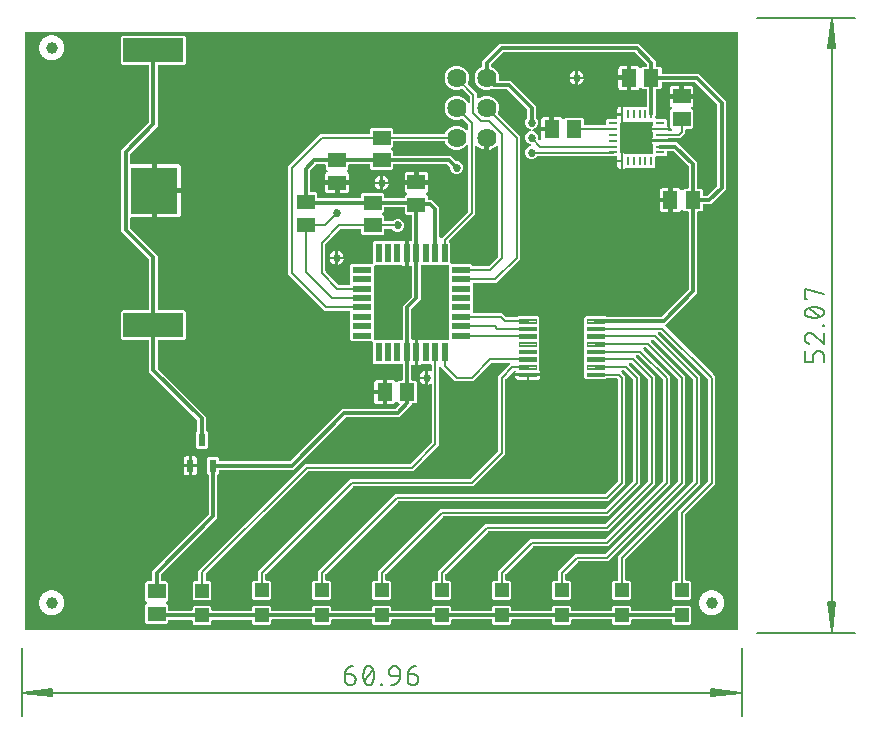
<source format=gbr>
G04 EAGLE Gerber RS-274X export*
G75*
%MOMM*%
%FSLAX34Y34*%
%LPD*%
%INTop Copper*%
%IPPOS*%
%AMOC8*
5,1,8,0,0,1.08239X$1,22.5*%
G01*
%ADD10C,0.130000*%
%ADD11C,0.152400*%
%ADD12R,0.550000X1.600000*%
%ADD13R,1.600000X0.550000*%
%ADD14R,0.260000X0.790000*%
%ADD15R,0.790000X0.260000*%
%ADD16C,0.102500*%
%ADD17R,0.600000X1.100000*%
%ADD18C,1.625600*%
%ADD19R,5.050000X2.100000*%
%ADD20R,4.000000X4.000000*%
%ADD21C,1.000000*%
%ADD22R,1.300000X1.500000*%
%ADD23R,1.500000X1.300000*%
%ADD24R,1.200000X1.200000*%
%ADD25C,0.203200*%
%ADD26C,0.685800*%
%ADD27C,0.304800*%
%ADD28C,0.330200*%

G36*
X607324Y5394D02*
X607324Y5394D01*
X607383Y5392D01*
X607464Y5414D01*
X607548Y5425D01*
X607601Y5449D01*
X607658Y5464D01*
X607730Y5507D01*
X607807Y5542D01*
X607852Y5579D01*
X607902Y5609D01*
X607960Y5671D01*
X608024Y5725D01*
X608057Y5774D01*
X608097Y5817D01*
X608135Y5892D01*
X608182Y5962D01*
X608200Y6018D01*
X608226Y6070D01*
X608238Y6138D01*
X608268Y6233D01*
X608270Y6333D01*
X608282Y6401D01*
X608282Y510845D01*
X608273Y510903D01*
X608275Y510961D01*
X608254Y511043D01*
X608242Y511126D01*
X608218Y511180D01*
X608203Y511236D01*
X608160Y511309D01*
X608126Y511386D01*
X608088Y511430D01*
X608058Y511481D01*
X607996Y511538D01*
X607942Y511603D01*
X607893Y511635D01*
X607851Y511675D01*
X607776Y511714D01*
X607705Y511760D01*
X607649Y511778D01*
X607597Y511805D01*
X607529Y511816D01*
X607434Y511846D01*
X607334Y511849D01*
X607266Y511860D01*
X4978Y511860D01*
X4921Y511852D01*
X4862Y511853D01*
X4780Y511832D01*
X4697Y511820D01*
X4644Y511796D01*
X4587Y511782D01*
X4515Y511738D01*
X4437Y511704D01*
X4393Y511666D01*
X4343Y511636D01*
X4285Y511575D01*
X4220Y511520D01*
X4188Y511472D01*
X4148Y511429D01*
X4110Y511354D01*
X4063Y511284D01*
X4045Y511228D01*
X4019Y511176D01*
X4007Y511108D01*
X3977Y511013D01*
X3975Y510913D01*
X3963Y510845D01*
X3963Y6401D01*
X3971Y6343D01*
X3970Y6284D01*
X3991Y6203D01*
X4003Y6119D01*
X4027Y6066D01*
X4042Y6009D01*
X4085Y5937D01*
X4119Y5860D01*
X4157Y5815D01*
X4187Y5765D01*
X4248Y5707D01*
X4303Y5643D01*
X4352Y5610D01*
X4394Y5570D01*
X4469Y5532D01*
X4540Y5485D01*
X4595Y5468D01*
X4647Y5441D01*
X4715Y5430D01*
X4811Y5399D01*
X4910Y5397D01*
X4978Y5386D01*
X607266Y5386D01*
X607324Y5394D01*
G37*
%LPC*%
G36*
X147285Y9407D02*
X147285Y9407D01*
X146094Y10598D01*
X146094Y12868D01*
X146086Y12926D01*
X146088Y12984D01*
X146066Y13066D01*
X146055Y13149D01*
X146031Y13203D01*
X146016Y13259D01*
X145973Y13332D01*
X145938Y13409D01*
X145901Y13454D01*
X145871Y13504D01*
X145809Y13562D01*
X145755Y13626D01*
X145706Y13658D01*
X145663Y13698D01*
X145588Y13737D01*
X145518Y13783D01*
X145462Y13801D01*
X145410Y13828D01*
X145342Y13839D01*
X145247Y13869D01*
X145147Y13872D01*
X145079Y13883D01*
X126270Y13883D01*
X126213Y13875D01*
X126154Y13877D01*
X126072Y13855D01*
X125989Y13843D01*
X125936Y13819D01*
X125879Y13805D01*
X125807Y13762D01*
X125729Y13727D01*
X125685Y13689D01*
X125635Y13659D01*
X125577Y13598D01*
X125512Y13543D01*
X125480Y13495D01*
X125440Y13452D01*
X125402Y13377D01*
X125355Y13307D01*
X125337Y13251D01*
X125311Y13199D01*
X125299Y13131D01*
X125269Y13036D01*
X125267Y12936D01*
X125255Y12868D01*
X125255Y11403D01*
X124064Y10212D01*
X107380Y10212D01*
X106190Y11403D01*
X106190Y26087D01*
X107630Y27527D01*
X107665Y27574D01*
X107707Y27614D01*
X107750Y27687D01*
X107801Y27754D01*
X107822Y27809D01*
X107851Y27859D01*
X107872Y27941D01*
X107902Y28020D01*
X107907Y28078D01*
X107921Y28135D01*
X107918Y28219D01*
X107925Y28303D01*
X107914Y28360D01*
X107912Y28419D01*
X107886Y28499D01*
X107870Y28582D01*
X107843Y28634D01*
X107825Y28689D01*
X107785Y28745D01*
X107739Y28834D01*
X107670Y28907D01*
X107630Y28963D01*
X106190Y30403D01*
X106190Y45087D01*
X107380Y46278D01*
X111150Y46278D01*
X111208Y46286D01*
X111267Y46284D01*
X111348Y46306D01*
X111432Y46317D01*
X111485Y46341D01*
X111542Y46356D01*
X111614Y46399D01*
X111691Y46434D01*
X111736Y46471D01*
X111786Y46501D01*
X111844Y46563D01*
X111908Y46617D01*
X111941Y46666D01*
X111981Y46709D01*
X112019Y46784D01*
X112066Y46854D01*
X112084Y46910D01*
X112110Y46962D01*
X112122Y47030D01*
X112152Y47125D01*
X112154Y47225D01*
X112166Y47293D01*
X112166Y55118D01*
X159468Y102421D01*
X159521Y102490D01*
X159581Y102554D01*
X159606Y102604D01*
X159639Y102648D01*
X159670Y102730D01*
X159710Y102808D01*
X159718Y102855D01*
X159740Y102914D01*
X159753Y103061D01*
X159766Y103139D01*
X159766Y136006D01*
X159753Y136093D01*
X159751Y136180D01*
X159734Y136233D01*
X159726Y136288D01*
X159690Y136368D01*
X159663Y136451D01*
X159635Y136490D01*
X159610Y136547D01*
X159514Y136660D01*
X159468Y136724D01*
X158290Y137903D01*
X158290Y150587D01*
X159480Y151778D01*
X167164Y151778D01*
X168355Y150587D01*
X168355Y148817D01*
X168363Y148759D01*
X168362Y148700D01*
X168383Y148619D01*
X168395Y148535D01*
X168419Y148482D01*
X168434Y148425D01*
X168477Y148353D01*
X168511Y148276D01*
X168549Y148231D01*
X168579Y148181D01*
X168640Y148123D01*
X168695Y148059D01*
X168744Y148026D01*
X168786Y147986D01*
X168861Y147948D01*
X168932Y147901D01*
X168987Y147884D01*
X169039Y147857D01*
X169107Y147846D01*
X169203Y147815D01*
X169302Y147813D01*
X169370Y147802D01*
X228129Y147802D01*
X228215Y147814D01*
X228303Y147817D01*
X228355Y147834D01*
X228410Y147841D01*
X228490Y147877D01*
X228573Y147904D01*
X228612Y147932D01*
X228670Y147958D01*
X228783Y148053D01*
X228846Y148099D01*
X273128Y192380D01*
X317892Y192380D01*
X317979Y192393D01*
X318066Y192395D01*
X318119Y192412D01*
X318174Y192420D01*
X318254Y192456D01*
X318337Y192483D01*
X318376Y192511D01*
X318433Y192536D01*
X318546Y192632D01*
X318610Y192678D01*
X321372Y195439D01*
X321389Y195463D01*
X321412Y195482D01*
X321475Y195576D01*
X321543Y195666D01*
X321553Y195694D01*
X321569Y195718D01*
X321604Y195826D01*
X321644Y195932D01*
X321646Y195961D01*
X321655Y195989D01*
X321658Y196103D01*
X321667Y196215D01*
X321662Y196244D01*
X321662Y196274D01*
X321634Y196383D01*
X321612Y196494D01*
X321598Y196520D01*
X321591Y196549D01*
X321533Y196646D01*
X321481Y196746D01*
X321460Y196768D01*
X321445Y196793D01*
X321363Y196870D01*
X321285Y196953D01*
X321259Y196967D01*
X321238Y196988D01*
X321137Y197039D01*
X321039Y197096D01*
X321011Y197104D01*
X320985Y197117D01*
X320908Y197130D01*
X320764Y197166D01*
X320701Y197164D01*
X320678Y197168D01*
X319455Y198391D01*
X319417Y198420D01*
X319384Y198456D01*
X319303Y198506D01*
X319228Y198562D01*
X319183Y198579D01*
X319141Y198605D01*
X319050Y198630D01*
X318963Y198663D01*
X318914Y198667D01*
X318867Y198680D01*
X318773Y198679D01*
X318679Y198687D01*
X318631Y198677D01*
X318583Y198676D01*
X318493Y198649D01*
X318401Y198631D01*
X318357Y198608D01*
X318311Y198594D01*
X318232Y198543D01*
X318148Y198500D01*
X318113Y198466D01*
X318072Y198440D01*
X318025Y198382D01*
X317942Y198304D01*
X317898Y198229D01*
X317858Y198181D01*
X317549Y197645D01*
X317076Y197172D01*
X316497Y196838D01*
X315850Y196664D01*
X311047Y196664D01*
X311047Y205689D01*
X311039Y205747D01*
X311040Y205805D01*
X311019Y205887D01*
X311007Y205971D01*
X310983Y206024D01*
X310969Y206080D01*
X310926Y206153D01*
X310891Y206230D01*
X310853Y206275D01*
X310823Y206325D01*
X310762Y206383D01*
X310707Y206447D01*
X310659Y206479D01*
X310616Y206519D01*
X310541Y206558D01*
X310471Y206605D01*
X310415Y206622D01*
X310363Y206649D01*
X310295Y206660D01*
X310200Y206690D01*
X310100Y206693D01*
X310032Y206704D01*
X309015Y206704D01*
X309015Y206706D01*
X310032Y206706D01*
X310090Y206714D01*
X310148Y206713D01*
X310230Y206734D01*
X310313Y206746D01*
X310367Y206770D01*
X310423Y206785D01*
X310496Y206828D01*
X310573Y206862D01*
X310617Y206900D01*
X310668Y206930D01*
X310725Y206991D01*
X310790Y207046D01*
X310822Y207094D01*
X310862Y207137D01*
X310901Y207212D01*
X310947Y207282D01*
X310965Y207338D01*
X310992Y207390D01*
X311003Y207458D01*
X311033Y207553D01*
X311036Y207653D01*
X311047Y207721D01*
X311047Y216746D01*
X315850Y216746D01*
X316497Y216573D01*
X317076Y216238D01*
X317549Y215765D01*
X317858Y215230D01*
X317888Y215191D01*
X317911Y215148D01*
X317975Y215080D01*
X318033Y215006D01*
X318073Y214977D01*
X318107Y214942D01*
X318188Y214894D01*
X318264Y214839D01*
X318310Y214823D01*
X318352Y214798D01*
X318443Y214775D01*
X318531Y214743D01*
X318580Y214740D01*
X318627Y214728D01*
X318721Y214731D01*
X318815Y214725D01*
X318863Y214735D01*
X318912Y214737D01*
X319001Y214766D01*
X319093Y214786D01*
X319136Y214809D01*
X319182Y214824D01*
X319242Y214867D01*
X319343Y214922D01*
X319404Y214983D01*
X319455Y215019D01*
X320674Y216238D01*
X323050Y216238D01*
X323108Y216246D01*
X323167Y216245D01*
X323248Y216266D01*
X323332Y216278D01*
X323385Y216302D01*
X323442Y216316D01*
X323514Y216359D01*
X323591Y216394D01*
X323636Y216432D01*
X323686Y216462D01*
X323744Y216523D01*
X323808Y216578D01*
X323841Y216626D01*
X323881Y216669D01*
X323919Y216744D01*
X323966Y216814D01*
X323984Y216870D01*
X324010Y216922D01*
X324022Y216990D01*
X324052Y217085D01*
X324054Y217185D01*
X324066Y217253D01*
X324066Y229397D01*
X324057Y229455D01*
X324059Y229513D01*
X324038Y229595D01*
X324026Y229678D01*
X324002Y229732D01*
X323987Y229788D01*
X323944Y229861D01*
X323910Y229938D01*
X323872Y229982D01*
X323842Y230033D01*
X323780Y230090D01*
X323726Y230155D01*
X323677Y230187D01*
X323635Y230227D01*
X323560Y230266D01*
X323489Y230312D01*
X323433Y230330D01*
X323381Y230357D01*
X323313Y230368D01*
X323218Y230398D01*
X323118Y230401D01*
X323050Y230412D01*
X300030Y230412D01*
X298840Y231603D01*
X298840Y248447D01*
X298831Y248505D01*
X298833Y248563D01*
X298812Y248645D01*
X298800Y248728D01*
X298776Y248782D01*
X298761Y248838D01*
X298718Y248911D01*
X298684Y248988D01*
X298646Y249032D01*
X298616Y249083D01*
X298554Y249140D01*
X298500Y249205D01*
X298451Y249237D01*
X298409Y249277D01*
X298334Y249316D01*
X298263Y249362D01*
X298207Y249380D01*
X298155Y249407D01*
X298087Y249418D01*
X297992Y249448D01*
X297892Y249451D01*
X297824Y249462D01*
X280980Y249462D01*
X279790Y250653D01*
X279790Y274181D01*
X279781Y274239D01*
X279783Y274297D01*
X279762Y274379D01*
X279750Y274462D01*
X279726Y274516D01*
X279711Y274572D01*
X279668Y274645D01*
X279634Y274722D01*
X279596Y274766D01*
X279566Y274817D01*
X279504Y274874D01*
X279450Y274939D01*
X279401Y274971D01*
X279359Y275011D01*
X279284Y275050D01*
X279213Y275096D01*
X279157Y275114D01*
X279105Y275141D01*
X279037Y275152D01*
X278942Y275182D01*
X278842Y275185D01*
X278774Y275196D01*
X258160Y275196D01*
X226974Y306382D01*
X226974Y397808D01*
X254262Y425096D01*
X295674Y425096D01*
X295732Y425104D01*
X295791Y425102D01*
X295872Y425124D01*
X295956Y425135D01*
X296009Y425159D01*
X296066Y425174D01*
X296138Y425217D01*
X296215Y425252D01*
X296260Y425289D01*
X296310Y425319D01*
X296368Y425381D01*
X296432Y425435D01*
X296465Y425484D01*
X296505Y425527D01*
X296543Y425602D01*
X296590Y425672D01*
X296608Y425728D01*
X296634Y425780D01*
X296646Y425848D01*
X296676Y425943D01*
X296678Y426043D01*
X296690Y426111D01*
X296690Y429389D01*
X297880Y430580D01*
X314564Y430580D01*
X315755Y429389D01*
X315755Y426009D01*
X315763Y425951D01*
X315762Y425892D01*
X315783Y425811D01*
X315795Y425727D01*
X315819Y425674D01*
X315834Y425617D01*
X315877Y425545D01*
X315911Y425468D01*
X315949Y425423D01*
X315979Y425373D01*
X316040Y425315D01*
X316095Y425251D01*
X316144Y425218D01*
X316186Y425178D01*
X316261Y425140D01*
X316332Y425093D01*
X316387Y425076D01*
X316439Y425049D01*
X316507Y425038D01*
X316603Y425007D01*
X316702Y425005D01*
X316770Y424994D01*
X359309Y424994D01*
X359311Y424994D01*
X359312Y424994D01*
X359453Y425014D01*
X359590Y425033D01*
X359592Y425034D01*
X359594Y425034D01*
X359721Y425092D01*
X359850Y425150D01*
X359851Y425151D01*
X359853Y425151D01*
X359960Y425243D01*
X360067Y425333D01*
X360068Y425335D01*
X360069Y425336D01*
X360077Y425349D01*
X360224Y425570D01*
X360234Y425599D01*
X360247Y425620D01*
X361109Y427700D01*
X363967Y430559D01*
X367701Y432106D01*
X371743Y432106D01*
X375478Y430559D01*
X377641Y428396D01*
X377664Y428378D01*
X377683Y428356D01*
X377777Y428293D01*
X377868Y428225D01*
X377895Y428215D01*
X377920Y428198D01*
X378028Y428164D01*
X378133Y428124D01*
X378163Y428122D01*
X378191Y428113D01*
X378304Y428110D01*
X378417Y428100D01*
X378445Y428106D01*
X378475Y428105D01*
X378584Y428134D01*
X378695Y428156D01*
X378722Y428170D01*
X378750Y428177D01*
X378847Y428235D01*
X378948Y428287D01*
X378969Y428307D01*
X378994Y428322D01*
X379072Y428405D01*
X379154Y428483D01*
X379169Y428508D01*
X379189Y428530D01*
X379240Y428631D01*
X379298Y428728D01*
X379305Y428757D01*
X379318Y428783D01*
X379331Y428860D01*
X379368Y429004D01*
X379366Y429066D01*
X379374Y429114D01*
X379374Y432961D01*
X379361Y433048D01*
X379359Y433135D01*
X379342Y433188D01*
X379334Y433243D01*
X379298Y433323D01*
X379271Y433406D01*
X379243Y433445D01*
X379218Y433502D01*
X379122Y433615D01*
X379076Y433679D01*
X374930Y437826D01*
X374929Y437827D01*
X374928Y437828D01*
X374818Y437910D01*
X374703Y437996D01*
X374701Y437997D01*
X374700Y437998D01*
X374568Y438048D01*
X374437Y438098D01*
X374436Y438098D01*
X374434Y438098D01*
X374290Y438110D01*
X374154Y438121D01*
X374152Y438121D01*
X374151Y438121D01*
X374135Y438118D01*
X373875Y438065D01*
X373848Y438051D01*
X373824Y438046D01*
X371743Y437184D01*
X367701Y437184D01*
X363967Y438731D01*
X361109Y441589D01*
X359562Y445324D01*
X359562Y449366D01*
X361109Y453100D01*
X363967Y455959D01*
X367701Y457506D01*
X371743Y457506D01*
X375478Y455959D01*
X378336Y453100D01*
X378944Y451632D01*
X378988Y451558D01*
X379023Y451480D01*
X379060Y451436D01*
X379089Y451387D01*
X379151Y451328D01*
X379207Y451263D01*
X379254Y451231D01*
X379296Y451192D01*
X379372Y451153D01*
X379444Y451105D01*
X379498Y451088D01*
X379548Y451062D01*
X379633Y451045D01*
X379715Y451019D01*
X379771Y451018D01*
X379827Y451007D01*
X379913Y451014D01*
X379999Y451012D01*
X380054Y451026D01*
X380111Y451031D01*
X380191Y451062D01*
X380274Y451084D01*
X380323Y451113D01*
X380376Y451133D01*
X380444Y451185D01*
X380518Y451229D01*
X380557Y451270D01*
X380603Y451305D01*
X380654Y451374D01*
X380713Y451436D01*
X380739Y451487D01*
X380773Y451533D01*
X380803Y451613D01*
X380842Y451689D01*
X380850Y451738D01*
X380873Y451799D01*
X380883Y451927D01*
X380884Y451928D01*
X380884Y451932D01*
X380885Y451943D01*
X380898Y452021D01*
X380898Y456837D01*
X380885Y456924D01*
X380883Y457011D01*
X380866Y457064D01*
X380858Y457119D01*
X380822Y457199D01*
X380795Y457282D01*
X380767Y457321D01*
X380742Y457378D01*
X380646Y457491D01*
X380600Y457555D01*
X374930Y463226D01*
X374929Y463227D01*
X374928Y463228D01*
X374818Y463310D01*
X374703Y463396D01*
X374701Y463397D01*
X374700Y463398D01*
X374568Y463448D01*
X374437Y463498D01*
X374436Y463498D01*
X374434Y463498D01*
X374290Y463510D01*
X374154Y463521D01*
X374152Y463521D01*
X374151Y463521D01*
X374135Y463518D01*
X373875Y463465D01*
X373848Y463451D01*
X373824Y463446D01*
X371743Y462584D01*
X367701Y462584D01*
X363967Y464131D01*
X361109Y466989D01*
X359562Y470724D01*
X359562Y474766D01*
X361109Y478500D01*
X363967Y481359D01*
X367701Y482906D01*
X371743Y482906D01*
X375478Y481359D01*
X378336Y478500D01*
X379883Y474766D01*
X379883Y470724D01*
X379022Y468644D01*
X379021Y468642D01*
X379020Y468641D01*
X378986Y468506D01*
X378951Y468368D01*
X378951Y468367D01*
X378950Y468365D01*
X378955Y468223D01*
X378959Y468084D01*
X378959Y468083D01*
X378959Y468081D01*
X379002Y467948D01*
X379045Y467813D01*
X379046Y467812D01*
X379047Y467810D01*
X379055Y467798D01*
X379204Y467577D01*
X379227Y467557D01*
X379242Y467537D01*
X384912Y461867D01*
X386995Y459784D01*
X386995Y456038D01*
X386999Y456009D01*
X386997Y455980D01*
X387019Y455869D01*
X387035Y455756D01*
X387047Y455730D01*
X387053Y455701D01*
X387105Y455600D01*
X387151Y455497D01*
X387170Y455475D01*
X387184Y455449D01*
X387262Y455366D01*
X387335Y455280D01*
X387359Y455264D01*
X387380Y455243D01*
X387477Y455185D01*
X387572Y455122D01*
X387599Y455114D01*
X387625Y455099D01*
X387735Y455071D01*
X387843Y455037D01*
X387872Y455036D01*
X387900Y455029D01*
X388013Y455032D01*
X388127Y455029D01*
X388155Y455037D01*
X388184Y455038D01*
X388292Y455073D01*
X388402Y455101D01*
X388427Y455116D01*
X388455Y455125D01*
X388519Y455171D01*
X388646Y455246D01*
X388689Y455292D01*
X388728Y455320D01*
X389367Y455959D01*
X393101Y457506D01*
X397143Y457506D01*
X400878Y455959D01*
X403736Y453100D01*
X405283Y449366D01*
X405283Y445324D01*
X404422Y443244D01*
X404421Y443242D01*
X404420Y443241D01*
X404386Y443106D01*
X404351Y442968D01*
X404351Y442967D01*
X404350Y442965D01*
X404355Y442825D01*
X404359Y442684D01*
X404359Y442683D01*
X404359Y442681D01*
X404402Y442548D01*
X404445Y442413D01*
X404446Y442412D01*
X404447Y442411D01*
X404455Y442398D01*
X404604Y442177D01*
X404627Y442157D01*
X404642Y442137D01*
X423571Y423208D01*
X423571Y319082D01*
X403685Y299196D01*
X384470Y299196D01*
X384413Y299188D01*
X384354Y299189D01*
X384272Y299168D01*
X384189Y299156D01*
X384136Y299132D01*
X384079Y299118D01*
X384007Y299074D01*
X383929Y299040D01*
X383885Y299002D01*
X383835Y298972D01*
X383777Y298911D01*
X383712Y298856D01*
X383680Y298808D01*
X383640Y298765D01*
X383602Y298690D01*
X383555Y298620D01*
X383537Y298564D01*
X383511Y298512D01*
X383499Y298444D01*
X383469Y298349D01*
X383467Y298249D01*
X383455Y298181D01*
X383455Y274309D01*
X383463Y274251D01*
X383462Y274192D01*
X383483Y274111D01*
X383495Y274027D01*
X383519Y273974D01*
X383534Y273917D01*
X383577Y273845D01*
X383611Y273768D01*
X383649Y273723D01*
X383679Y273673D01*
X383740Y273615D01*
X383795Y273551D01*
X383844Y273518D01*
X383886Y273478D01*
X383961Y273440D01*
X384032Y273393D01*
X384087Y273376D01*
X384139Y273349D01*
X384207Y273338D01*
X384303Y273307D01*
X384402Y273305D01*
X384470Y273294D01*
X408385Y273294D01*
X411438Y270241D01*
X411508Y270188D01*
X411572Y270128D01*
X411621Y270103D01*
X411665Y270070D01*
X411747Y270039D01*
X411825Y269999D01*
X411872Y269991D01*
X411931Y269969D01*
X412078Y269956D01*
X412156Y269944D01*
X420076Y269944D01*
X420163Y269956D01*
X420250Y269959D01*
X420303Y269976D01*
X420358Y269983D01*
X420437Y270019D01*
X420521Y270046D01*
X420560Y270074D01*
X420617Y270100D01*
X420730Y270195D01*
X420794Y270241D01*
X421531Y270978D01*
X438314Y270978D01*
X439805Y269487D01*
X439805Y264293D01*
X439787Y264276D01*
X439745Y264203D01*
X439694Y264136D01*
X439673Y264081D01*
X439644Y264030D01*
X439623Y263949D01*
X439593Y263870D01*
X439588Y263812D01*
X439573Y263755D01*
X439576Y263671D01*
X439569Y263587D01*
X439581Y263529D01*
X439582Y263471D01*
X439608Y263391D01*
X439625Y263308D01*
X439652Y263256D01*
X439670Y263200D01*
X439710Y263144D01*
X439756Y263056D01*
X439805Y263004D01*
X439805Y257793D01*
X439787Y257776D01*
X439745Y257703D01*
X439694Y257636D01*
X439673Y257581D01*
X439644Y257530D01*
X439623Y257449D01*
X439593Y257370D01*
X439588Y257312D01*
X439573Y257255D01*
X439576Y257171D01*
X439569Y257087D01*
X439581Y257029D01*
X439582Y256971D01*
X439608Y256891D01*
X439625Y256808D01*
X439652Y256756D01*
X439670Y256700D01*
X439710Y256644D01*
X439756Y256556D01*
X439805Y256504D01*
X439805Y251293D01*
X439787Y251276D01*
X439745Y251203D01*
X439694Y251136D01*
X439673Y251081D01*
X439644Y251030D01*
X439623Y250949D01*
X439593Y250870D01*
X439588Y250812D01*
X439573Y250755D01*
X439576Y250671D01*
X439569Y250587D01*
X439581Y250529D01*
X439582Y250471D01*
X439608Y250391D01*
X439625Y250308D01*
X439652Y250256D01*
X439670Y250200D01*
X439710Y250144D01*
X439756Y250056D01*
X439805Y250004D01*
X439805Y244793D01*
X439787Y244776D01*
X439745Y244703D01*
X439694Y244636D01*
X439673Y244581D01*
X439644Y244530D01*
X439623Y244449D01*
X439593Y244370D01*
X439588Y244312D01*
X439573Y244255D01*
X439576Y244171D01*
X439569Y244087D01*
X439581Y244029D01*
X439582Y243971D01*
X439608Y243891D01*
X439625Y243808D01*
X439652Y243756D01*
X439670Y243700D01*
X439710Y243644D01*
X439756Y243556D01*
X439805Y243504D01*
X439805Y238293D01*
X439787Y238276D01*
X439745Y238203D01*
X439694Y238136D01*
X439673Y238081D01*
X439644Y238030D01*
X439623Y237949D01*
X439593Y237870D01*
X439588Y237812D01*
X439573Y237755D01*
X439576Y237671D01*
X439569Y237587D01*
X439581Y237529D01*
X439582Y237471D01*
X439608Y237391D01*
X439625Y237308D01*
X439652Y237256D01*
X439670Y237200D01*
X439710Y237144D01*
X439756Y237056D01*
X439805Y237004D01*
X439805Y231793D01*
X439787Y231776D01*
X439745Y231703D01*
X439694Y231636D01*
X439673Y231581D01*
X439644Y231530D01*
X439623Y231449D01*
X439593Y231370D01*
X439588Y231312D01*
X439573Y231255D01*
X439576Y231171D01*
X439569Y231087D01*
X439581Y231029D01*
X439582Y230971D01*
X439608Y230891D01*
X439625Y230808D01*
X439652Y230756D01*
X439670Y230700D01*
X439710Y230644D01*
X439756Y230556D01*
X439805Y230504D01*
X439805Y224902D01*
X439819Y224806D01*
X439824Y224709D01*
X439838Y224671D01*
X439845Y224621D01*
X439915Y224464D01*
X439941Y224395D01*
X440105Y224111D01*
X440313Y223334D01*
X440313Y222419D01*
X429932Y222419D01*
X429922Y222418D01*
X429913Y222419D01*
X419532Y222419D01*
X419532Y223334D01*
X419579Y223511D01*
X419581Y223530D01*
X419588Y223548D01*
X419598Y223671D01*
X419613Y223793D01*
X419610Y223812D01*
X419612Y223832D01*
X419588Y223952D01*
X419568Y224073D01*
X419560Y224091D01*
X419556Y224110D01*
X419499Y224220D01*
X419447Y224331D01*
X419434Y224345D01*
X419425Y224363D01*
X419340Y224452D01*
X419259Y224544D01*
X419243Y224555D01*
X419229Y224569D01*
X419123Y224631D01*
X419020Y224697D01*
X419001Y224703D01*
X418984Y224712D01*
X418865Y224743D01*
X418747Y224778D01*
X418727Y224778D01*
X418708Y224783D01*
X418586Y224779D01*
X418463Y224779D01*
X418444Y224774D01*
X418424Y224774D01*
X418308Y224736D01*
X418189Y224702D01*
X418172Y224692D01*
X418154Y224686D01*
X418094Y224643D01*
X417947Y224553D01*
X417913Y224515D01*
X417880Y224491D01*
X411169Y217779D01*
X411116Y217710D01*
X411056Y217646D01*
X411031Y217596D01*
X410998Y217552D01*
X410966Y217470D01*
X410927Y217393D01*
X410919Y217345D01*
X410896Y217286D01*
X410884Y217139D01*
X410871Y217061D01*
X410871Y153982D01*
X383685Y126796D01*
X282506Y126796D01*
X282419Y126784D01*
X282332Y126781D01*
X282279Y126764D01*
X282224Y126756D01*
X282144Y126720D01*
X282061Y126694D01*
X282022Y126666D01*
X281965Y126640D01*
X281852Y126544D01*
X281788Y126499D01*
X207969Y52679D01*
X207916Y52610D01*
X207856Y52546D01*
X207831Y52496D01*
X207798Y52452D01*
X207766Y52370D01*
X207727Y52292D01*
X207719Y52245D01*
X207696Y52186D01*
X207684Y52039D01*
X207671Y51961D01*
X207671Y47793D01*
X207679Y47735D01*
X207678Y47676D01*
X207699Y47595D01*
X207711Y47511D01*
X207735Y47458D01*
X207750Y47401D01*
X207793Y47329D01*
X207827Y47252D01*
X207865Y47207D01*
X207895Y47157D01*
X207956Y47099D01*
X208011Y47035D01*
X208060Y47002D01*
X208102Y46962D01*
X208177Y46924D01*
X208248Y46877D01*
X208303Y46860D01*
X208355Y46833D01*
X208423Y46822D01*
X208519Y46791D01*
X208618Y46789D01*
X208686Y46778D01*
X211464Y46778D01*
X212655Y45587D01*
X212655Y31903D01*
X211464Y30712D01*
X197780Y30712D01*
X196590Y31903D01*
X196590Y45587D01*
X197780Y46778D01*
X200558Y46778D01*
X200616Y46786D01*
X200675Y46784D01*
X200756Y46806D01*
X200840Y46817D01*
X200893Y46841D01*
X200950Y46856D01*
X201022Y46899D01*
X201099Y46934D01*
X201144Y46971D01*
X201194Y47001D01*
X201252Y47063D01*
X201316Y47117D01*
X201349Y47166D01*
X201389Y47209D01*
X201427Y47284D01*
X201474Y47354D01*
X201492Y47410D01*
X201518Y47462D01*
X201530Y47530D01*
X201560Y47625D01*
X201562Y47725D01*
X201574Y47793D01*
X201574Y54908D01*
X279560Y132894D01*
X380739Y132894D01*
X380826Y132906D01*
X380913Y132909D01*
X380966Y132926D01*
X381021Y132933D01*
X381100Y132969D01*
X381184Y132996D01*
X381223Y133024D01*
X381280Y133050D01*
X381393Y133145D01*
X381457Y133191D01*
X404476Y156210D01*
X404529Y156280D01*
X404589Y156344D01*
X404614Y156393D01*
X404647Y156437D01*
X404678Y156519D01*
X404718Y156597D01*
X404726Y156645D01*
X404748Y156703D01*
X404761Y156851D01*
X404774Y156928D01*
X404774Y220008D01*
X406857Y222091D01*
X413626Y228860D01*
X414379Y229613D01*
X414397Y229636D01*
X414419Y229655D01*
X414482Y229750D01*
X414550Y229840D01*
X414560Y229867D01*
X414577Y229892D01*
X414611Y230000D01*
X414651Y230106D01*
X414654Y230135D01*
X414662Y230163D01*
X414665Y230276D01*
X414675Y230389D01*
X414669Y230418D01*
X414670Y230447D01*
X414641Y230557D01*
X414619Y230668D01*
X414605Y230694D01*
X414598Y230722D01*
X414540Y230819D01*
X414488Y230920D01*
X414468Y230941D01*
X414453Y230967D01*
X414370Y231044D01*
X414292Y231126D01*
X414267Y231141D01*
X414245Y231161D01*
X414144Y231213D01*
X414047Y231270D01*
X414018Y231277D01*
X413992Y231291D01*
X413915Y231304D01*
X413771Y231340D01*
X413709Y231338D01*
X413661Y231346D01*
X399756Y231346D01*
X399669Y231334D01*
X399582Y231331D01*
X399529Y231314D01*
X399474Y231306D01*
X399394Y231270D01*
X399311Y231244D01*
X399272Y231216D01*
X399215Y231190D01*
X399102Y231094D01*
X399038Y231049D01*
X383685Y215696D01*
X368460Y215696D01*
X366376Y217779D01*
X356404Y227751D01*
X356381Y227769D01*
X356362Y227791D01*
X356268Y227854D01*
X356177Y227922D01*
X356150Y227933D01*
X356125Y227949D01*
X356017Y227983D01*
X355911Y228023D01*
X355882Y228026D01*
X355854Y228035D01*
X355741Y228038D01*
X355628Y228047D01*
X355599Y228041D01*
X355570Y228042D01*
X355460Y228013D01*
X355349Y227991D01*
X355323Y227978D01*
X355295Y227970D01*
X355198Y227912D01*
X355097Y227860D01*
X355076Y227840D01*
X355051Y227825D01*
X354973Y227742D01*
X354891Y227664D01*
X354876Y227639D01*
X354856Y227618D01*
X354804Y227517D01*
X354747Y227419D01*
X354740Y227391D01*
X354727Y227365D01*
X354714Y227287D01*
X354677Y227144D01*
X354679Y227081D01*
X354671Y227033D01*
X354671Y161282D01*
X332885Y139496D01*
X244406Y139496D01*
X244319Y139484D01*
X244232Y139481D01*
X244179Y139464D01*
X244124Y139456D01*
X244044Y139420D01*
X243961Y139394D01*
X243922Y139366D01*
X243865Y139340D01*
X243752Y139244D01*
X243688Y139199D01*
X157473Y52984D01*
X157421Y52914D01*
X157361Y52850D01*
X157336Y52801D01*
X157302Y52757D01*
X157271Y52675D01*
X157231Y52597D01*
X157223Y52550D01*
X157201Y52491D01*
X157189Y52344D01*
X157176Y52266D01*
X157176Y47488D01*
X157184Y47430D01*
X157183Y47372D01*
X157204Y47290D01*
X157216Y47206D01*
X157240Y47153D01*
X157254Y47097D01*
X157298Y47024D01*
X157332Y46947D01*
X157370Y46902D01*
X157400Y46852D01*
X157461Y46794D01*
X157516Y46730D01*
X157564Y46698D01*
X157607Y46658D01*
X157682Y46619D01*
X157752Y46572D01*
X157808Y46555D01*
X157860Y46528D01*
X157928Y46517D01*
X158023Y46487D01*
X158123Y46484D01*
X158191Y46473D01*
X160969Y46473D01*
X162160Y45282D01*
X162160Y31598D01*
X160969Y30407D01*
X147285Y30407D01*
X146094Y31598D01*
X146094Y45282D01*
X147285Y46473D01*
X150063Y46473D01*
X150121Y46481D01*
X150180Y46479D01*
X150261Y46501D01*
X150345Y46513D01*
X150398Y46536D01*
X150455Y46551D01*
X150527Y46594D01*
X150604Y46629D01*
X150649Y46667D01*
X150699Y46696D01*
X150757Y46758D01*
X150821Y46812D01*
X150854Y46861D01*
X150894Y46904D01*
X150932Y46979D01*
X150979Y47049D01*
X150996Y47105D01*
X151023Y47157D01*
X151034Y47225D01*
X151065Y47320D01*
X151067Y47420D01*
X151078Y47488D01*
X151078Y55212D01*
X241460Y145594D01*
X329939Y145594D01*
X330026Y145606D01*
X330113Y145609D01*
X330166Y145626D01*
X330221Y145633D01*
X330300Y145669D01*
X330384Y145696D01*
X330423Y145724D01*
X330480Y145750D01*
X330593Y145845D01*
X330657Y145891D01*
X348276Y163510D01*
X348329Y163580D01*
X348389Y163644D01*
X348414Y163693D01*
X348447Y163737D01*
X348478Y163819D01*
X348518Y163897D01*
X348526Y163945D01*
X348548Y164003D01*
X348561Y164151D01*
X348574Y164228D01*
X348574Y212525D01*
X348566Y212578D01*
X348567Y212613D01*
X348556Y212654D01*
X348548Y212753D01*
X348538Y212779D01*
X348534Y212806D01*
X348487Y212911D01*
X348446Y213018D01*
X348429Y213040D01*
X348418Y213066D01*
X348343Y213153D01*
X348274Y213245D01*
X348252Y213261D01*
X348234Y213283D01*
X348138Y213346D01*
X348046Y213415D01*
X348020Y213425D01*
X347997Y213440D01*
X347888Y213475D01*
X347780Y213515D01*
X347753Y213518D01*
X347726Y213526D01*
X347612Y213529D01*
X347497Y213538D01*
X347473Y213532D01*
X347442Y213533D01*
X347185Y213466D01*
X347170Y213463D01*
X346064Y213004D01*
X345338Y212860D01*
X345338Y218744D01*
X345338Y218745D01*
X345338Y224629D01*
X346064Y224485D01*
X347170Y224027D01*
X347281Y223998D01*
X347391Y223964D01*
X347418Y223963D01*
X347445Y223956D01*
X347560Y223959D01*
X347675Y223956D01*
X347702Y223963D01*
X347729Y223964D01*
X347839Y223999D01*
X347950Y224028D01*
X347974Y224042D01*
X348000Y224051D01*
X348096Y224115D01*
X348194Y224173D01*
X348213Y224194D01*
X348236Y224209D01*
X348310Y224297D01*
X348389Y224381D01*
X348401Y224405D01*
X348419Y224427D01*
X348466Y224531D01*
X348518Y224634D01*
X348522Y224658D01*
X348535Y224686D01*
X348571Y224950D01*
X348574Y224965D01*
X348574Y229397D01*
X348565Y229455D01*
X348567Y229513D01*
X348546Y229595D01*
X348534Y229678D01*
X348510Y229732D01*
X348495Y229788D01*
X348452Y229861D01*
X348418Y229938D01*
X348380Y229982D01*
X348350Y230033D01*
X348288Y230090D01*
X348234Y230155D01*
X348185Y230187D01*
X348143Y230227D01*
X348068Y230266D01*
X347997Y230312D01*
X347941Y230330D01*
X347889Y230357D01*
X347821Y230368D01*
X347726Y230398D01*
X347626Y230401D01*
X347558Y230412D01*
X340205Y230412D01*
X340109Y230398D01*
X340012Y230393D01*
X339974Y230379D01*
X339924Y230372D01*
X339766Y230302D01*
X339697Y230276D01*
X339353Y230077D01*
X338707Y229904D01*
X336997Y229904D01*
X336997Y240086D01*
X336988Y240143D01*
X336990Y240202D01*
X336969Y240284D01*
X336957Y240367D01*
X336933Y240420D01*
X336927Y240445D01*
X336941Y240473D01*
X336953Y240541D01*
X336983Y240636D01*
X336985Y240736D01*
X336997Y240804D01*
X336997Y250985D01*
X338707Y250986D01*
X339353Y250812D01*
X339697Y250614D01*
X339788Y250577D01*
X339874Y250533D01*
X339914Y250526D01*
X339961Y250507D01*
X340132Y250490D01*
X340205Y250478D01*
X362374Y250478D01*
X362432Y250486D01*
X362491Y250484D01*
X362572Y250506D01*
X362656Y250517D01*
X362709Y250541D01*
X362766Y250556D01*
X362838Y250599D01*
X362915Y250634D01*
X362960Y250671D01*
X363010Y250701D01*
X363068Y250763D01*
X363132Y250817D01*
X363165Y250866D01*
X363205Y250909D01*
X363243Y250984D01*
X363290Y251054D01*
X363308Y251110D01*
X363334Y251162D01*
X363346Y251230D01*
X363376Y251325D01*
X363378Y251425D01*
X363390Y251493D01*
X363390Y312997D01*
X363381Y313055D01*
X363383Y313113D01*
X363362Y313195D01*
X363350Y313278D01*
X363326Y313332D01*
X363311Y313388D01*
X363268Y313461D01*
X363234Y313538D01*
X363196Y313582D01*
X363166Y313633D01*
X363104Y313690D01*
X363050Y313755D01*
X363001Y313787D01*
X362959Y313827D01*
X362884Y313866D01*
X362813Y313912D01*
X362757Y313930D01*
X362705Y313957D01*
X362637Y313968D01*
X362542Y313998D01*
X362442Y314001D01*
X362374Y314012D01*
X340194Y314012D01*
X340137Y314004D01*
X340078Y314005D01*
X339996Y313984D01*
X339913Y313972D01*
X339860Y313948D01*
X339803Y313934D01*
X339731Y313890D01*
X339653Y313856D01*
X339609Y313818D01*
X339559Y313788D01*
X339501Y313727D01*
X339436Y313672D01*
X339404Y313624D01*
X339364Y313581D01*
X339326Y313506D01*
X339279Y313436D01*
X339261Y313380D01*
X339235Y313328D01*
X339223Y313260D01*
X339193Y313165D01*
X339191Y313065D01*
X339179Y312997D01*
X339179Y284771D01*
X331477Y277069D01*
X331424Y276999D01*
X331364Y276935D01*
X331339Y276886D01*
X331306Y276842D01*
X331274Y276760D01*
X331235Y276682D01*
X331227Y276634D01*
X331204Y276576D01*
X331192Y276428D01*
X331179Y276351D01*
X331179Y251945D01*
X331186Y251896D01*
X331184Y251847D01*
X331206Y251756D01*
X331219Y251663D01*
X331239Y251618D01*
X331250Y251571D01*
X331297Y251489D01*
X331335Y251404D01*
X331367Y251366D01*
X331391Y251324D01*
X331458Y251258D01*
X331519Y251187D01*
X331559Y251160D01*
X331594Y251125D01*
X331677Y251081D01*
X331756Y251029D01*
X331802Y251014D01*
X331845Y250991D01*
X331937Y250972D01*
X332027Y250943D01*
X332075Y250942D01*
X332123Y250932D01*
X332197Y250939D01*
X332311Y250936D01*
X332395Y250958D01*
X332457Y250964D01*
X332538Y250986D01*
X334248Y250986D01*
X334248Y240804D01*
X334256Y240746D01*
X334255Y240688D01*
X334276Y240606D01*
X334288Y240522D01*
X334312Y240469D01*
X334318Y240445D01*
X334304Y240417D01*
X334292Y240349D01*
X334262Y240253D01*
X334260Y240154D01*
X334248Y240086D01*
X334248Y229904D01*
X332538Y229904D01*
X332457Y229926D01*
X332409Y229932D01*
X332362Y229946D01*
X332268Y229949D01*
X332175Y229960D01*
X332127Y229952D01*
X332078Y229954D01*
X331987Y229930D01*
X331894Y229915D01*
X331850Y229894D01*
X331803Y229882D01*
X331722Y229834D01*
X331637Y229794D01*
X331601Y229761D01*
X331559Y229737D01*
X331494Y229668D01*
X331424Y229606D01*
X331398Y229565D01*
X331364Y229529D01*
X331321Y229446D01*
X331271Y229366D01*
X331257Y229320D01*
X331235Y229276D01*
X331222Y229203D01*
X331190Y229094D01*
X331190Y229007D01*
X331179Y228945D01*
X331179Y217253D01*
X331187Y217195D01*
X331186Y217137D01*
X331207Y217055D01*
X331219Y216972D01*
X331243Y216918D01*
X331258Y216862D01*
X331301Y216789D01*
X331335Y216712D01*
X331373Y216668D01*
X331403Y216617D01*
X331464Y216560D01*
X331519Y216495D01*
X331568Y216463D01*
X331610Y216423D01*
X331685Y216384D01*
X331756Y216338D01*
X331811Y216320D01*
X331863Y216293D01*
X331931Y216282D01*
X332027Y216252D01*
X332126Y216249D01*
X332194Y216238D01*
X335358Y216238D01*
X336549Y215047D01*
X336549Y198363D01*
X335358Y197172D01*
X332588Y197172D01*
X332530Y197164D01*
X332472Y197166D01*
X332390Y197144D01*
X332306Y197133D01*
X332253Y197109D01*
X332197Y197094D01*
X332124Y197051D01*
X332047Y197016D01*
X332002Y196979D01*
X331952Y196949D01*
X331894Y196887D01*
X331830Y196833D01*
X331798Y196784D01*
X331758Y196741D01*
X331719Y196666D01*
X331672Y196596D01*
X331655Y196540D01*
X331628Y196488D01*
X331617Y196420D01*
X331587Y196325D01*
X331584Y196225D01*
X331573Y196157D01*
X331573Y195580D01*
X321259Y185267D01*
X276495Y185267D01*
X276408Y185255D01*
X276321Y185252D01*
X276268Y185235D01*
X276213Y185227D01*
X276134Y185191D01*
X276050Y185164D01*
X276011Y185136D01*
X275954Y185111D01*
X275841Y185015D01*
X275777Y184969D01*
X231496Y140688D01*
X169370Y140688D01*
X169313Y140680D01*
X169254Y140681D01*
X169172Y140660D01*
X169089Y140648D01*
X169036Y140624D01*
X168979Y140610D01*
X168907Y140566D01*
X168829Y140532D01*
X168785Y140494D01*
X168735Y140464D01*
X168677Y140403D01*
X168612Y140348D01*
X168580Y140300D01*
X168540Y140257D01*
X168502Y140182D01*
X168455Y140112D01*
X168437Y140056D01*
X168411Y140004D01*
X168399Y139936D01*
X168369Y139841D01*
X168367Y139741D01*
X168355Y139673D01*
X168355Y137903D01*
X167177Y136724D01*
X167124Y136654D01*
X167064Y136590D01*
X167039Y136541D01*
X167006Y136497D01*
X166974Y136415D01*
X166935Y136337D01*
X166927Y136290D01*
X166904Y136231D01*
X166892Y136084D01*
X166879Y136006D01*
X166879Y99771D01*
X119577Y52469D01*
X119524Y52399D01*
X119464Y52335D01*
X119439Y52286D01*
X119406Y52242D01*
X119374Y52160D01*
X119335Y52082D01*
X119327Y52034D01*
X119304Y51976D01*
X119292Y51828D01*
X119279Y51751D01*
X119279Y47293D01*
X119287Y47235D01*
X119286Y47176D01*
X119307Y47095D01*
X119319Y47011D01*
X119343Y46958D01*
X119358Y46901D01*
X119401Y46829D01*
X119435Y46752D01*
X119473Y46707D01*
X119503Y46657D01*
X119564Y46599D01*
X119619Y46535D01*
X119668Y46502D01*
X119710Y46462D01*
X119785Y46424D01*
X119856Y46377D01*
X119911Y46360D01*
X119963Y46333D01*
X120031Y46322D01*
X120127Y46291D01*
X120226Y46289D01*
X120294Y46278D01*
X124064Y46278D01*
X125255Y45087D01*
X125255Y30403D01*
X123815Y28963D01*
X123780Y28916D01*
X123737Y28876D01*
X123695Y28803D01*
X123644Y28735D01*
X123623Y28681D01*
X123594Y28630D01*
X123573Y28549D01*
X123543Y28470D01*
X123538Y28411D01*
X123524Y28355D01*
X123526Y28271D01*
X123519Y28186D01*
X123531Y28129D01*
X123533Y28071D01*
X123559Y27990D01*
X123575Y27908D01*
X123602Y27856D01*
X123620Y27800D01*
X123660Y27744D01*
X123706Y27655D01*
X123775Y27583D01*
X123815Y27527D01*
X125255Y26087D01*
X125255Y22012D01*
X125263Y21954D01*
X125262Y21896D01*
X125283Y21814D01*
X125295Y21730D01*
X125319Y21677D01*
X125334Y21621D01*
X125377Y21548D01*
X125411Y21471D01*
X125449Y21426D01*
X125479Y21376D01*
X125540Y21318D01*
X125595Y21254D01*
X125644Y21222D01*
X125686Y21182D01*
X125761Y21143D01*
X125832Y21096D01*
X125887Y21079D01*
X125939Y21052D01*
X126007Y21041D01*
X126103Y21011D01*
X126202Y21008D01*
X126270Y20997D01*
X145079Y20997D01*
X145137Y21005D01*
X145196Y21003D01*
X145277Y21025D01*
X145361Y21037D01*
X145414Y21060D01*
X145471Y21075D01*
X145543Y21118D01*
X145620Y21153D01*
X145665Y21191D01*
X145715Y21220D01*
X145773Y21282D01*
X145837Y21336D01*
X145870Y21385D01*
X145910Y21428D01*
X145948Y21503D01*
X145995Y21573D01*
X146012Y21629D01*
X146039Y21681D01*
X146050Y21749D01*
X146081Y21844D01*
X146083Y21944D01*
X146094Y22012D01*
X146094Y24282D01*
X147285Y25473D01*
X160969Y25473D01*
X162160Y24282D01*
X162160Y22012D01*
X162168Y21954D01*
X162167Y21896D01*
X162188Y21814D01*
X162200Y21730D01*
X162224Y21677D01*
X162238Y21621D01*
X162282Y21548D01*
X162316Y21471D01*
X162354Y21426D01*
X162384Y21376D01*
X162445Y21318D01*
X162500Y21254D01*
X162548Y21222D01*
X162591Y21182D01*
X162666Y21143D01*
X162736Y21096D01*
X162792Y21079D01*
X162844Y21052D01*
X162912Y21041D01*
X163007Y21011D01*
X163107Y21008D01*
X163175Y20997D01*
X195574Y20997D01*
X195632Y21005D01*
X195691Y21003D01*
X195772Y21025D01*
X195856Y21037D01*
X195909Y21060D01*
X195966Y21075D01*
X196038Y21118D01*
X196115Y21153D01*
X196160Y21191D01*
X196210Y21220D01*
X196268Y21282D01*
X196332Y21336D01*
X196365Y21385D01*
X196405Y21428D01*
X196443Y21503D01*
X196490Y21573D01*
X196508Y21629D01*
X196534Y21681D01*
X196546Y21749D01*
X196576Y21844D01*
X196578Y21944D01*
X196590Y22012D01*
X196590Y24587D01*
X197780Y25778D01*
X211464Y25778D01*
X212655Y24587D01*
X212655Y22317D01*
X212663Y22259D01*
X212662Y22200D01*
X212683Y22119D01*
X212695Y22035D01*
X212719Y21982D01*
X212734Y21925D01*
X212777Y21853D01*
X212811Y21776D01*
X212849Y21731D01*
X212879Y21681D01*
X212940Y21623D01*
X212995Y21559D01*
X213044Y21526D01*
X213086Y21486D01*
X213161Y21448D01*
X213232Y21401D01*
X213287Y21384D01*
X213339Y21357D01*
X213407Y21346D01*
X213503Y21315D01*
X213602Y21313D01*
X213670Y21302D01*
X246374Y21302D01*
X246432Y21310D01*
X246491Y21308D01*
X246572Y21330D01*
X246656Y21341D01*
X246709Y21365D01*
X246766Y21380D01*
X246838Y21423D01*
X246915Y21458D01*
X246960Y21495D01*
X247010Y21525D01*
X247068Y21587D01*
X247132Y21641D01*
X247165Y21690D01*
X247205Y21733D01*
X247243Y21808D01*
X247290Y21878D01*
X247308Y21934D01*
X247334Y21986D01*
X247346Y22054D01*
X247376Y22149D01*
X247378Y22249D01*
X247390Y22317D01*
X247390Y24587D01*
X248580Y25778D01*
X262264Y25778D01*
X263455Y24587D01*
X263455Y22317D01*
X263463Y22259D01*
X263462Y22200D01*
X263483Y22119D01*
X263495Y22035D01*
X263519Y21982D01*
X263534Y21925D01*
X263577Y21853D01*
X263611Y21776D01*
X263649Y21731D01*
X263679Y21681D01*
X263740Y21623D01*
X263795Y21559D01*
X263844Y21526D01*
X263886Y21486D01*
X263961Y21448D01*
X264032Y21401D01*
X264087Y21384D01*
X264139Y21357D01*
X264207Y21346D01*
X264303Y21315D01*
X264402Y21313D01*
X264470Y21302D01*
X297174Y21302D01*
X297232Y21310D01*
X297291Y21308D01*
X297372Y21330D01*
X297456Y21341D01*
X297509Y21365D01*
X297566Y21380D01*
X297638Y21423D01*
X297715Y21458D01*
X297760Y21495D01*
X297810Y21525D01*
X297868Y21587D01*
X297932Y21641D01*
X297965Y21690D01*
X298005Y21733D01*
X298043Y21808D01*
X298090Y21878D01*
X298108Y21934D01*
X298134Y21986D01*
X298146Y22054D01*
X298176Y22149D01*
X298178Y22249D01*
X298190Y22317D01*
X298190Y24587D01*
X299380Y25778D01*
X313064Y25778D01*
X314255Y24587D01*
X314255Y22317D01*
X314263Y22259D01*
X314262Y22200D01*
X314283Y22119D01*
X314295Y22035D01*
X314319Y21982D01*
X314334Y21925D01*
X314377Y21853D01*
X314411Y21776D01*
X314449Y21731D01*
X314479Y21681D01*
X314540Y21623D01*
X314595Y21559D01*
X314644Y21526D01*
X314686Y21486D01*
X314761Y21448D01*
X314832Y21401D01*
X314887Y21384D01*
X314939Y21357D01*
X315007Y21346D01*
X315103Y21315D01*
X315202Y21313D01*
X315270Y21302D01*
X347974Y21302D01*
X348032Y21310D01*
X348091Y21308D01*
X348172Y21330D01*
X348256Y21341D01*
X348309Y21365D01*
X348366Y21380D01*
X348438Y21423D01*
X348515Y21458D01*
X348560Y21495D01*
X348610Y21525D01*
X348668Y21587D01*
X348732Y21641D01*
X348765Y21690D01*
X348805Y21733D01*
X348843Y21808D01*
X348890Y21878D01*
X348908Y21934D01*
X348934Y21986D01*
X348946Y22054D01*
X348976Y22149D01*
X348978Y22249D01*
X348990Y22317D01*
X348990Y24587D01*
X350180Y25778D01*
X363864Y25778D01*
X365055Y24587D01*
X365055Y22317D01*
X365063Y22259D01*
X365062Y22200D01*
X365083Y22119D01*
X365095Y22035D01*
X365119Y21982D01*
X365134Y21925D01*
X365177Y21853D01*
X365211Y21776D01*
X365249Y21731D01*
X365279Y21681D01*
X365340Y21623D01*
X365395Y21559D01*
X365444Y21526D01*
X365486Y21486D01*
X365561Y21448D01*
X365632Y21401D01*
X365687Y21384D01*
X365739Y21357D01*
X365807Y21346D01*
X365903Y21315D01*
X366002Y21313D01*
X366070Y21302D01*
X398774Y21302D01*
X398832Y21310D01*
X398891Y21308D01*
X398972Y21330D01*
X399056Y21341D01*
X399109Y21365D01*
X399166Y21380D01*
X399238Y21423D01*
X399315Y21458D01*
X399360Y21495D01*
X399410Y21525D01*
X399468Y21587D01*
X399532Y21641D01*
X399565Y21690D01*
X399605Y21733D01*
X399643Y21808D01*
X399690Y21878D01*
X399708Y21934D01*
X399734Y21986D01*
X399746Y22054D01*
X399776Y22149D01*
X399778Y22249D01*
X399790Y22317D01*
X399790Y24587D01*
X400980Y25778D01*
X414664Y25778D01*
X415855Y24587D01*
X415855Y22317D01*
X415863Y22259D01*
X415862Y22200D01*
X415883Y22119D01*
X415895Y22035D01*
X415919Y21982D01*
X415934Y21925D01*
X415977Y21853D01*
X416011Y21776D01*
X416049Y21731D01*
X416079Y21681D01*
X416140Y21623D01*
X416195Y21559D01*
X416244Y21526D01*
X416286Y21486D01*
X416361Y21448D01*
X416432Y21401D01*
X416487Y21384D01*
X416539Y21357D01*
X416607Y21346D01*
X416703Y21315D01*
X416802Y21313D01*
X416870Y21302D01*
X449574Y21302D01*
X449632Y21310D01*
X449691Y21308D01*
X449772Y21330D01*
X449856Y21341D01*
X449909Y21365D01*
X449966Y21380D01*
X450038Y21423D01*
X450115Y21458D01*
X450160Y21495D01*
X450210Y21525D01*
X450268Y21587D01*
X450332Y21641D01*
X450365Y21690D01*
X450405Y21733D01*
X450443Y21808D01*
X450490Y21878D01*
X450508Y21934D01*
X450534Y21986D01*
X450546Y22054D01*
X450576Y22149D01*
X450578Y22249D01*
X450590Y22317D01*
X450590Y24587D01*
X451780Y25778D01*
X465464Y25778D01*
X466655Y24587D01*
X466655Y22317D01*
X466663Y22259D01*
X466662Y22200D01*
X466683Y22119D01*
X466695Y22035D01*
X466719Y21982D01*
X466734Y21925D01*
X466777Y21853D01*
X466811Y21776D01*
X466849Y21731D01*
X466879Y21681D01*
X466940Y21623D01*
X466995Y21559D01*
X467044Y21526D01*
X467086Y21486D01*
X467161Y21448D01*
X467232Y21401D01*
X467287Y21384D01*
X467339Y21357D01*
X467407Y21346D01*
X467503Y21315D01*
X467602Y21313D01*
X467670Y21302D01*
X500374Y21302D01*
X500432Y21310D01*
X500491Y21308D01*
X500572Y21330D01*
X500656Y21341D01*
X500709Y21365D01*
X500766Y21380D01*
X500838Y21423D01*
X500915Y21458D01*
X500960Y21495D01*
X501010Y21525D01*
X501068Y21587D01*
X501132Y21641D01*
X501165Y21690D01*
X501205Y21733D01*
X501243Y21808D01*
X501290Y21878D01*
X501308Y21934D01*
X501334Y21986D01*
X501346Y22054D01*
X501376Y22149D01*
X501378Y22249D01*
X501390Y22317D01*
X501390Y24587D01*
X502580Y25778D01*
X516264Y25778D01*
X517455Y24587D01*
X517455Y22317D01*
X517463Y22259D01*
X517462Y22200D01*
X517483Y22119D01*
X517495Y22035D01*
X517519Y21982D01*
X517534Y21925D01*
X517577Y21853D01*
X517611Y21776D01*
X517649Y21731D01*
X517679Y21681D01*
X517740Y21623D01*
X517795Y21559D01*
X517844Y21526D01*
X517886Y21486D01*
X517961Y21448D01*
X518032Y21401D01*
X518087Y21384D01*
X518139Y21357D01*
X518207Y21346D01*
X518303Y21315D01*
X518402Y21313D01*
X518470Y21302D01*
X551174Y21302D01*
X551232Y21310D01*
X551291Y21308D01*
X551372Y21330D01*
X551456Y21341D01*
X551509Y21365D01*
X551566Y21380D01*
X551638Y21423D01*
X551715Y21458D01*
X551760Y21495D01*
X551810Y21525D01*
X551868Y21587D01*
X551932Y21641D01*
X551965Y21690D01*
X552005Y21733D01*
X552043Y21808D01*
X552090Y21878D01*
X552108Y21934D01*
X552134Y21986D01*
X552146Y22054D01*
X552176Y22149D01*
X552178Y22249D01*
X552190Y22317D01*
X552190Y24587D01*
X553380Y25778D01*
X567064Y25778D01*
X568255Y24587D01*
X568255Y10903D01*
X567064Y9712D01*
X553380Y9712D01*
X552190Y10903D01*
X552190Y13173D01*
X552181Y13231D01*
X552183Y13289D01*
X552162Y13371D01*
X552150Y13454D01*
X552126Y13508D01*
X552111Y13564D01*
X552068Y13637D01*
X552034Y13714D01*
X551996Y13758D01*
X551966Y13809D01*
X551904Y13866D01*
X551850Y13931D01*
X551801Y13963D01*
X551759Y14003D01*
X551684Y14042D01*
X551613Y14088D01*
X551557Y14106D01*
X551505Y14133D01*
X551437Y14144D01*
X551342Y14174D01*
X551242Y14177D01*
X551174Y14188D01*
X518470Y14188D01*
X518413Y14180D01*
X518354Y14181D01*
X518272Y14160D01*
X518189Y14148D01*
X518136Y14124D01*
X518079Y14110D01*
X518007Y14066D01*
X517929Y14032D01*
X517885Y13994D01*
X517835Y13964D01*
X517777Y13903D01*
X517712Y13848D01*
X517680Y13800D01*
X517640Y13757D01*
X517602Y13682D01*
X517555Y13612D01*
X517537Y13556D01*
X517511Y13504D01*
X517499Y13436D01*
X517469Y13341D01*
X517467Y13241D01*
X517455Y13173D01*
X517455Y10903D01*
X516264Y9712D01*
X502580Y9712D01*
X501390Y10903D01*
X501390Y13173D01*
X501381Y13231D01*
X501383Y13289D01*
X501362Y13371D01*
X501350Y13454D01*
X501326Y13508D01*
X501311Y13564D01*
X501268Y13637D01*
X501234Y13714D01*
X501196Y13758D01*
X501166Y13809D01*
X501104Y13866D01*
X501050Y13931D01*
X501001Y13963D01*
X500959Y14003D01*
X500884Y14042D01*
X500813Y14088D01*
X500757Y14106D01*
X500705Y14133D01*
X500637Y14144D01*
X500542Y14174D01*
X500442Y14177D01*
X500374Y14188D01*
X467670Y14188D01*
X467613Y14180D01*
X467554Y14181D01*
X467472Y14160D01*
X467389Y14148D01*
X467336Y14124D01*
X467279Y14110D01*
X467207Y14066D01*
X467129Y14032D01*
X467085Y13994D01*
X467035Y13964D01*
X466977Y13903D01*
X466912Y13848D01*
X466880Y13800D01*
X466840Y13757D01*
X466802Y13682D01*
X466755Y13612D01*
X466737Y13556D01*
X466711Y13504D01*
X466699Y13436D01*
X466669Y13341D01*
X466667Y13241D01*
X466655Y13173D01*
X466655Y10903D01*
X465464Y9712D01*
X451780Y9712D01*
X450590Y10903D01*
X450590Y13173D01*
X450581Y13231D01*
X450583Y13289D01*
X450562Y13371D01*
X450550Y13454D01*
X450526Y13508D01*
X450511Y13564D01*
X450468Y13637D01*
X450434Y13714D01*
X450396Y13758D01*
X450366Y13809D01*
X450304Y13866D01*
X450250Y13931D01*
X450201Y13963D01*
X450159Y14003D01*
X450084Y14042D01*
X450013Y14088D01*
X449957Y14106D01*
X449905Y14133D01*
X449837Y14144D01*
X449742Y14174D01*
X449642Y14177D01*
X449574Y14188D01*
X416870Y14188D01*
X416813Y14180D01*
X416754Y14181D01*
X416672Y14160D01*
X416589Y14148D01*
X416536Y14124D01*
X416479Y14110D01*
X416407Y14066D01*
X416329Y14032D01*
X416285Y13994D01*
X416235Y13964D01*
X416177Y13903D01*
X416112Y13848D01*
X416080Y13800D01*
X416040Y13757D01*
X416002Y13682D01*
X415955Y13612D01*
X415937Y13556D01*
X415911Y13504D01*
X415899Y13436D01*
X415869Y13341D01*
X415867Y13241D01*
X415855Y13173D01*
X415855Y10903D01*
X414664Y9712D01*
X400980Y9712D01*
X399790Y10903D01*
X399790Y13173D01*
X399781Y13231D01*
X399783Y13289D01*
X399762Y13371D01*
X399750Y13454D01*
X399726Y13508D01*
X399711Y13564D01*
X399668Y13637D01*
X399634Y13714D01*
X399596Y13758D01*
X399566Y13809D01*
X399504Y13866D01*
X399450Y13931D01*
X399401Y13963D01*
X399359Y14003D01*
X399284Y14042D01*
X399213Y14088D01*
X399157Y14106D01*
X399105Y14133D01*
X399037Y14144D01*
X398942Y14174D01*
X398842Y14177D01*
X398774Y14188D01*
X366070Y14188D01*
X366013Y14180D01*
X365954Y14181D01*
X365872Y14160D01*
X365789Y14148D01*
X365736Y14124D01*
X365679Y14110D01*
X365607Y14066D01*
X365529Y14032D01*
X365485Y13994D01*
X365435Y13964D01*
X365377Y13903D01*
X365312Y13848D01*
X365280Y13800D01*
X365240Y13757D01*
X365202Y13682D01*
X365155Y13612D01*
X365137Y13556D01*
X365111Y13504D01*
X365099Y13436D01*
X365069Y13341D01*
X365067Y13241D01*
X365055Y13173D01*
X365055Y10903D01*
X363864Y9712D01*
X350180Y9712D01*
X348990Y10903D01*
X348990Y13173D01*
X348981Y13231D01*
X348983Y13289D01*
X348962Y13371D01*
X348950Y13454D01*
X348926Y13508D01*
X348911Y13564D01*
X348868Y13637D01*
X348834Y13714D01*
X348796Y13758D01*
X348766Y13809D01*
X348704Y13866D01*
X348650Y13931D01*
X348601Y13963D01*
X348559Y14003D01*
X348484Y14042D01*
X348413Y14088D01*
X348357Y14106D01*
X348305Y14133D01*
X348237Y14144D01*
X348142Y14174D01*
X348042Y14177D01*
X347974Y14188D01*
X315270Y14188D01*
X315213Y14180D01*
X315154Y14181D01*
X315072Y14160D01*
X314989Y14148D01*
X314936Y14124D01*
X314879Y14110D01*
X314807Y14066D01*
X314729Y14032D01*
X314685Y13994D01*
X314635Y13964D01*
X314577Y13903D01*
X314512Y13848D01*
X314480Y13800D01*
X314440Y13757D01*
X314402Y13682D01*
X314355Y13612D01*
X314337Y13556D01*
X314311Y13504D01*
X314299Y13436D01*
X314269Y13341D01*
X314267Y13241D01*
X314255Y13173D01*
X314255Y10903D01*
X313064Y9712D01*
X299380Y9712D01*
X298190Y10903D01*
X298190Y13173D01*
X298181Y13231D01*
X298183Y13289D01*
X298162Y13371D01*
X298150Y13454D01*
X298126Y13508D01*
X298111Y13564D01*
X298068Y13637D01*
X298034Y13714D01*
X297996Y13758D01*
X297966Y13809D01*
X297904Y13866D01*
X297850Y13931D01*
X297801Y13963D01*
X297759Y14003D01*
X297684Y14042D01*
X297613Y14088D01*
X297557Y14106D01*
X297505Y14133D01*
X297437Y14144D01*
X297342Y14174D01*
X297242Y14177D01*
X297174Y14188D01*
X264470Y14188D01*
X264413Y14180D01*
X264354Y14181D01*
X264272Y14160D01*
X264189Y14148D01*
X264136Y14124D01*
X264079Y14110D01*
X264007Y14066D01*
X263929Y14032D01*
X263885Y13994D01*
X263835Y13964D01*
X263777Y13903D01*
X263712Y13848D01*
X263680Y13800D01*
X263640Y13757D01*
X263602Y13682D01*
X263555Y13612D01*
X263537Y13556D01*
X263511Y13504D01*
X263499Y13436D01*
X263469Y13341D01*
X263467Y13241D01*
X263455Y13173D01*
X263455Y10903D01*
X262264Y9712D01*
X248580Y9712D01*
X247390Y10903D01*
X247390Y13173D01*
X247381Y13231D01*
X247383Y13289D01*
X247362Y13371D01*
X247350Y13454D01*
X247326Y13508D01*
X247311Y13564D01*
X247268Y13637D01*
X247234Y13714D01*
X247196Y13758D01*
X247166Y13809D01*
X247104Y13866D01*
X247050Y13931D01*
X247001Y13963D01*
X246959Y14003D01*
X246884Y14042D01*
X246813Y14088D01*
X246757Y14106D01*
X246705Y14133D01*
X246637Y14144D01*
X246542Y14174D01*
X246442Y14177D01*
X246374Y14188D01*
X213670Y14188D01*
X213613Y14180D01*
X213554Y14181D01*
X213472Y14160D01*
X213389Y14148D01*
X213336Y14124D01*
X213279Y14110D01*
X213207Y14066D01*
X213129Y14032D01*
X213085Y13994D01*
X213035Y13964D01*
X212977Y13903D01*
X212912Y13848D01*
X212880Y13800D01*
X212840Y13757D01*
X212802Y13682D01*
X212755Y13612D01*
X212737Y13556D01*
X212711Y13504D01*
X212699Y13436D01*
X212669Y13341D01*
X212667Y13241D01*
X212655Y13173D01*
X212655Y10903D01*
X211464Y9712D01*
X197780Y9712D01*
X196590Y10903D01*
X196590Y12868D01*
X196581Y12926D01*
X196583Y12984D01*
X196562Y13066D01*
X196550Y13149D01*
X196526Y13203D01*
X196511Y13259D01*
X196468Y13332D01*
X196434Y13409D01*
X196396Y13454D01*
X196366Y13504D01*
X196304Y13562D01*
X196250Y13626D01*
X196201Y13658D01*
X196159Y13698D01*
X196084Y13737D01*
X196013Y13783D01*
X195957Y13801D01*
X195905Y13828D01*
X195837Y13839D01*
X195742Y13869D01*
X195642Y13872D01*
X195574Y13883D01*
X163175Y13883D01*
X163117Y13875D01*
X163059Y13877D01*
X162977Y13855D01*
X162894Y13843D01*
X162840Y13819D01*
X162784Y13805D01*
X162711Y13762D01*
X162634Y13727D01*
X162590Y13689D01*
X162539Y13659D01*
X162482Y13598D01*
X162417Y13543D01*
X162385Y13495D01*
X162345Y13452D01*
X162306Y13377D01*
X162260Y13307D01*
X162242Y13251D01*
X162215Y13199D01*
X162204Y13131D01*
X162174Y13036D01*
X162171Y12936D01*
X162160Y12868D01*
X162160Y10598D01*
X160969Y9407D01*
X147285Y9407D01*
G37*
%LPD*%
%LPC*%
G36*
X248580Y30712D02*
X248580Y30712D01*
X247390Y31903D01*
X247390Y45587D01*
X248580Y46778D01*
X251358Y46778D01*
X251416Y46786D01*
X251475Y46784D01*
X251556Y46806D01*
X251640Y46817D01*
X251693Y46841D01*
X251750Y46856D01*
X251822Y46899D01*
X251899Y46934D01*
X251944Y46971D01*
X251994Y47001D01*
X252052Y47063D01*
X252116Y47117D01*
X252149Y47166D01*
X252189Y47209D01*
X252227Y47284D01*
X252274Y47354D01*
X252292Y47410D01*
X252318Y47462D01*
X252330Y47530D01*
X252360Y47625D01*
X252362Y47725D01*
X252374Y47793D01*
X252374Y54908D01*
X317660Y120194D01*
X495039Y120194D01*
X495126Y120206D01*
X495213Y120209D01*
X495266Y120226D01*
X495321Y120233D01*
X495400Y120269D01*
X495484Y120296D01*
X495523Y120324D01*
X495580Y120350D01*
X495693Y120445D01*
X495757Y120491D01*
X506076Y130810D01*
X506129Y130880D01*
X506189Y130944D01*
X506214Y130993D01*
X506247Y131037D01*
X506278Y131119D01*
X506318Y131197D01*
X506326Y131245D01*
X506348Y131303D01*
X506361Y131451D01*
X506374Y131528D01*
X506374Y217061D01*
X506361Y217148D01*
X506359Y217235D01*
X506342Y217288D01*
X506334Y217343D01*
X506298Y217423D01*
X506271Y217506D01*
X506243Y217545D01*
X506218Y217602D01*
X506122Y217716D01*
X506076Y217779D01*
X505807Y218049D01*
X505737Y218101D01*
X505673Y218161D01*
X505624Y218186D01*
X505580Y218220D01*
X505498Y218251D01*
X505420Y218291D01*
X505373Y218299D01*
X505314Y218321D01*
X505166Y218333D01*
X505089Y218346D01*
X497169Y218346D01*
X497082Y218334D01*
X496995Y218331D01*
X496942Y218314D01*
X496887Y218306D01*
X496807Y218270D01*
X496724Y218244D01*
X496685Y218216D01*
X496628Y218190D01*
X496515Y218094D01*
X496451Y218049D01*
X495714Y217312D01*
X478931Y217312D01*
X477440Y218803D01*
X477440Y223997D01*
X477458Y224014D01*
X477500Y224087D01*
X477551Y224154D01*
X477572Y224209D01*
X477601Y224259D01*
X477622Y224341D01*
X477652Y224420D01*
X477657Y224478D01*
X477671Y224535D01*
X477669Y224619D01*
X477676Y224703D01*
X477664Y224760D01*
X477662Y224819D01*
X477636Y224899D01*
X477620Y224982D01*
X477593Y225034D01*
X477575Y225089D01*
X477535Y225145D01*
X477489Y225234D01*
X477440Y225286D01*
X477440Y230497D01*
X477458Y230514D01*
X477500Y230587D01*
X477551Y230654D01*
X477572Y230709D01*
X477601Y230759D01*
X477622Y230841D01*
X477652Y230920D01*
X477657Y230978D01*
X477671Y231035D01*
X477669Y231119D01*
X477676Y231203D01*
X477664Y231260D01*
X477662Y231319D01*
X477636Y231399D01*
X477620Y231482D01*
X477593Y231534D01*
X477575Y231589D01*
X477535Y231645D01*
X477489Y231734D01*
X477440Y231786D01*
X477440Y236997D01*
X477458Y237014D01*
X477500Y237087D01*
X477551Y237154D01*
X477572Y237209D01*
X477601Y237259D01*
X477622Y237341D01*
X477652Y237420D01*
X477657Y237478D01*
X477671Y237535D01*
X477669Y237619D01*
X477676Y237703D01*
X477664Y237760D01*
X477662Y237819D01*
X477636Y237899D01*
X477620Y237982D01*
X477593Y238034D01*
X477575Y238089D01*
X477535Y238145D01*
X477489Y238234D01*
X477440Y238286D01*
X477440Y243497D01*
X477458Y243514D01*
X477500Y243587D01*
X477551Y243654D01*
X477572Y243709D01*
X477601Y243759D01*
X477622Y243841D01*
X477652Y243920D01*
X477657Y243978D01*
X477671Y244035D01*
X477669Y244119D01*
X477676Y244203D01*
X477664Y244260D01*
X477662Y244319D01*
X477636Y244399D01*
X477620Y244482D01*
X477593Y244534D01*
X477575Y244589D01*
X477535Y244645D01*
X477489Y244734D01*
X477440Y244786D01*
X477440Y249997D01*
X477458Y250014D01*
X477500Y250087D01*
X477551Y250154D01*
X477572Y250209D01*
X477601Y250259D01*
X477622Y250341D01*
X477652Y250420D01*
X477657Y250478D01*
X477671Y250535D01*
X477669Y250619D01*
X477676Y250703D01*
X477664Y250760D01*
X477662Y250819D01*
X477636Y250899D01*
X477620Y250982D01*
X477593Y251034D01*
X477575Y251089D01*
X477535Y251145D01*
X477489Y251234D01*
X477440Y251286D01*
X477440Y256497D01*
X477458Y256514D01*
X477500Y256587D01*
X477551Y256654D01*
X477572Y256709D01*
X477601Y256759D01*
X477622Y256841D01*
X477652Y256920D01*
X477657Y256978D01*
X477671Y257035D01*
X477669Y257119D01*
X477676Y257203D01*
X477664Y257260D01*
X477662Y257319D01*
X477636Y257399D01*
X477620Y257482D01*
X477593Y257534D01*
X477575Y257589D01*
X477535Y257645D01*
X477489Y257734D01*
X477444Y257781D01*
X477440Y257789D01*
X477440Y262997D01*
X477458Y263014D01*
X477500Y263087D01*
X477551Y263154D01*
X477572Y263209D01*
X477601Y263259D01*
X477622Y263341D01*
X477652Y263420D01*
X477657Y263478D01*
X477671Y263535D01*
X477669Y263619D01*
X477676Y263703D01*
X477664Y263760D01*
X477662Y263819D01*
X477636Y263899D01*
X477620Y263982D01*
X477593Y264034D01*
X477575Y264089D01*
X477535Y264145D01*
X477489Y264234D01*
X477440Y264286D01*
X477440Y269487D01*
X478931Y270978D01*
X495714Y270978D01*
X495943Y270749D01*
X496013Y270696D01*
X496077Y270636D01*
X496126Y270611D01*
X496170Y270578D01*
X496252Y270547D01*
X496330Y270507D01*
X496377Y270499D01*
X496436Y270477D01*
X496583Y270464D01*
X496661Y270452D01*
X542979Y270452D01*
X543065Y270464D01*
X543153Y270467D01*
X543205Y270484D01*
X543260Y270491D01*
X543340Y270527D01*
X543423Y270554D01*
X543462Y270582D01*
X543520Y270608D01*
X543633Y270703D01*
X543697Y270749D01*
X565868Y292921D01*
X565921Y292991D01*
X565981Y293054D01*
X566006Y293104D01*
X566039Y293148D01*
X566070Y293230D01*
X566110Y293308D01*
X566118Y293355D01*
X566140Y293414D01*
X566152Y293548D01*
X566152Y293549D01*
X566153Y293561D01*
X566166Y293639D01*
X566166Y358616D01*
X566157Y358673D01*
X566159Y358732D01*
X566138Y358814D01*
X566126Y358897D01*
X566102Y358950D01*
X566087Y359007D01*
X566044Y359079D01*
X566010Y359156D01*
X565972Y359201D01*
X565942Y359251D01*
X565880Y359309D01*
X565826Y359373D01*
X565777Y359406D01*
X565735Y359446D01*
X565660Y359484D01*
X565589Y359531D01*
X565533Y359549D01*
X565481Y359575D01*
X565413Y359587D01*
X565318Y359617D01*
X565218Y359619D01*
X565150Y359631D01*
X562380Y359631D01*
X561162Y360849D01*
X561123Y360879D01*
X561090Y360915D01*
X561010Y360964D01*
X560935Y361020D01*
X560889Y361038D01*
X560847Y361063D01*
X560757Y361088D01*
X560669Y361122D01*
X560620Y361126D01*
X560573Y361138D01*
X560479Y361137D01*
X560386Y361145D01*
X560338Y361136D01*
X560289Y361135D01*
X560199Y361108D01*
X560107Y361089D01*
X560064Y361067D01*
X560017Y361053D01*
X559938Y361001D01*
X559855Y360958D01*
X559819Y360925D01*
X559778Y360898D01*
X559731Y360841D01*
X559649Y360762D01*
X559605Y360688D01*
X559565Y360639D01*
X559255Y360103D01*
X558782Y359630D01*
X558203Y359296D01*
X557557Y359123D01*
X552754Y359123D01*
X552754Y368147D01*
X552745Y368205D01*
X552747Y368264D01*
X552726Y368345D01*
X552714Y368429D01*
X552690Y368482D01*
X552675Y368539D01*
X552632Y368611D01*
X552597Y368688D01*
X552560Y368733D01*
X552530Y368783D01*
X552468Y368841D01*
X552414Y368905D01*
X552365Y368938D01*
X552323Y368978D01*
X552247Y369016D01*
X552177Y369063D01*
X552121Y369081D01*
X552069Y369107D01*
X552001Y369119D01*
X551906Y369149D01*
X551806Y369151D01*
X551738Y369163D01*
X550722Y369163D01*
X550722Y369164D01*
X551738Y369164D01*
X551796Y369173D01*
X551855Y369171D01*
X551936Y369192D01*
X552020Y369204D01*
X552073Y369228D01*
X552130Y369243D01*
X552202Y369286D01*
X552279Y369321D01*
X552324Y369358D01*
X552374Y369388D01*
X552432Y369450D01*
X552496Y369504D01*
X552529Y369553D01*
X552569Y369595D01*
X552607Y369671D01*
X552654Y369741D01*
X552671Y369797D01*
X552698Y369849D01*
X552709Y369917D01*
X552740Y370012D01*
X552742Y370112D01*
X552754Y370180D01*
X552754Y379204D01*
X557557Y379204D01*
X558203Y379031D01*
X558782Y378697D01*
X559255Y378224D01*
X559565Y377688D01*
X559595Y377649D01*
X559617Y377606D01*
X559682Y377538D01*
X559740Y377464D01*
X559779Y377436D01*
X559813Y377400D01*
X559894Y377353D01*
X559970Y377298D01*
X560016Y377281D01*
X560058Y377256D01*
X560149Y377233D01*
X560238Y377201D01*
X560287Y377198D01*
X560334Y377186D01*
X560428Y377189D01*
X560522Y377183D01*
X560569Y377194D01*
X560618Y377195D01*
X560707Y377224D01*
X560799Y377245D01*
X560842Y377268D01*
X560888Y377283D01*
X560949Y377326D01*
X561049Y377380D01*
X561111Y377441D01*
X561162Y377478D01*
X562380Y378696D01*
X565150Y378696D01*
X565208Y378704D01*
X565267Y378703D01*
X565348Y378724D01*
X565432Y378736D01*
X565485Y378760D01*
X565542Y378775D01*
X565614Y378818D01*
X565691Y378852D01*
X565736Y378890D01*
X565786Y378920D01*
X565844Y378982D01*
X565908Y379036D01*
X565941Y379085D01*
X565981Y379127D01*
X566019Y379202D01*
X566066Y379273D01*
X566084Y379328D01*
X566110Y379380D01*
X566122Y379449D01*
X566152Y379544D01*
X566154Y379643D01*
X566166Y379712D01*
X566166Y397851D01*
X566153Y397938D01*
X566151Y398025D01*
X566134Y398078D01*
X566126Y398132D01*
X566090Y398212D01*
X566063Y398296D01*
X566035Y398335D01*
X566010Y398392D01*
X565914Y398505D01*
X565868Y398569D01*
X553846Y410591D01*
X553777Y410643D01*
X553713Y410703D01*
X553663Y410728D01*
X553619Y410762D01*
X553538Y410793D01*
X553460Y410833D01*
X553412Y410841D01*
X553354Y410863D01*
X553206Y410875D01*
X553129Y410888D01*
X548820Y410888D01*
X548763Y410880D01*
X548704Y410881D01*
X548622Y410860D01*
X548539Y410848D01*
X548486Y410824D01*
X548429Y410810D01*
X548357Y410766D01*
X548279Y410732D01*
X548235Y410694D01*
X548185Y410664D01*
X548127Y410603D01*
X548062Y410548D01*
X548030Y410500D01*
X547990Y410457D01*
X547952Y410382D01*
X547905Y410312D01*
X547887Y410256D01*
X547861Y410204D01*
X547849Y410136D01*
X547819Y410041D01*
X547817Y409941D01*
X547805Y409873D01*
X547805Y407303D01*
X546614Y406112D01*
X538970Y406112D01*
X538913Y406104D01*
X538854Y406105D01*
X538772Y406084D01*
X538689Y406072D01*
X538636Y406048D01*
X538579Y406034D01*
X538507Y405990D01*
X538429Y405956D01*
X538385Y405918D01*
X538335Y405888D01*
X538277Y405827D01*
X538212Y405772D01*
X538180Y405724D01*
X538140Y405681D01*
X538102Y405606D01*
X538055Y405536D01*
X538037Y405480D01*
X538011Y405428D01*
X537999Y405360D01*
X537969Y405265D01*
X537967Y405165D01*
X537955Y405097D01*
X537955Y397453D01*
X536764Y396262D01*
X512755Y396262D01*
X512659Y396248D01*
X512562Y396243D01*
X512524Y396229D01*
X512474Y396222D01*
X512316Y396152D01*
X512247Y396126D01*
X511903Y395927D01*
X511257Y395754D01*
X510638Y395754D01*
X510638Y402244D01*
X510638Y402245D01*
X510638Y408736D01*
X511257Y408736D01*
X511903Y408562D01*
X512247Y408364D01*
X512338Y408327D01*
X512424Y408283D01*
X512464Y408276D01*
X512511Y408257D01*
X512682Y408240D01*
X512755Y408228D01*
X534824Y408228D01*
X534882Y408236D01*
X534941Y408234D01*
X535022Y408256D01*
X535106Y408267D01*
X535159Y408291D01*
X535216Y408306D01*
X535288Y408349D01*
X535365Y408384D01*
X535410Y408421D01*
X535460Y408451D01*
X535518Y408513D01*
X535582Y408567D01*
X535615Y408616D01*
X535655Y408659D01*
X535693Y408734D01*
X535740Y408804D01*
X535758Y408860D01*
X535784Y408912D01*
X535796Y408980D01*
X535826Y409075D01*
X535828Y409175D01*
X535840Y409243D01*
X535840Y416312D01*
X535826Y416408D01*
X535821Y416505D01*
X535807Y416543D01*
X535800Y416594D01*
X535729Y416751D01*
X535704Y416820D01*
X535505Y417164D01*
X535332Y417810D01*
X535332Y418429D01*
X541822Y418429D01*
X541823Y418429D01*
X548508Y418429D01*
X548537Y418381D01*
X548598Y418323D01*
X548653Y418259D01*
X548702Y418226D01*
X548744Y418186D01*
X548819Y418148D01*
X548890Y418101D01*
X548945Y418084D01*
X548997Y418057D01*
X549065Y418046D01*
X549161Y418015D01*
X549260Y418013D01*
X549328Y418002D01*
X556496Y418002D01*
X573279Y401218D01*
X573279Y379712D01*
X573287Y379654D01*
X573286Y379595D01*
X573307Y379514D01*
X573319Y379430D01*
X573343Y379377D01*
X573358Y379320D01*
X573401Y379248D01*
X573435Y379171D01*
X573473Y379126D01*
X573503Y379076D01*
X573564Y379018D01*
X573619Y378954D01*
X573668Y378921D01*
X573710Y378881D01*
X573785Y378843D01*
X573856Y378796D01*
X573911Y378778D01*
X573963Y378752D01*
X574031Y378740D01*
X574127Y378710D01*
X574226Y378708D01*
X574294Y378696D01*
X577064Y378696D01*
X578255Y377506D01*
X578255Y373736D01*
X578263Y373678D01*
X578262Y373619D01*
X578283Y373538D01*
X578295Y373454D01*
X578319Y373401D01*
X578334Y373344D01*
X578377Y373272D01*
X578411Y373195D01*
X578449Y373150D01*
X578479Y373100D01*
X578540Y373042D01*
X578595Y372978D01*
X578644Y372945D01*
X578686Y372905D01*
X578761Y372867D01*
X578832Y372820D01*
X578887Y372802D01*
X578939Y372776D01*
X579007Y372764D01*
X579103Y372734D01*
X579202Y372732D01*
X579270Y372720D01*
X581747Y372720D01*
X581834Y372733D01*
X581921Y372735D01*
X581974Y372752D01*
X582029Y372760D01*
X582109Y372796D01*
X582192Y372823D01*
X582231Y372851D01*
X582288Y372876D01*
X582402Y372972D01*
X582465Y373018D01*
X590204Y380757D01*
X590257Y380826D01*
X590317Y380890D01*
X590342Y380940D01*
X590375Y380984D01*
X590406Y381066D01*
X590446Y381144D01*
X590454Y381191D01*
X590476Y381250D01*
X590489Y381397D01*
X590502Y381475D01*
X590502Y449715D01*
X590489Y449802D01*
X590487Y449889D01*
X590470Y449942D01*
X590462Y449996D01*
X590426Y450076D01*
X590399Y450160D01*
X590371Y450199D01*
X590346Y450256D01*
X590250Y450369D01*
X590204Y450433D01*
X571899Y468738D01*
X571829Y468791D01*
X571765Y468851D01*
X571716Y468876D01*
X571672Y468909D01*
X571590Y468940D01*
X571512Y468980D01*
X571465Y468988D01*
X571406Y469010D01*
X571258Y469023D01*
X571181Y469036D01*
X544218Y469036D01*
X544161Y469027D01*
X544102Y469029D01*
X544020Y469008D01*
X543937Y468996D01*
X543884Y468972D01*
X543827Y468957D01*
X543755Y468914D01*
X543677Y468880D01*
X543633Y468842D01*
X543583Y468812D01*
X543525Y468750D01*
X543460Y468696D01*
X543428Y468647D01*
X543388Y468605D01*
X543350Y468529D01*
X543303Y468459D01*
X543285Y468403D01*
X543259Y468351D01*
X543247Y468283D01*
X543217Y468188D01*
X543215Y468088D01*
X543203Y468020D01*
X543203Y464250D01*
X542012Y463060D01*
X539194Y463060D01*
X539137Y463051D01*
X539078Y463053D01*
X538996Y463032D01*
X538913Y463020D01*
X538860Y462996D01*
X538803Y462981D01*
X538731Y462938D01*
X538653Y462904D01*
X538609Y462866D01*
X538559Y462836D01*
X538501Y462774D01*
X538436Y462720D01*
X538404Y462671D01*
X538364Y462629D01*
X538326Y462553D01*
X538279Y462483D01*
X538261Y462427D01*
X538235Y462375D01*
X538223Y462307D01*
X538193Y462212D01*
X538191Y462112D01*
X538179Y462044D01*
X538179Y440153D01*
X538140Y440111D01*
X538115Y440062D01*
X538082Y440018D01*
X538051Y439936D01*
X538011Y439858D01*
X538003Y439810D01*
X537980Y439752D01*
X537968Y439604D01*
X537955Y439527D01*
X537955Y438793D01*
X537963Y438735D01*
X537962Y438676D01*
X537983Y438595D01*
X537995Y438511D01*
X538019Y438458D01*
X538034Y438401D01*
X538077Y438329D01*
X538111Y438252D01*
X538149Y438207D01*
X538179Y438157D01*
X538240Y438099D01*
X538295Y438035D01*
X538344Y438002D01*
X538386Y437962D01*
X538461Y437924D01*
X538532Y437877D01*
X538587Y437860D01*
X538639Y437833D01*
X538707Y437822D01*
X538803Y437791D01*
X538902Y437789D01*
X538970Y437778D01*
X546614Y437778D01*
X547805Y436587D01*
X547805Y432577D01*
X547819Y432481D01*
X547824Y432384D01*
X547838Y432347D01*
X547845Y432296D01*
X547915Y432139D01*
X547941Y432070D01*
X548140Y431725D01*
X548313Y431079D01*
X548313Y430460D01*
X541823Y430460D01*
X541822Y430460D01*
X535332Y430460D01*
X535332Y431079D01*
X535505Y431725D01*
X535704Y432070D01*
X535740Y432160D01*
X535784Y432246D01*
X535791Y432286D01*
X535810Y432333D01*
X535827Y432505D01*
X535840Y432577D01*
X535840Y434647D01*
X535831Y434705D01*
X535833Y434763D01*
X535812Y434845D01*
X535800Y434928D01*
X535776Y434982D01*
X535761Y435038D01*
X535718Y435111D01*
X535684Y435188D01*
X535646Y435232D01*
X535616Y435283D01*
X535554Y435340D01*
X535500Y435405D01*
X535451Y435437D01*
X535409Y435477D01*
X535334Y435516D01*
X535263Y435562D01*
X535207Y435580D01*
X535155Y435607D01*
X535087Y435618D01*
X534992Y435648D01*
X534892Y435651D01*
X534824Y435662D01*
X512755Y435662D01*
X512659Y435648D01*
X512562Y435643D01*
X512524Y435629D01*
X512474Y435622D01*
X512316Y435552D01*
X512247Y435526D01*
X511903Y435327D01*
X511257Y435154D01*
X510638Y435154D01*
X510638Y441644D01*
X510638Y441645D01*
X510638Y448136D01*
X511257Y448136D01*
X511903Y447962D01*
X512247Y447764D01*
X512338Y447727D01*
X512424Y447683D01*
X512464Y447676D01*
X512511Y447657D01*
X512682Y447640D01*
X512755Y447628D01*
X530050Y447628D01*
X530108Y447636D01*
X530167Y447634D01*
X530248Y447656D01*
X530332Y447667D01*
X530385Y447691D01*
X530442Y447706D01*
X530514Y447749D01*
X530591Y447784D01*
X530636Y447821D01*
X530686Y447851D01*
X530744Y447913D01*
X530808Y447967D01*
X530841Y448016D01*
X530881Y448059D01*
X530919Y448134D01*
X530966Y448204D01*
X530984Y448260D01*
X531010Y448312D01*
X531022Y448380D01*
X531052Y448475D01*
X531054Y448575D01*
X531066Y448643D01*
X531066Y462044D01*
X531057Y462102D01*
X531059Y462161D01*
X531038Y462242D01*
X531026Y462326D01*
X531002Y462379D01*
X530987Y462436D01*
X530944Y462508D01*
X530910Y462585D01*
X530872Y462630D01*
X530842Y462680D01*
X530780Y462738D01*
X530726Y462802D01*
X530677Y462835D01*
X530635Y462875D01*
X530560Y462913D01*
X530489Y462960D01*
X530433Y462978D01*
X530381Y463004D01*
X530313Y463016D01*
X530218Y463046D01*
X530118Y463048D01*
X530050Y463060D01*
X527328Y463060D01*
X526110Y464278D01*
X526071Y464307D01*
X526038Y464344D01*
X525958Y464393D01*
X525883Y464449D01*
X525837Y464466D01*
X525795Y464492D01*
X525705Y464517D01*
X525617Y464550D01*
X525568Y464554D01*
X525521Y464567D01*
X525427Y464566D01*
X525334Y464574D01*
X525286Y464564D01*
X525237Y464564D01*
X525147Y464536D01*
X525055Y464518D01*
X525012Y464496D01*
X524965Y464481D01*
X524886Y464430D01*
X524803Y464387D01*
X524767Y464353D01*
X524726Y464327D01*
X524679Y464270D01*
X524597Y464191D01*
X524553Y464116D01*
X524513Y464068D01*
X524203Y463532D01*
X523730Y463059D01*
X523151Y462725D01*
X522505Y462552D01*
X517702Y462552D01*
X517702Y471576D01*
X517693Y471634D01*
X517695Y471693D01*
X517674Y471774D01*
X517662Y471858D01*
X517638Y471911D01*
X517623Y471968D01*
X517580Y472040D01*
X517545Y472117D01*
X517508Y472162D01*
X517478Y472212D01*
X517416Y472270D01*
X517362Y472334D01*
X517313Y472367D01*
X517271Y472407D01*
X517195Y472445D01*
X517125Y472492D01*
X517069Y472509D01*
X517017Y472536D01*
X516949Y472547D01*
X516854Y472578D01*
X516754Y472580D01*
X516686Y472592D01*
X515670Y472592D01*
X515670Y472593D01*
X516686Y472593D01*
X516744Y472601D01*
X516803Y472600D01*
X516884Y472621D01*
X516968Y472633D01*
X517021Y472657D01*
X517078Y472672D01*
X517150Y472715D01*
X517227Y472749D01*
X517272Y472787D01*
X517322Y472817D01*
X517380Y472879D01*
X517444Y472933D01*
X517477Y472982D01*
X517517Y473024D01*
X517555Y473099D01*
X517602Y473170D01*
X517619Y473225D01*
X517646Y473277D01*
X517657Y473345D01*
X517688Y473441D01*
X517690Y473540D01*
X517702Y473608D01*
X517702Y482633D01*
X522505Y482633D01*
X523151Y482460D01*
X523730Y482125D01*
X524203Y481653D01*
X524513Y481117D01*
X524543Y481078D01*
X524565Y481035D01*
X524630Y480967D01*
X524688Y480893D01*
X524727Y480864D01*
X524761Y480829D01*
X524842Y480781D01*
X524918Y480726D01*
X524964Y480710D01*
X525006Y480685D01*
X525097Y480662D01*
X525186Y480630D01*
X525235Y480627D01*
X525282Y480615D01*
X525376Y480618D01*
X525470Y480612D01*
X525517Y480623D01*
X525566Y480624D01*
X525655Y480653D01*
X525747Y480673D01*
X525790Y480697D01*
X525837Y480712D01*
X525897Y480755D01*
X525997Y480809D01*
X526059Y480870D01*
X526110Y480907D01*
X527328Y482125D01*
X530098Y482125D01*
X530156Y482133D01*
X530215Y482132D01*
X530296Y482153D01*
X530380Y482165D01*
X530433Y482189D01*
X530490Y482204D01*
X530562Y482247D01*
X530639Y482281D01*
X530684Y482319D01*
X530734Y482349D01*
X530792Y482410D01*
X530856Y482465D01*
X530889Y482513D01*
X530929Y482556D01*
X530967Y482631D01*
X531014Y482701D01*
X531032Y482757D01*
X531058Y482809D01*
X531070Y482877D01*
X531100Y482973D01*
X531102Y483072D01*
X531114Y483140D01*
X531114Y483703D01*
X531101Y483790D01*
X531099Y483877D01*
X531082Y483930D01*
X531074Y483984D01*
X531038Y484064D01*
X531011Y484148D01*
X530983Y484187D01*
X530958Y484244D01*
X530862Y484357D01*
X530816Y484421D01*
X520946Y494291D01*
X520877Y494343D01*
X520813Y494403D01*
X520763Y494428D01*
X520719Y494462D01*
X520638Y494493D01*
X520560Y494533D01*
X520512Y494541D01*
X520454Y494563D01*
X520306Y494575D01*
X520229Y494588D01*
X409716Y494588D01*
X409630Y494576D01*
X409542Y494573D01*
X409490Y494556D01*
X409435Y494548D01*
X409355Y494512D01*
X409272Y494486D01*
X409232Y494458D01*
X409175Y494432D01*
X409062Y494336D01*
X408998Y494291D01*
X398977Y484269D01*
X398964Y484253D01*
X398954Y484244D01*
X398924Y484199D01*
X398864Y484135D01*
X398839Y484086D01*
X398806Y484042D01*
X398774Y483960D01*
X398735Y483882D01*
X398727Y483834D01*
X398704Y483776D01*
X398692Y483628D01*
X398679Y483551D01*
X398679Y482948D01*
X398679Y482946D01*
X398679Y482945D01*
X398699Y482805D01*
X398719Y482666D01*
X398720Y482665D01*
X398720Y482663D01*
X398778Y482534D01*
X398835Y482407D01*
X398836Y482406D01*
X398837Y482404D01*
X398928Y482297D01*
X399019Y482190D01*
X399020Y482189D01*
X399021Y482188D01*
X399034Y482180D01*
X399256Y482032D01*
X399285Y482023D01*
X399306Y482010D01*
X400878Y481359D01*
X403736Y478500D01*
X405283Y474766D01*
X405283Y470967D01*
X405291Y470909D01*
X405290Y470850D01*
X405311Y470769D01*
X405323Y470685D01*
X405347Y470632D01*
X405362Y470575D01*
X405405Y470503D01*
X405439Y470426D01*
X405477Y470381D01*
X405507Y470331D01*
X405568Y470273D01*
X405623Y470209D01*
X405672Y470176D01*
X405714Y470136D01*
X405789Y470098D01*
X405860Y470051D01*
X405915Y470034D01*
X405967Y470007D01*
X406035Y469996D01*
X406131Y469965D01*
X406230Y469963D01*
X406298Y469952D01*
X415646Y469952D01*
X436779Y448818D01*
X436779Y439233D01*
X436791Y439146D01*
X436794Y439059D01*
X436811Y439006D01*
X436819Y438951D01*
X436855Y438871D01*
X436882Y438788D01*
X436910Y438749D01*
X436935Y438692D01*
X437031Y438579D01*
X437077Y438515D01*
X437853Y437739D01*
X438684Y435731D01*
X438684Y433558D01*
X437853Y431551D01*
X436316Y430015D01*
X434429Y429233D01*
X434404Y429218D01*
X434376Y429209D01*
X434281Y429146D01*
X434184Y429088D01*
X434164Y429067D01*
X434139Y429051D01*
X434067Y428964D01*
X433989Y428882D01*
X433975Y428855D01*
X433956Y428833D01*
X433911Y428730D01*
X433859Y428629D01*
X433853Y428600D01*
X433841Y428573D01*
X433825Y428461D01*
X433804Y428350D01*
X433806Y428321D01*
X433802Y428292D01*
X433818Y428179D01*
X433828Y428067D01*
X433839Y428039D01*
X433843Y428010D01*
X433889Y427907D01*
X433930Y427801D01*
X433948Y427778D01*
X433960Y427751D01*
X434033Y427665D01*
X434102Y427575D01*
X434125Y427557D01*
X434144Y427535D01*
X434211Y427493D01*
X434329Y427405D01*
X434388Y427382D01*
X434429Y427357D01*
X436316Y426575D01*
X437853Y425039D01*
X438684Y423031D01*
X438684Y421215D01*
X438696Y421128D01*
X438699Y421041D01*
X438716Y420988D01*
X438724Y420934D01*
X438760Y420854D01*
X438787Y420771D01*
X438815Y420731D01*
X438840Y420674D01*
X438936Y420561D01*
X438982Y420497D01*
X439602Y419877D01*
X439618Y419865D01*
X439630Y419850D01*
X439693Y419806D01*
X439708Y419792D01*
X439727Y419783D01*
X439732Y419779D01*
X439829Y419706D01*
X439848Y419699D01*
X439864Y419687D01*
X439980Y419648D01*
X440095Y419604D01*
X440115Y419603D01*
X440133Y419597D01*
X440256Y419591D01*
X440378Y419581D01*
X440398Y419585D01*
X440417Y419584D01*
X440537Y419613D01*
X440657Y419637D01*
X440675Y419646D01*
X440694Y419650D01*
X440800Y419711D01*
X440909Y419768D01*
X440924Y419781D01*
X440941Y419791D01*
X441026Y419879D01*
X441116Y419963D01*
X441125Y419980D01*
X441139Y419994D01*
X441197Y420103D01*
X441259Y420209D01*
X441264Y420228D01*
X441273Y420245D01*
X441299Y420366D01*
X441329Y420484D01*
X441329Y420504D01*
X441333Y420523D01*
X441326Y420597D01*
X441320Y420768D01*
X441305Y420817D01*
X441301Y420857D01*
X441148Y421426D01*
X441148Y427229D01*
X449173Y427229D01*
X449231Y427237D01*
X449289Y427235D01*
X449371Y427257D01*
X449455Y427269D01*
X449508Y427293D01*
X449564Y427307D01*
X449637Y427350D01*
X449714Y427385D01*
X449759Y427423D01*
X449809Y427453D01*
X449867Y427514D01*
X449931Y427569D01*
X449963Y427617D01*
X450003Y427660D01*
X450042Y427735D01*
X450089Y427805D01*
X450106Y427861D01*
X450133Y427913D01*
X450144Y427981D01*
X450174Y428076D01*
X450177Y428176D01*
X450188Y428244D01*
X450188Y429261D01*
X451205Y429261D01*
X451263Y429269D01*
X451321Y429268D01*
X451403Y429289D01*
X451487Y429301D01*
X451540Y429325D01*
X451597Y429339D01*
X451669Y429382D01*
X451746Y429417D01*
X451791Y429455D01*
X451841Y429485D01*
X451899Y429546D01*
X451963Y429601D01*
X451995Y429649D01*
X452035Y429692D01*
X452074Y429767D01*
X452121Y429837D01*
X452138Y429893D01*
X452165Y429945D01*
X452176Y430013D01*
X452206Y430108D01*
X452209Y430208D01*
X452220Y430276D01*
X452220Y439301D01*
X457024Y439301D01*
X457670Y439128D01*
X458249Y438793D01*
X458722Y438320D01*
X459031Y437784D01*
X459062Y437746D01*
X459084Y437703D01*
X459149Y437635D01*
X459207Y437561D01*
X459246Y437532D01*
X459280Y437497D01*
X459361Y437449D01*
X459437Y437394D01*
X459483Y437378D01*
X459525Y437353D01*
X459616Y437330D01*
X459705Y437298D01*
X459753Y437295D01*
X459801Y437283D01*
X459894Y437286D01*
X459988Y437280D01*
X460036Y437290D01*
X460085Y437292D01*
X460174Y437321D01*
X460266Y437341D01*
X460309Y437364D01*
X460355Y437379D01*
X460416Y437422D01*
X460516Y437477D01*
X460578Y437538D01*
X460629Y437574D01*
X461847Y438793D01*
X476531Y438793D01*
X477722Y437602D01*
X477722Y433509D01*
X477730Y433451D01*
X477729Y433392D01*
X477750Y433311D01*
X477762Y433227D01*
X477786Y433174D01*
X477800Y433117D01*
X477843Y433045D01*
X477878Y432968D01*
X477916Y432923D01*
X477946Y432873D01*
X478007Y432815D01*
X478062Y432751D01*
X478110Y432718D01*
X478153Y432678D01*
X478228Y432640D01*
X478298Y432593D01*
X478354Y432576D01*
X478406Y432549D01*
X478474Y432538D01*
X478569Y432507D01*
X478669Y432505D01*
X478737Y432494D01*
X495424Y432494D01*
X495482Y432502D01*
X495541Y432500D01*
X495622Y432522D01*
X495706Y432533D01*
X495759Y432557D01*
X495816Y432572D01*
X495888Y432615D01*
X495965Y432650D01*
X496010Y432687D01*
X496060Y432717D01*
X496118Y432779D01*
X496182Y432833D01*
X496215Y432882D01*
X496255Y432925D01*
X496293Y433000D01*
X496340Y433070D01*
X496358Y433126D01*
X496384Y433178D01*
X496396Y433246D01*
X496426Y433341D01*
X496428Y433441D01*
X496440Y433509D01*
X496440Y436587D01*
X497630Y437778D01*
X504766Y437778D01*
X504824Y437786D01*
X504883Y437784D01*
X504964Y437806D01*
X505048Y437817D01*
X505101Y437841D01*
X505158Y437856D01*
X505230Y437899D01*
X505307Y437934D01*
X505352Y437971D01*
X505402Y438001D01*
X505460Y438063D01*
X505524Y438117D01*
X505557Y438166D01*
X505597Y438209D01*
X505635Y438284D01*
X505682Y438354D01*
X505700Y438410D01*
X505726Y438462D01*
X505738Y438530D01*
X505768Y438625D01*
X505770Y438725D01*
X505782Y438793D01*
X505782Y440629D01*
X508607Y440629D01*
X508607Y434741D01*
X508590Y434723D01*
X508552Y434648D01*
X508505Y434578D01*
X508487Y434522D01*
X508461Y434470D01*
X508449Y434402D01*
X508419Y434307D01*
X508417Y434207D01*
X508405Y434139D01*
X508405Y409751D01*
X508413Y409693D01*
X508412Y409634D01*
X508433Y409553D01*
X508445Y409469D01*
X508469Y409416D01*
X508484Y409359D01*
X508527Y409287D01*
X508561Y409210D01*
X508599Y409165D01*
X508607Y409152D01*
X508607Y403260D01*
X505782Y403260D01*
X505782Y405097D01*
X505773Y405155D01*
X505775Y405213D01*
X505754Y405295D01*
X505742Y405378D01*
X505718Y405432D01*
X505703Y405488D01*
X505660Y405561D01*
X505626Y405638D01*
X505588Y405682D01*
X505558Y405733D01*
X505496Y405790D01*
X505442Y405855D01*
X505393Y405887D01*
X505351Y405927D01*
X505276Y405966D01*
X505205Y406012D01*
X505149Y406030D01*
X505097Y406057D01*
X505029Y406068D01*
X504934Y406098D01*
X504834Y406101D01*
X504766Y406112D01*
X497513Y406112D01*
X497457Y406141D01*
X497409Y406149D01*
X497351Y406171D01*
X497203Y406183D01*
X497126Y406196D01*
X438318Y406196D01*
X438232Y406184D01*
X438144Y406181D01*
X438092Y406164D01*
X438037Y406156D01*
X437957Y406120D01*
X437874Y406094D01*
X437834Y406066D01*
X437777Y406040D01*
X437664Y405944D01*
X437600Y405899D01*
X436316Y404615D01*
X434309Y403783D01*
X432136Y403783D01*
X430129Y404615D01*
X428592Y406151D01*
X427761Y408158D01*
X427761Y410331D01*
X428592Y412339D01*
X430129Y413875D01*
X432016Y414657D01*
X432041Y414672D01*
X432069Y414681D01*
X432163Y414744D01*
X432261Y414801D01*
X432281Y414823D01*
X432305Y414839D01*
X432378Y414926D01*
X432456Y415008D01*
X432469Y415034D01*
X432488Y415057D01*
X432534Y415160D01*
X432586Y415261D01*
X432592Y415290D01*
X432604Y415316D01*
X432619Y415429D01*
X432641Y415540D01*
X432639Y415569D01*
X432643Y415598D01*
X432627Y415710D01*
X432617Y415823D01*
X432606Y415850D01*
X432602Y415879D01*
X432556Y415982D01*
X432515Y416088D01*
X432497Y416112D01*
X432485Y416138D01*
X432412Y416224D01*
X432343Y416315D01*
X432320Y416332D01*
X432301Y416355D01*
X432234Y416396D01*
X432115Y416485D01*
X432057Y416507D01*
X432016Y416533D01*
X430129Y417315D01*
X428592Y418851D01*
X427761Y420858D01*
X427761Y423031D01*
X428592Y425039D01*
X430129Y426575D01*
X432016Y427357D01*
X432041Y427372D01*
X432069Y427381D01*
X432163Y427444D01*
X432261Y427501D01*
X432281Y427523D01*
X432305Y427539D01*
X432378Y427626D01*
X432456Y427708D01*
X432469Y427734D01*
X432488Y427757D01*
X432534Y427860D01*
X432586Y427961D01*
X432592Y427990D01*
X432604Y428016D01*
X432619Y428129D01*
X432641Y428240D01*
X432639Y428269D01*
X432643Y428298D01*
X432627Y428410D01*
X432617Y428523D01*
X432606Y428550D01*
X432602Y428579D01*
X432555Y428683D01*
X432515Y428788D01*
X432497Y428812D01*
X432485Y428838D01*
X432411Y428925D01*
X432343Y429015D01*
X432320Y429032D01*
X432301Y429055D01*
X432234Y429096D01*
X432115Y429185D01*
X432057Y429207D01*
X432016Y429233D01*
X430129Y430015D01*
X428592Y431551D01*
X427761Y433558D01*
X427761Y435731D01*
X428592Y437739D01*
X429368Y438515D01*
X429421Y438585D01*
X429481Y438648D01*
X429506Y438698D01*
X429539Y438742D01*
X429570Y438824D01*
X429610Y438902D01*
X429618Y438949D01*
X429640Y439008D01*
X429653Y439155D01*
X429666Y439233D01*
X429666Y445451D01*
X429653Y445538D01*
X429651Y445625D01*
X429634Y445678D01*
X429626Y445732D01*
X429590Y445812D01*
X429563Y445896D01*
X429535Y445935D01*
X429510Y445992D01*
X429414Y446105D01*
X429368Y446169D01*
X412996Y462541D01*
X412927Y462593D01*
X412863Y462653D01*
X412813Y462678D01*
X412769Y462712D01*
X412688Y462743D01*
X412610Y462783D01*
X412562Y462791D01*
X412504Y462813D01*
X412356Y462825D01*
X412279Y462838D01*
X399999Y462838D01*
X399822Y463015D01*
X399821Y463016D01*
X399820Y463017D01*
X399706Y463102D01*
X399595Y463186D01*
X399593Y463187D01*
X399592Y463188D01*
X399462Y463237D01*
X399329Y463287D01*
X399328Y463287D01*
X399326Y463288D01*
X399192Y463299D01*
X399046Y463311D01*
X399044Y463311D01*
X399043Y463311D01*
X399029Y463307D01*
X398767Y463255D01*
X398740Y463241D01*
X398716Y463235D01*
X397143Y462584D01*
X393101Y462584D01*
X389367Y464131D01*
X386509Y466989D01*
X384962Y470724D01*
X384962Y474766D01*
X386509Y478500D01*
X389367Y481359D01*
X390939Y482010D01*
X390940Y482011D01*
X390942Y482011D01*
X391062Y482083D01*
X391184Y482154D01*
X391185Y482155D01*
X391186Y482156D01*
X391284Y482260D01*
X391379Y482361D01*
X391380Y482362D01*
X391381Y482364D01*
X391445Y482489D01*
X391509Y482614D01*
X391509Y482615D01*
X391510Y482617D01*
X391513Y482632D01*
X391564Y482893D01*
X391562Y482923D01*
X391566Y482948D01*
X391566Y486918D01*
X406349Y501702D01*
X523596Y501702D01*
X538227Y487070D01*
X538227Y483140D01*
X538235Y483082D01*
X538234Y483024D01*
X538255Y482942D01*
X538267Y482859D01*
X538291Y482805D01*
X538306Y482749D01*
X538349Y482677D01*
X538383Y482599D01*
X538421Y482555D01*
X538451Y482505D01*
X538512Y482447D01*
X538567Y482382D01*
X538616Y482350D01*
X538658Y482310D01*
X538733Y482272D01*
X538804Y482225D01*
X538859Y482207D01*
X538911Y482181D01*
X538979Y482169D01*
X539075Y482139D01*
X539174Y482137D01*
X539242Y482125D01*
X542012Y482125D01*
X543203Y480934D01*
X543203Y477164D01*
X543211Y477106D01*
X543210Y477048D01*
X543231Y476966D01*
X543243Y476883D01*
X543267Y476829D01*
X543282Y476773D01*
X543325Y476701D01*
X543359Y476623D01*
X543397Y476579D01*
X543427Y476529D01*
X543488Y476471D01*
X543543Y476406D01*
X543592Y476374D01*
X543634Y476334D01*
X543709Y476296D01*
X543780Y476249D01*
X543835Y476231D01*
X543887Y476205D01*
X543955Y476193D01*
X544051Y476163D01*
X544150Y476161D01*
X544218Y476149D01*
X574548Y476149D01*
X597615Y453082D01*
X597615Y378107D01*
X585114Y365607D01*
X579270Y365607D01*
X579213Y365599D01*
X579154Y365600D01*
X579072Y365579D01*
X578989Y365567D01*
X578936Y365543D01*
X578879Y365528D01*
X578807Y365485D01*
X578729Y365451D01*
X578685Y365413D01*
X578635Y365383D01*
X578577Y365322D01*
X578512Y365267D01*
X578480Y365218D01*
X578440Y365176D01*
X578402Y365101D01*
X578355Y365030D01*
X578337Y364975D01*
X578311Y364923D01*
X578299Y364855D01*
X578269Y364759D01*
X578267Y364660D01*
X578255Y364592D01*
X578255Y360822D01*
X577064Y359631D01*
X574294Y359631D01*
X574237Y359623D01*
X574178Y359624D01*
X574096Y359603D01*
X574013Y359591D01*
X573960Y359567D01*
X573903Y359552D01*
X573831Y359509D01*
X573753Y359475D01*
X573709Y359437D01*
X573659Y359407D01*
X573601Y359346D01*
X573536Y359291D01*
X573504Y359242D01*
X573464Y359200D01*
X573426Y359125D01*
X573379Y359054D01*
X573361Y358999D01*
X573335Y358947D01*
X573323Y358879D01*
X573293Y358783D01*
X573291Y358684D01*
X573279Y358616D01*
X573279Y290271D01*
X548727Y265719D01*
X548726Y265719D01*
X546561Y263553D01*
X546526Y263507D01*
X546484Y263466D01*
X546441Y263394D01*
X546390Y263326D01*
X546369Y263272D01*
X546340Y263221D01*
X546319Y263139D01*
X546289Y263061D01*
X546284Y263002D01*
X546270Y262946D01*
X546272Y262861D01*
X546265Y262777D01*
X546277Y262720D01*
X546279Y262662D01*
X546305Y262581D01*
X546321Y262499D01*
X546348Y262447D01*
X546366Y262391D01*
X546406Y262335D01*
X546452Y262246D01*
X546521Y262174D01*
X546561Y262118D01*
X586588Y222091D01*
X588671Y220008D01*
X588671Y128582D01*
X563569Y103479D01*
X563516Y103410D01*
X563456Y103346D01*
X563431Y103296D01*
X563398Y103252D01*
X563366Y103170D01*
X563327Y103092D01*
X563319Y103045D01*
X563296Y102986D01*
X563284Y102839D01*
X563271Y102761D01*
X563271Y47793D01*
X563279Y47735D01*
X563278Y47676D01*
X563299Y47595D01*
X563311Y47511D01*
X563335Y47458D01*
X563350Y47401D01*
X563393Y47329D01*
X563427Y47252D01*
X563465Y47207D01*
X563495Y47157D01*
X563556Y47099D01*
X563611Y47035D01*
X563660Y47002D01*
X563702Y46962D01*
X563777Y46924D01*
X563848Y46877D01*
X563903Y46860D01*
X563955Y46833D01*
X564023Y46822D01*
X564119Y46791D01*
X564218Y46789D01*
X564286Y46778D01*
X567064Y46778D01*
X568255Y45587D01*
X568255Y31903D01*
X567064Y30712D01*
X553380Y30712D01*
X552190Y31903D01*
X552190Y45587D01*
X553380Y46778D01*
X556158Y46778D01*
X556216Y46786D01*
X556275Y46784D01*
X556356Y46806D01*
X556440Y46817D01*
X556493Y46841D01*
X556550Y46856D01*
X556622Y46899D01*
X556699Y46934D01*
X556744Y46971D01*
X556794Y47001D01*
X556852Y47063D01*
X556916Y47117D01*
X556949Y47166D01*
X556989Y47209D01*
X557027Y47284D01*
X557074Y47354D01*
X557092Y47410D01*
X557118Y47462D01*
X557130Y47530D01*
X557160Y47625D01*
X557162Y47725D01*
X557174Y47793D01*
X557174Y105708D01*
X582276Y130810D01*
X582329Y130880D01*
X582389Y130944D01*
X582414Y130993D01*
X582447Y131037D01*
X582478Y131119D01*
X582518Y131197D01*
X582526Y131245D01*
X582548Y131303D01*
X582561Y131451D01*
X582574Y131528D01*
X582574Y217061D01*
X582561Y217148D01*
X582559Y217235D01*
X582542Y217288D01*
X582534Y217343D01*
X582498Y217423D01*
X582471Y217506D01*
X582443Y217545D01*
X582418Y217602D01*
X582322Y217716D01*
X582276Y217779D01*
X543007Y257049D01*
X542937Y257101D01*
X542873Y257161D01*
X542824Y257186D01*
X542780Y257220D01*
X542698Y257251D01*
X542620Y257291D01*
X542573Y257299D01*
X542514Y257321D01*
X542366Y257333D01*
X542289Y257346D01*
X541084Y257346D01*
X541055Y257342D01*
X541025Y257344D01*
X540914Y257322D01*
X540802Y257306D01*
X540775Y257294D01*
X540747Y257288D01*
X540646Y257236D01*
X540543Y257190D01*
X540520Y257171D01*
X540494Y257157D01*
X540412Y257080D01*
X540326Y257006D01*
X540310Y256982D01*
X540288Y256962D01*
X540231Y256864D01*
X540168Y256770D01*
X540159Y256742D01*
X540145Y256716D01*
X540117Y256607D01*
X540082Y256499D01*
X540082Y256469D01*
X540074Y256441D01*
X540078Y256328D01*
X540075Y256214D01*
X540083Y256186D01*
X540083Y256157D01*
X540118Y256049D01*
X540147Y255939D01*
X540162Y255914D01*
X540171Y255886D01*
X540216Y255822D01*
X540292Y255695D01*
X540338Y255652D01*
X540366Y255613D01*
X573888Y222091D01*
X575971Y220008D01*
X575971Y128582D01*
X512769Y65379D01*
X512716Y65310D01*
X512656Y65246D01*
X512631Y65196D01*
X512598Y65152D01*
X512566Y65070D01*
X512527Y64992D01*
X512519Y64945D01*
X512496Y64886D01*
X512484Y64739D01*
X512471Y64661D01*
X512471Y47793D01*
X512479Y47735D01*
X512478Y47676D01*
X512499Y47595D01*
X512511Y47511D01*
X512535Y47458D01*
X512550Y47401D01*
X512593Y47329D01*
X512627Y47252D01*
X512665Y47207D01*
X512695Y47157D01*
X512756Y47099D01*
X512811Y47035D01*
X512860Y47002D01*
X512902Y46962D01*
X512977Y46924D01*
X513048Y46877D01*
X513103Y46860D01*
X513155Y46833D01*
X513223Y46822D01*
X513319Y46791D01*
X513418Y46789D01*
X513486Y46778D01*
X516264Y46778D01*
X517455Y45587D01*
X517455Y31903D01*
X516264Y30712D01*
X502580Y30712D01*
X501390Y31903D01*
X501390Y45587D01*
X502580Y46778D01*
X505358Y46778D01*
X505416Y46786D01*
X505475Y46784D01*
X505556Y46806D01*
X505640Y46817D01*
X505693Y46841D01*
X505750Y46856D01*
X505822Y46899D01*
X505899Y46934D01*
X505944Y46971D01*
X505994Y47001D01*
X506052Y47063D01*
X506116Y47117D01*
X506149Y47166D01*
X506189Y47209D01*
X506227Y47284D01*
X506274Y47354D01*
X506292Y47410D01*
X506318Y47462D01*
X506330Y47530D01*
X506360Y47625D01*
X506362Y47725D01*
X506374Y47793D01*
X506374Y67608D01*
X569576Y130810D01*
X569629Y130880D01*
X569689Y130944D01*
X569714Y130993D01*
X569747Y131037D01*
X569778Y131119D01*
X569818Y131197D01*
X569826Y131245D01*
X569848Y131303D01*
X569861Y131451D01*
X569874Y131528D01*
X569874Y217061D01*
X569861Y217148D01*
X569859Y217235D01*
X569842Y217288D01*
X569834Y217343D01*
X569798Y217423D01*
X569771Y217506D01*
X569743Y217545D01*
X569718Y217602D01*
X569622Y217716D01*
X569576Y217779D01*
X536807Y250549D01*
X536737Y250601D01*
X536673Y250661D01*
X536624Y250686D01*
X536580Y250720D01*
X536498Y250751D01*
X536420Y250791D01*
X536373Y250799D01*
X536314Y250821D01*
X536166Y250833D01*
X536089Y250846D01*
X534884Y250846D01*
X534855Y250842D01*
X534825Y250844D01*
X534714Y250822D01*
X534602Y250806D01*
X534575Y250794D01*
X534547Y250788D01*
X534446Y250736D01*
X534343Y250690D01*
X534320Y250671D01*
X534294Y250657D01*
X534212Y250580D01*
X534126Y250506D01*
X534110Y250482D01*
X534088Y250462D01*
X534031Y250364D01*
X533968Y250270D01*
X533959Y250242D01*
X533945Y250216D01*
X533917Y250107D01*
X533882Y249999D01*
X533882Y249969D01*
X533874Y249941D01*
X533878Y249828D01*
X533875Y249714D01*
X533883Y249686D01*
X533883Y249657D01*
X533918Y249549D01*
X533947Y249439D01*
X533962Y249414D01*
X533971Y249386D01*
X534016Y249322D01*
X534092Y249195D01*
X534138Y249152D01*
X534166Y249113D01*
X563271Y220008D01*
X563271Y128582D01*
X497985Y63296D01*
X473006Y63296D01*
X472919Y63284D01*
X472832Y63281D01*
X472779Y63264D01*
X472724Y63256D01*
X472644Y63220D01*
X472561Y63194D01*
X472522Y63166D01*
X472465Y63140D01*
X472352Y63044D01*
X472288Y62999D01*
X461969Y52679D01*
X461916Y52610D01*
X461856Y52546D01*
X461831Y52496D01*
X461798Y52452D01*
X461766Y52370D01*
X461727Y52293D01*
X461719Y52245D01*
X461696Y52186D01*
X461684Y52039D01*
X461671Y51961D01*
X461671Y47793D01*
X461679Y47735D01*
X461678Y47676D01*
X461699Y47595D01*
X461711Y47511D01*
X461735Y47458D01*
X461750Y47401D01*
X461793Y47329D01*
X461827Y47252D01*
X461865Y47207D01*
X461895Y47157D01*
X461956Y47099D01*
X462011Y47035D01*
X462060Y47002D01*
X462102Y46962D01*
X462177Y46924D01*
X462248Y46877D01*
X462303Y46860D01*
X462355Y46833D01*
X462423Y46822D01*
X462519Y46791D01*
X462618Y46789D01*
X462686Y46778D01*
X465464Y46778D01*
X466655Y45587D01*
X466655Y31903D01*
X465464Y30712D01*
X451780Y30712D01*
X450590Y31903D01*
X450590Y45587D01*
X451780Y46778D01*
X454558Y46778D01*
X454616Y46786D01*
X454675Y46784D01*
X454756Y46806D01*
X454840Y46817D01*
X454893Y46841D01*
X454950Y46856D01*
X455022Y46899D01*
X455099Y46934D01*
X455144Y46971D01*
X455194Y47001D01*
X455252Y47063D01*
X455316Y47117D01*
X455349Y47166D01*
X455389Y47209D01*
X455427Y47284D01*
X455474Y47354D01*
X455492Y47410D01*
X455518Y47462D01*
X455530Y47530D01*
X455560Y47625D01*
X455562Y47725D01*
X455574Y47793D01*
X455574Y54908D01*
X457657Y56991D01*
X467976Y67310D01*
X470060Y69394D01*
X495039Y69394D01*
X495126Y69406D01*
X495213Y69409D01*
X495266Y69426D01*
X495321Y69433D01*
X495400Y69469D01*
X495484Y69496D01*
X495523Y69524D01*
X495580Y69550D01*
X495693Y69645D01*
X495757Y69691D01*
X556876Y130810D01*
X556929Y130880D01*
X556989Y130944D01*
X557014Y130993D01*
X557047Y131037D01*
X557078Y131119D01*
X557118Y131197D01*
X557126Y131245D01*
X557148Y131303D01*
X557161Y131451D01*
X557174Y131528D01*
X557174Y217061D01*
X557161Y217148D01*
X557159Y217235D01*
X557142Y217288D01*
X557134Y217343D01*
X557098Y217423D01*
X557071Y217506D01*
X557043Y217545D01*
X557018Y217602D01*
X556922Y217716D01*
X556876Y217779D01*
X530607Y244049D01*
X530537Y244101D01*
X530473Y244161D01*
X530424Y244186D01*
X530380Y244220D01*
X530298Y244251D01*
X530220Y244291D01*
X530173Y244299D01*
X530114Y244321D01*
X529966Y244333D01*
X529889Y244346D01*
X528684Y244346D01*
X528655Y244342D01*
X528625Y244344D01*
X528514Y244322D01*
X528402Y244306D01*
X528375Y244294D01*
X528347Y244288D01*
X528246Y244236D01*
X528143Y244190D01*
X528120Y244171D01*
X528094Y244157D01*
X528012Y244080D01*
X527926Y244006D01*
X527910Y243982D01*
X527888Y243962D01*
X527831Y243864D01*
X527768Y243770D01*
X527759Y243742D01*
X527745Y243716D01*
X527717Y243607D01*
X527682Y243499D01*
X527682Y243469D01*
X527674Y243441D01*
X527678Y243328D01*
X527675Y243214D01*
X527683Y243186D01*
X527683Y243157D01*
X527718Y243049D01*
X527747Y242939D01*
X527762Y242914D01*
X527771Y242886D01*
X527816Y242822D01*
X527892Y242695D01*
X527938Y242652D01*
X527966Y242613D01*
X548488Y222091D01*
X550571Y220008D01*
X550571Y128582D01*
X497985Y75996D01*
X434906Y75996D01*
X434819Y75984D01*
X434732Y75981D01*
X434679Y75964D01*
X434624Y75956D01*
X434544Y75920D01*
X434461Y75894D01*
X434422Y75866D01*
X434365Y75840D01*
X434252Y75744D01*
X434188Y75699D01*
X411169Y52679D01*
X411116Y52610D01*
X411056Y52546D01*
X411031Y52496D01*
X410998Y52452D01*
X410966Y52370D01*
X410927Y52292D01*
X410919Y52245D01*
X410896Y52186D01*
X410884Y52039D01*
X410871Y51961D01*
X410871Y47793D01*
X410879Y47735D01*
X410878Y47676D01*
X410899Y47595D01*
X410911Y47511D01*
X410935Y47458D01*
X410950Y47401D01*
X410993Y47329D01*
X411027Y47252D01*
X411065Y47207D01*
X411095Y47157D01*
X411156Y47099D01*
X411211Y47035D01*
X411260Y47002D01*
X411302Y46962D01*
X411377Y46924D01*
X411448Y46877D01*
X411503Y46860D01*
X411555Y46833D01*
X411623Y46822D01*
X411719Y46791D01*
X411818Y46789D01*
X411886Y46778D01*
X414664Y46778D01*
X415855Y45587D01*
X415855Y31903D01*
X414664Y30712D01*
X400980Y30712D01*
X399790Y31903D01*
X399790Y45587D01*
X400980Y46778D01*
X403758Y46778D01*
X403816Y46786D01*
X403875Y46784D01*
X403956Y46806D01*
X404040Y46817D01*
X404093Y46841D01*
X404150Y46856D01*
X404222Y46899D01*
X404299Y46934D01*
X404344Y46971D01*
X404394Y47001D01*
X404452Y47063D01*
X404516Y47117D01*
X404549Y47166D01*
X404589Y47209D01*
X404627Y47284D01*
X404674Y47354D01*
X404692Y47410D01*
X404718Y47462D01*
X404730Y47530D01*
X404760Y47625D01*
X404762Y47725D01*
X404774Y47793D01*
X404774Y54908D01*
X431960Y82094D01*
X495039Y82094D01*
X495126Y82106D01*
X495213Y82109D01*
X495266Y82126D01*
X495321Y82133D01*
X495400Y82169D01*
X495484Y82196D01*
X495523Y82224D01*
X495580Y82250D01*
X495693Y82345D01*
X495757Y82391D01*
X544176Y130810D01*
X544229Y130880D01*
X544289Y130944D01*
X544314Y130993D01*
X544347Y131037D01*
X544378Y131119D01*
X544418Y131197D01*
X544426Y131245D01*
X544448Y131303D01*
X544461Y131451D01*
X544474Y131528D01*
X544474Y217061D01*
X544461Y217148D01*
X544459Y217235D01*
X544442Y217288D01*
X544434Y217343D01*
X544398Y217423D01*
X544371Y217506D01*
X544343Y217545D01*
X544318Y217602D01*
X544222Y217716D01*
X544176Y217779D01*
X524407Y237549D01*
X524337Y237601D01*
X524273Y237661D01*
X524224Y237686D01*
X524180Y237720D01*
X524098Y237751D01*
X524020Y237791D01*
X523973Y237799D01*
X523914Y237821D01*
X523766Y237833D01*
X523689Y237846D01*
X522484Y237846D01*
X522455Y237842D01*
X522425Y237844D01*
X522314Y237822D01*
X522202Y237806D01*
X522175Y237794D01*
X522147Y237788D01*
X522046Y237736D01*
X521943Y237690D01*
X521920Y237671D01*
X521894Y237657D01*
X521812Y237580D01*
X521726Y237506D01*
X521710Y237482D01*
X521688Y237462D01*
X521631Y237364D01*
X521568Y237270D01*
X521559Y237242D01*
X521545Y237216D01*
X521517Y237107D01*
X521482Y236999D01*
X521482Y236969D01*
X521474Y236941D01*
X521478Y236828D01*
X521475Y236714D01*
X521483Y236686D01*
X521483Y236657D01*
X521518Y236549D01*
X521547Y236439D01*
X521562Y236414D01*
X521571Y236386D01*
X521616Y236322D01*
X521692Y236195D01*
X521738Y236152D01*
X521766Y236113D01*
X535788Y222091D01*
X537871Y220008D01*
X537871Y128582D01*
X497985Y88696D01*
X396806Y88696D01*
X396719Y88684D01*
X396632Y88681D01*
X396579Y88664D01*
X396524Y88656D01*
X396444Y88620D01*
X396361Y88594D01*
X396322Y88566D01*
X396265Y88540D01*
X396152Y88444D01*
X396088Y88399D01*
X360369Y52679D01*
X360316Y52610D01*
X360256Y52546D01*
X360231Y52496D01*
X360198Y52452D01*
X360166Y52370D01*
X360127Y52292D01*
X360119Y52245D01*
X360096Y52186D01*
X360084Y52039D01*
X360071Y51961D01*
X360071Y47793D01*
X360079Y47735D01*
X360078Y47676D01*
X360099Y47595D01*
X360111Y47511D01*
X360135Y47458D01*
X360150Y47401D01*
X360193Y47329D01*
X360227Y47252D01*
X360265Y47207D01*
X360295Y47157D01*
X360356Y47099D01*
X360411Y47035D01*
X360460Y47002D01*
X360502Y46962D01*
X360577Y46924D01*
X360648Y46877D01*
X360703Y46860D01*
X360755Y46833D01*
X360823Y46822D01*
X360919Y46791D01*
X361018Y46789D01*
X361086Y46778D01*
X363864Y46778D01*
X365055Y45587D01*
X365055Y31903D01*
X363864Y30712D01*
X350180Y30712D01*
X348990Y31903D01*
X348990Y45587D01*
X350180Y46778D01*
X352958Y46778D01*
X353016Y46786D01*
X353075Y46784D01*
X353156Y46806D01*
X353240Y46817D01*
X353293Y46841D01*
X353350Y46856D01*
X353422Y46899D01*
X353499Y46934D01*
X353544Y46971D01*
X353594Y47001D01*
X353652Y47063D01*
X353716Y47117D01*
X353749Y47166D01*
X353789Y47209D01*
X353827Y47284D01*
X353874Y47354D01*
X353892Y47410D01*
X353918Y47462D01*
X353930Y47530D01*
X353960Y47625D01*
X353962Y47725D01*
X353974Y47793D01*
X353974Y54908D01*
X393860Y94794D01*
X495039Y94794D01*
X495126Y94806D01*
X495213Y94809D01*
X495266Y94826D01*
X495321Y94833D01*
X495400Y94869D01*
X495484Y94896D01*
X495523Y94924D01*
X495580Y94950D01*
X495693Y95045D01*
X495757Y95091D01*
X531476Y130810D01*
X531529Y130880D01*
X531589Y130944D01*
X531614Y130993D01*
X531647Y131037D01*
X531678Y131119D01*
X531718Y131197D01*
X531726Y131245D01*
X531748Y131303D01*
X531761Y131451D01*
X531774Y131528D01*
X531774Y217061D01*
X531761Y217148D01*
X531759Y217235D01*
X531742Y217288D01*
X531734Y217343D01*
X531698Y217423D01*
X531671Y217506D01*
X531643Y217545D01*
X531618Y217602D01*
X531522Y217716D01*
X531476Y217779D01*
X518207Y231049D01*
X518137Y231101D01*
X518073Y231161D01*
X518024Y231186D01*
X517980Y231220D01*
X517898Y231251D01*
X517820Y231291D01*
X517773Y231299D01*
X517714Y231321D01*
X517566Y231333D01*
X517489Y231346D01*
X516284Y231346D01*
X516255Y231342D01*
X516225Y231344D01*
X516114Y231322D01*
X516002Y231306D01*
X515975Y231294D01*
X515947Y231288D01*
X515846Y231236D01*
X515743Y231190D01*
X515720Y231171D01*
X515694Y231157D01*
X515612Y231080D01*
X515526Y231006D01*
X515510Y230982D01*
X515488Y230962D01*
X515431Y230864D01*
X515368Y230770D01*
X515359Y230742D01*
X515345Y230716D01*
X515317Y230607D01*
X515282Y230499D01*
X515282Y230469D01*
X515274Y230441D01*
X515278Y230328D01*
X515275Y230214D01*
X515283Y230186D01*
X515283Y230157D01*
X515318Y230049D01*
X515347Y229939D01*
X515362Y229914D01*
X515371Y229886D01*
X515416Y229822D01*
X515492Y229695D01*
X515538Y229652D01*
X515566Y229613D01*
X523088Y222091D01*
X525171Y220008D01*
X525171Y128582D01*
X497985Y101396D01*
X358706Y101396D01*
X358619Y101384D01*
X358532Y101381D01*
X358479Y101364D01*
X358424Y101356D01*
X358344Y101320D01*
X358261Y101294D01*
X358222Y101266D01*
X358165Y101240D01*
X358052Y101144D01*
X357988Y101099D01*
X309569Y52679D01*
X309516Y52610D01*
X309456Y52546D01*
X309431Y52496D01*
X309398Y52452D01*
X309366Y52370D01*
X309327Y52292D01*
X309319Y52245D01*
X309296Y52186D01*
X309284Y52039D01*
X309271Y51961D01*
X309271Y47793D01*
X309279Y47735D01*
X309278Y47676D01*
X309299Y47595D01*
X309311Y47511D01*
X309335Y47458D01*
X309350Y47401D01*
X309393Y47329D01*
X309427Y47252D01*
X309465Y47207D01*
X309495Y47157D01*
X309556Y47099D01*
X309611Y47035D01*
X309660Y47002D01*
X309702Y46962D01*
X309777Y46924D01*
X309848Y46877D01*
X309903Y46860D01*
X309955Y46833D01*
X310023Y46822D01*
X310119Y46791D01*
X310218Y46789D01*
X310286Y46778D01*
X313064Y46778D01*
X314255Y45587D01*
X314255Y31903D01*
X313064Y30712D01*
X299380Y30712D01*
X298190Y31903D01*
X298190Y45587D01*
X299380Y46778D01*
X302158Y46778D01*
X302216Y46786D01*
X302275Y46784D01*
X302356Y46806D01*
X302440Y46817D01*
X302493Y46841D01*
X302550Y46856D01*
X302622Y46899D01*
X302699Y46934D01*
X302744Y46971D01*
X302794Y47001D01*
X302852Y47063D01*
X302916Y47117D01*
X302949Y47166D01*
X302989Y47209D01*
X303027Y47284D01*
X303074Y47354D01*
X303092Y47410D01*
X303118Y47462D01*
X303130Y47530D01*
X303160Y47625D01*
X303162Y47725D01*
X303174Y47793D01*
X303174Y54908D01*
X355760Y107494D01*
X495039Y107494D01*
X495126Y107506D01*
X495213Y107509D01*
X495266Y107526D01*
X495321Y107533D01*
X495400Y107569D01*
X495484Y107596D01*
X495523Y107624D01*
X495580Y107650D01*
X495693Y107745D01*
X495757Y107791D01*
X518776Y130810D01*
X518829Y130880D01*
X518889Y130944D01*
X518914Y130993D01*
X518947Y131037D01*
X518978Y131119D01*
X519018Y131197D01*
X519026Y131245D01*
X519048Y131303D01*
X519061Y131451D01*
X519074Y131528D01*
X519074Y217061D01*
X519061Y217148D01*
X519059Y217235D01*
X519042Y217288D01*
X519034Y217343D01*
X518998Y217423D01*
X518971Y217506D01*
X518943Y217545D01*
X518918Y217602D01*
X518822Y217716D01*
X518776Y217779D01*
X512007Y224549D01*
X511937Y224601D01*
X511873Y224661D01*
X511824Y224686D01*
X511780Y224720D01*
X511698Y224751D01*
X511620Y224791D01*
X511573Y224799D01*
X511514Y224821D01*
X511366Y224833D01*
X511289Y224846D01*
X510084Y224846D01*
X510055Y224842D01*
X510025Y224844D01*
X509914Y224822D01*
X509802Y224806D01*
X509775Y224794D01*
X509747Y224788D01*
X509646Y224736D01*
X509543Y224690D01*
X509520Y224671D01*
X509494Y224657D01*
X509412Y224579D01*
X509326Y224506D01*
X509310Y224482D01*
X509288Y224462D01*
X509231Y224364D01*
X509168Y224270D01*
X509159Y224242D01*
X509145Y224216D01*
X509117Y224107D01*
X509082Y223999D01*
X509082Y223969D01*
X509074Y223941D01*
X509078Y223828D01*
X509075Y223714D01*
X509083Y223686D01*
X509083Y223657D01*
X509118Y223549D01*
X509147Y223439D01*
X509162Y223414D01*
X509171Y223386D01*
X509217Y223322D01*
X509292Y223195D01*
X509338Y223152D01*
X509366Y223113D01*
X510388Y222091D01*
X512471Y220008D01*
X512471Y128582D01*
X497985Y114096D01*
X320606Y114096D01*
X320519Y114084D01*
X320432Y114081D01*
X320379Y114064D01*
X320324Y114056D01*
X320244Y114020D01*
X320161Y113994D01*
X320122Y113966D01*
X320065Y113940D01*
X319952Y113844D01*
X319888Y113799D01*
X258769Y52679D01*
X258716Y52610D01*
X258656Y52546D01*
X258631Y52496D01*
X258598Y52452D01*
X258566Y52370D01*
X258527Y52292D01*
X258519Y52245D01*
X258496Y52186D01*
X258484Y52039D01*
X258471Y51961D01*
X258471Y47793D01*
X258479Y47735D01*
X258478Y47676D01*
X258499Y47595D01*
X258511Y47511D01*
X258535Y47458D01*
X258550Y47401D01*
X258593Y47329D01*
X258627Y47252D01*
X258665Y47207D01*
X258695Y47157D01*
X258756Y47099D01*
X258811Y47035D01*
X258860Y47002D01*
X258902Y46962D01*
X258977Y46924D01*
X259048Y46877D01*
X259103Y46860D01*
X259155Y46833D01*
X259223Y46822D01*
X259319Y46791D01*
X259418Y46789D01*
X259486Y46778D01*
X262264Y46778D01*
X263455Y45587D01*
X263455Y31903D01*
X262264Y30712D01*
X248580Y30712D01*
G37*
%LPD*%
%LPC*%
G36*
X149980Y158712D02*
X149980Y158712D01*
X148790Y159903D01*
X148790Y172587D01*
X149968Y173765D01*
X150021Y173835D01*
X150081Y173899D01*
X150106Y173948D01*
X150139Y173993D01*
X150170Y174074D01*
X150210Y174152D01*
X150218Y174200D01*
X150240Y174258D01*
X150253Y174406D01*
X150266Y174483D01*
X150266Y182451D01*
X150253Y182538D01*
X150251Y182625D01*
X150234Y182678D01*
X150226Y182732D01*
X150190Y182812D01*
X150163Y182896D01*
X150135Y182935D01*
X150110Y182992D01*
X150014Y183105D01*
X149968Y183169D01*
X109366Y223771D01*
X109366Y249797D01*
X109357Y249855D01*
X109359Y249913D01*
X109338Y249995D01*
X109326Y250078D01*
X109302Y250132D01*
X109287Y250188D01*
X109244Y250261D01*
X109210Y250338D01*
X109172Y250382D01*
X109142Y250433D01*
X109080Y250490D01*
X109026Y250555D01*
X108977Y250587D01*
X108935Y250627D01*
X108860Y250666D01*
X108789Y250712D01*
X108733Y250730D01*
X108681Y250757D01*
X108613Y250768D01*
X108518Y250798D01*
X108418Y250801D01*
X108350Y250812D01*
X86830Y250812D01*
X85640Y252003D01*
X85640Y274687D01*
X86830Y275878D01*
X108350Y275878D01*
X108408Y275886D01*
X108467Y275884D01*
X108548Y275906D01*
X108632Y275917D01*
X108685Y275941D01*
X108742Y275956D01*
X108814Y275999D01*
X108891Y276034D01*
X108936Y276071D01*
X108986Y276101D01*
X109044Y276163D01*
X109108Y276217D01*
X109141Y276266D01*
X109181Y276309D01*
X109219Y276384D01*
X109266Y276454D01*
X109284Y276510D01*
X109310Y276562D01*
X109322Y276630D01*
X109352Y276725D01*
X109354Y276825D01*
X109366Y276893D01*
X109366Y318740D01*
X109353Y318827D01*
X109351Y318915D01*
X109334Y318967D01*
X109326Y319022D01*
X109290Y319102D01*
X109263Y319185D01*
X109235Y319224D01*
X109210Y319281D01*
X109114Y319395D01*
X109068Y319458D01*
X85849Y342677D01*
X85849Y411212D01*
X109068Y434431D01*
X109121Y434501D01*
X109181Y434565D01*
X109206Y434614D01*
X109239Y434658D01*
X109270Y434740D01*
X109310Y434818D01*
X109318Y434866D01*
X109340Y434924D01*
X109353Y435072D01*
X109366Y435149D01*
X109366Y482297D01*
X109357Y482355D01*
X109359Y482413D01*
X109338Y482495D01*
X109326Y482578D01*
X109302Y482632D01*
X109287Y482688D01*
X109244Y482761D01*
X109210Y482838D01*
X109172Y482882D01*
X109142Y482933D01*
X109080Y482990D01*
X109026Y483055D01*
X108977Y483087D01*
X108935Y483127D01*
X108860Y483166D01*
X108789Y483212D01*
X108733Y483230D01*
X108681Y483257D01*
X108613Y483268D01*
X108518Y483298D01*
X108418Y483301D01*
X108350Y483312D01*
X86830Y483312D01*
X85640Y484503D01*
X85640Y507187D01*
X86830Y508378D01*
X139014Y508378D01*
X140205Y507187D01*
X140205Y484503D01*
X139014Y483312D01*
X117494Y483312D01*
X117437Y483304D01*
X117378Y483305D01*
X117296Y483284D01*
X117213Y483272D01*
X117160Y483248D01*
X117103Y483234D01*
X117031Y483190D01*
X116953Y483156D01*
X116909Y483118D01*
X116859Y483088D01*
X116801Y483027D01*
X116736Y482972D01*
X116704Y482924D01*
X116664Y482881D01*
X116626Y482806D01*
X116579Y482736D01*
X116561Y482680D01*
X116535Y482628D01*
X116523Y482560D01*
X116493Y482465D01*
X116491Y482365D01*
X116479Y482297D01*
X116479Y431782D01*
X93260Y408563D01*
X93208Y408493D01*
X93148Y408429D01*
X93122Y408380D01*
X93089Y408336D01*
X93058Y408254D01*
X93018Y408176D01*
X93010Y408129D01*
X92988Y408070D01*
X92976Y407922D01*
X92963Y407845D01*
X92963Y400501D01*
X92971Y400443D01*
X92969Y400384D01*
X92991Y400303D01*
X93003Y400219D01*
X93026Y400166D01*
X93041Y400109D01*
X93084Y400037D01*
X93119Y399960D01*
X93157Y399915D01*
X93186Y399865D01*
X93248Y399807D01*
X93302Y399743D01*
X93351Y399710D01*
X93394Y399670D01*
X93469Y399632D01*
X93539Y399585D01*
X93595Y399568D01*
X93647Y399541D01*
X93715Y399530D01*
X93810Y399499D01*
X93910Y399497D01*
X93978Y399486D01*
X111591Y399486D01*
X111591Y377961D01*
X111599Y377906D01*
X111598Y377866D01*
X111598Y377864D01*
X111598Y377845D01*
X111619Y377763D01*
X111631Y377679D01*
X111655Y377626D01*
X111670Y377569D01*
X111713Y377497D01*
X111747Y377420D01*
X111785Y377375D01*
X111815Y377325D01*
X111876Y377267D01*
X111931Y377203D01*
X111980Y377171D01*
X112022Y377131D01*
X112097Y377092D01*
X112168Y377045D01*
X112223Y377028D01*
X112275Y377001D01*
X112343Y376990D01*
X112439Y376960D01*
X112538Y376957D01*
X112606Y376946D01*
X113623Y376946D01*
X113623Y376944D01*
X112606Y376944D01*
X112549Y376936D01*
X112490Y376937D01*
X112408Y376916D01*
X112325Y376904D01*
X112272Y376880D01*
X112215Y376865D01*
X112143Y376822D01*
X112066Y376788D01*
X112021Y376750D01*
X111971Y376720D01*
X111913Y376659D01*
X111849Y376604D01*
X111816Y376556D01*
X111776Y376513D01*
X111738Y376438D01*
X111691Y376368D01*
X111673Y376312D01*
X111647Y376260D01*
X111635Y376192D01*
X111605Y376097D01*
X111603Y375997D01*
X111591Y375929D01*
X111591Y354404D01*
X93978Y354404D01*
X93920Y354396D01*
X93862Y354397D01*
X93780Y354376D01*
X93696Y354364D01*
X93643Y354340D01*
X93587Y354326D01*
X93514Y354282D01*
X93437Y354248D01*
X93392Y354210D01*
X93342Y354180D01*
X93284Y354119D01*
X93220Y354064D01*
X93188Y354016D01*
X93148Y353973D01*
X93109Y353898D01*
X93062Y353828D01*
X93045Y353772D01*
X93018Y353720D01*
X93007Y353652D01*
X92977Y353557D01*
X92974Y353457D01*
X92963Y353389D01*
X92963Y346044D01*
X92975Y345958D01*
X92978Y345870D01*
X92995Y345818D01*
X93003Y345763D01*
X93038Y345683D01*
X93065Y345600D01*
X93093Y345561D01*
X93119Y345504D01*
X93215Y345390D01*
X93260Y345327D01*
X116479Y322108D01*
X116479Y276893D01*
X116487Y276835D01*
X116486Y276776D01*
X116507Y276695D01*
X116519Y276611D01*
X116543Y276558D01*
X116558Y276501D01*
X116601Y276429D01*
X116635Y276352D01*
X116673Y276307D01*
X116703Y276257D01*
X116764Y276199D01*
X116819Y276135D01*
X116868Y276102D01*
X116910Y276062D01*
X116985Y276024D01*
X117056Y275977D01*
X117111Y275960D01*
X117163Y275933D01*
X117231Y275922D01*
X117327Y275891D01*
X117426Y275889D01*
X117494Y275878D01*
X139014Y275878D01*
X140205Y274687D01*
X140205Y252003D01*
X139014Y250812D01*
X117494Y250812D01*
X117437Y250804D01*
X117378Y250805D01*
X117296Y250784D01*
X117213Y250772D01*
X117160Y250748D01*
X117103Y250734D01*
X117031Y250690D01*
X116953Y250656D01*
X116909Y250618D01*
X116859Y250588D01*
X116801Y250527D01*
X116736Y250472D01*
X116704Y250424D01*
X116664Y250381D01*
X116626Y250306D01*
X116579Y250236D01*
X116561Y250180D01*
X116535Y250128D01*
X116523Y250060D01*
X116493Y249965D01*
X116491Y249865D01*
X116479Y249797D01*
X116479Y227139D01*
X116491Y227052D01*
X116494Y226965D01*
X116511Y226912D01*
X116519Y226857D01*
X116555Y226777D01*
X116582Y226694D01*
X116610Y226655D01*
X116635Y226598D01*
X116731Y226484D01*
X116777Y226421D01*
X157379Y185818D01*
X157379Y174483D01*
X157391Y174397D01*
X157394Y174309D01*
X157411Y174257D01*
X157419Y174202D01*
X157455Y174122D01*
X157482Y174039D01*
X157510Y173999D01*
X157535Y173942D01*
X157631Y173829D01*
X157677Y173765D01*
X158855Y172587D01*
X158855Y159903D01*
X157664Y158712D01*
X149980Y158712D01*
G37*
%LPD*%
G36*
X356197Y336958D02*
X356197Y336958D01*
X356311Y336956D01*
X356339Y336963D01*
X356368Y336964D01*
X356476Y336999D01*
X356586Y337027D01*
X356611Y337042D01*
X356639Y337051D01*
X356703Y337097D01*
X356830Y337173D01*
X356873Y337218D01*
X356912Y337246D01*
X379076Y359410D01*
X379129Y359480D01*
X379189Y359544D01*
X379214Y359593D01*
X379247Y359637D01*
X379278Y359719D01*
X379318Y359797D01*
X379326Y359845D01*
X379348Y359903D01*
X379361Y360051D01*
X379374Y360128D01*
X379374Y414776D01*
X379370Y414805D01*
X379372Y414834D01*
X379350Y414945D01*
X379334Y415057D01*
X379322Y415084D01*
X379316Y415113D01*
X379264Y415213D01*
X379218Y415316D01*
X379199Y415339D01*
X379185Y415365D01*
X379107Y415447D01*
X379034Y415533D01*
X379010Y415550D01*
X378989Y415571D01*
X378892Y415628D01*
X378797Y415691D01*
X378769Y415700D01*
X378744Y415715D01*
X378635Y415743D01*
X378526Y415777D01*
X378497Y415778D01*
X378469Y415785D01*
X378355Y415781D01*
X378242Y415784D01*
X378214Y415777D01*
X378184Y415776D01*
X378076Y415741D01*
X377967Y415712D01*
X377942Y415697D01*
X377914Y415688D01*
X377850Y415643D01*
X377723Y415567D01*
X377680Y415521D01*
X377641Y415493D01*
X375478Y413331D01*
X371743Y411784D01*
X367701Y411784D01*
X363967Y413331D01*
X361109Y416189D01*
X360247Y418269D01*
X360246Y418271D01*
X360246Y418272D01*
X360174Y418393D01*
X360102Y418514D01*
X360101Y418515D01*
X360100Y418517D01*
X359996Y418614D01*
X359896Y418709D01*
X359894Y418710D01*
X359893Y418711D01*
X359768Y418775D01*
X359643Y418840D01*
X359641Y418840D01*
X359640Y418841D01*
X359625Y418843D01*
X359364Y418895D01*
X359334Y418892D01*
X359309Y418896D01*
X316770Y418896D01*
X316713Y418888D01*
X316654Y418889D01*
X316572Y418868D01*
X316489Y418856D01*
X316436Y418832D01*
X316379Y418818D01*
X316307Y418774D01*
X316229Y418740D01*
X316185Y418702D01*
X316135Y418672D01*
X316077Y418611D01*
X316012Y418556D01*
X315980Y418508D01*
X315940Y418465D01*
X315902Y418390D01*
X315855Y418320D01*
X315837Y418264D01*
X315811Y418212D01*
X315799Y418144D01*
X315769Y418049D01*
X315767Y417949D01*
X315755Y417881D01*
X315755Y414705D01*
X314315Y413265D01*
X314280Y413218D01*
X314237Y413178D01*
X314195Y413105D01*
X314144Y413038D01*
X314123Y412983D01*
X314094Y412932D01*
X314073Y412851D01*
X314043Y412772D01*
X314038Y412713D01*
X314024Y412657D01*
X314026Y412573D01*
X314019Y412489D01*
X314031Y412431D01*
X314033Y412373D01*
X314059Y412293D01*
X314075Y412210D01*
X314102Y412158D01*
X314120Y412102D01*
X314160Y412046D01*
X314206Y411957D01*
X314275Y411885D01*
X314278Y411881D01*
X314287Y411865D01*
X314293Y411860D01*
X314315Y411829D01*
X315755Y410389D01*
X315755Y407619D01*
X315763Y407561D01*
X315762Y407502D01*
X315783Y407421D01*
X315795Y407337D01*
X315819Y407284D01*
X315834Y407227D01*
X315877Y407155D01*
X315911Y407078D01*
X315949Y407033D01*
X315979Y406983D01*
X316040Y406925D01*
X316095Y406861D01*
X316144Y406828D01*
X316186Y406788D01*
X316261Y406750D01*
X316332Y406703D01*
X316387Y406686D01*
X316439Y406659D01*
X316507Y406648D01*
X316603Y406617D01*
X316702Y406615D01*
X316770Y406604D01*
X364694Y406604D01*
X368993Y402304D01*
X369063Y402251D01*
X369127Y402191D01*
X369176Y402166D01*
X369221Y402133D01*
X369302Y402102D01*
X369380Y402062D01*
X369428Y402054D01*
X369486Y402032D01*
X369634Y402019D01*
X369711Y402007D01*
X370809Y402007D01*
X372816Y401175D01*
X374353Y399639D01*
X375184Y397631D01*
X375184Y395458D01*
X374353Y393451D01*
X372816Y391915D01*
X370809Y391083D01*
X368636Y391083D01*
X366629Y391915D01*
X365092Y393451D01*
X364261Y395458D01*
X364261Y396556D01*
X364248Y396643D01*
X364246Y396730D01*
X364229Y396783D01*
X364221Y396837D01*
X364185Y396917D01*
X364158Y397001D01*
X364130Y397040D01*
X364105Y397097D01*
X364009Y397210D01*
X363963Y397274D01*
X362044Y399193D01*
X361975Y399245D01*
X361911Y399305D01*
X361861Y399330D01*
X361817Y399364D01*
X361736Y399395D01*
X361658Y399435D01*
X361610Y399443D01*
X361552Y399465D01*
X361404Y399477D01*
X361327Y399490D01*
X316770Y399490D01*
X316713Y399482D01*
X316654Y399483D01*
X316572Y399462D01*
X316489Y399450D01*
X316436Y399426D01*
X316379Y399412D01*
X316307Y399368D01*
X316229Y399334D01*
X316185Y399296D01*
X316135Y399266D01*
X316077Y399205D01*
X316012Y399150D01*
X315980Y399102D01*
X315940Y399059D01*
X315902Y398984D01*
X315855Y398914D01*
X315837Y398858D01*
X315811Y398806D01*
X315799Y398738D01*
X315769Y398643D01*
X315767Y398543D01*
X315755Y398475D01*
X315755Y395705D01*
X314564Y394514D01*
X297880Y394514D01*
X296690Y395705D01*
X296690Y398475D01*
X296681Y398533D01*
X296683Y398591D01*
X296662Y398673D01*
X296650Y398756D01*
X296626Y398810D01*
X296611Y398866D01*
X296568Y398939D01*
X296534Y399016D01*
X296496Y399060D01*
X296466Y399111D01*
X296404Y399168D01*
X296350Y399233D01*
X296301Y399265D01*
X296259Y399305D01*
X296184Y399344D01*
X296113Y399390D01*
X296057Y399408D01*
X296005Y399435D01*
X295937Y399446D01*
X295842Y399476D01*
X295742Y399479D01*
X295674Y399490D01*
X279077Y399490D01*
X279019Y399482D01*
X278960Y399483D01*
X278879Y399462D01*
X278795Y399450D01*
X278742Y399426D01*
X278685Y399412D01*
X278613Y399368D01*
X278536Y399334D01*
X278491Y399296D01*
X278441Y399266D01*
X278383Y399205D01*
X278319Y399150D01*
X278286Y399102D01*
X278246Y399059D01*
X278208Y398984D01*
X278161Y398914D01*
X278144Y398858D01*
X278117Y398806D01*
X278106Y398738D01*
X278076Y398643D01*
X278073Y398543D01*
X278062Y398475D01*
X278062Y395655D01*
X276843Y394436D01*
X276814Y394397D01*
X276778Y394364D01*
X276728Y394284D01*
X276672Y394209D01*
X276655Y394163D01*
X276629Y394122D01*
X276604Y394031D01*
X276571Y393943D01*
X276567Y393895D01*
X276554Y393848D01*
X276555Y393754D01*
X276547Y393660D01*
X276557Y393612D01*
X276557Y393563D01*
X276585Y393473D01*
X276603Y393381D01*
X276626Y393338D01*
X276640Y393291D01*
X276691Y393212D01*
X276734Y393129D01*
X276768Y393094D01*
X276794Y393053D01*
X276851Y393005D01*
X276930Y392923D01*
X277005Y392879D01*
X277053Y392839D01*
X277589Y392530D01*
X278062Y392057D01*
X278396Y391478D01*
X278570Y390831D01*
X278570Y386028D01*
X269545Y386028D01*
X269487Y386020D01*
X269429Y386021D01*
X269347Y386000D01*
X269263Y385988D01*
X269210Y385964D01*
X269154Y385949D01*
X269081Y385906D01*
X269004Y385872D01*
X268959Y385834D01*
X268909Y385804D01*
X268851Y385743D01*
X268787Y385688D01*
X268755Y385640D01*
X268715Y385597D01*
X268676Y385522D01*
X268629Y385452D01*
X268612Y385396D01*
X268585Y385344D01*
X268574Y385276D01*
X268544Y385181D01*
X268541Y385081D01*
X268530Y385013D01*
X268530Y383996D01*
X268528Y383996D01*
X268528Y385013D01*
X268520Y385071D01*
X268521Y385129D01*
X268500Y385211D01*
X268488Y385294D01*
X268464Y385348D01*
X268449Y385404D01*
X268406Y385477D01*
X268372Y385554D01*
X268334Y385598D01*
X268304Y385649D01*
X268243Y385706D01*
X268188Y385771D01*
X268140Y385803D01*
X268097Y385843D01*
X268022Y385881D01*
X267952Y385928D01*
X267896Y385946D01*
X267844Y385972D01*
X267776Y385984D01*
X267681Y386014D01*
X267581Y386017D01*
X267513Y386028D01*
X258488Y386028D01*
X258488Y390831D01*
X258661Y391478D01*
X258996Y392057D01*
X259469Y392530D01*
X260004Y392839D01*
X260043Y392869D01*
X260086Y392892D01*
X260154Y392956D01*
X260228Y393014D01*
X260257Y393054D01*
X260292Y393087D01*
X260340Y393169D01*
X260395Y393245D01*
X260411Y393291D01*
X260436Y393333D01*
X260459Y393424D01*
X260491Y393512D01*
X260494Y393561D01*
X260506Y393608D01*
X260503Y393702D01*
X260509Y393796D01*
X260499Y393844D01*
X260497Y393892D01*
X260468Y393982D01*
X260448Y394074D01*
X260425Y394117D01*
X260410Y394163D01*
X260367Y394223D01*
X260312Y394323D01*
X260251Y394385D01*
X260215Y394436D01*
X258996Y395655D01*
X258996Y398425D01*
X258988Y398483D01*
X258989Y398541D01*
X258968Y398623D01*
X258956Y398706D01*
X258932Y398760D01*
X258918Y398816D01*
X258875Y398889D01*
X258840Y398966D01*
X258802Y399010D01*
X258772Y399061D01*
X258711Y399118D01*
X258656Y399183D01*
X258608Y399215D01*
X258565Y399255D01*
X258490Y399294D01*
X258420Y399340D01*
X258364Y399358D01*
X258312Y399385D01*
X258244Y399396D01*
X258149Y399426D01*
X258049Y399429D01*
X257981Y399440D01*
X251068Y399440D01*
X250982Y399428D01*
X250894Y399425D01*
X250842Y399408D01*
X250787Y399400D01*
X250707Y399364D01*
X250624Y399338D01*
X250584Y399310D01*
X250527Y399284D01*
X250414Y399188D01*
X250350Y399143D01*
X245764Y394556D01*
X245711Y394486D01*
X245651Y394422D01*
X245626Y394373D01*
X245593Y394329D01*
X245562Y394247D01*
X245522Y394169D01*
X245514Y394122D01*
X245492Y394063D01*
X245479Y393916D01*
X245466Y393838D01*
X245466Y376832D01*
X245475Y376774D01*
X245473Y376716D01*
X245494Y376634D01*
X245506Y376551D01*
X245530Y376497D01*
X245545Y376441D01*
X245588Y376369D01*
X245622Y376291D01*
X245660Y376247D01*
X245690Y376197D01*
X245752Y376139D01*
X245806Y376074D01*
X245855Y376042D01*
X245897Y376002D01*
X245973Y375964D01*
X246043Y375917D01*
X246099Y375899D01*
X246151Y375873D01*
X246219Y375861D01*
X246314Y375831D01*
X246414Y375829D01*
X246482Y375817D01*
X250252Y375817D01*
X251442Y374626D01*
X251442Y371552D01*
X251451Y371494D01*
X251449Y371435D01*
X251470Y371354D01*
X251482Y371270D01*
X251506Y371217D01*
X251521Y371160D01*
X251564Y371088D01*
X251598Y371011D01*
X251636Y370966D01*
X251666Y370916D01*
X251728Y370858D01*
X251782Y370794D01*
X251831Y370761D01*
X251873Y370721D01*
X251949Y370683D01*
X252019Y370636D01*
X252075Y370618D01*
X252127Y370592D01*
X252195Y370580D01*
X252290Y370550D01*
X252390Y370548D01*
X252458Y370536D01*
X288105Y370536D01*
X288163Y370545D01*
X288222Y370543D01*
X288303Y370564D01*
X288387Y370576D01*
X288440Y370600D01*
X288497Y370615D01*
X288569Y370658D01*
X288646Y370692D01*
X288691Y370730D01*
X288741Y370760D01*
X288799Y370822D01*
X288863Y370876D01*
X288896Y370925D01*
X288936Y370967D01*
X288974Y371042D01*
X289021Y371113D01*
X289038Y371169D01*
X289065Y371221D01*
X289076Y371289D01*
X289107Y371384D01*
X289109Y371484D01*
X289120Y371552D01*
X289120Y374322D01*
X290311Y375512D01*
X306995Y375512D01*
X308186Y374322D01*
X308186Y371552D01*
X308194Y371494D01*
X308193Y371435D01*
X308214Y371354D01*
X308226Y371270D01*
X308250Y371217D01*
X308264Y371160D01*
X308308Y371088D01*
X308342Y371011D01*
X308380Y370966D01*
X308410Y370916D01*
X308471Y370858D01*
X308526Y370794D01*
X308574Y370761D01*
X308617Y370721D01*
X308692Y370683D01*
X308762Y370636D01*
X308818Y370618D01*
X308870Y370592D01*
X308938Y370580D01*
X309033Y370550D01*
X309133Y370548D01*
X309201Y370536D01*
X325088Y370536D01*
X325146Y370545D01*
X325204Y370543D01*
X325286Y370564D01*
X325369Y370576D01*
X325423Y370600D01*
X325479Y370615D01*
X325551Y370658D01*
X325629Y370692D01*
X325673Y370730D01*
X325723Y370760D01*
X325781Y370822D01*
X325846Y370876D01*
X325878Y370925D01*
X325918Y370967D01*
X325956Y371042D01*
X326003Y371113D01*
X326021Y371169D01*
X326047Y371221D01*
X326059Y371289D01*
X326089Y371384D01*
X326091Y371484D01*
X326103Y371552D01*
X326103Y372441D01*
X327321Y373660D01*
X327351Y373699D01*
X327387Y373732D01*
X327436Y373812D01*
X327492Y373887D01*
X327510Y373932D01*
X327535Y373974D01*
X327560Y374065D01*
X327594Y374153D01*
X327598Y374201D01*
X327611Y374248D01*
X327609Y374342D01*
X327617Y374436D01*
X327608Y374484D01*
X327607Y374533D01*
X327580Y374623D01*
X327561Y374715D01*
X327539Y374758D01*
X327525Y374805D01*
X327474Y374884D01*
X327430Y374967D01*
X327397Y375002D01*
X327370Y375043D01*
X327313Y375090D01*
X327234Y375173D01*
X327160Y375217D01*
X327111Y375257D01*
X326575Y375566D01*
X326103Y376039D01*
X325768Y376618D01*
X325595Y377265D01*
X325595Y382068D01*
X334620Y382068D01*
X334677Y382076D01*
X334736Y382075D01*
X334817Y382096D01*
X334901Y382108D01*
X334954Y382132D01*
X335011Y382146D01*
X335083Y382190D01*
X335160Y382224D01*
X335205Y382262D01*
X335255Y382292D01*
X335313Y382353D01*
X335377Y382408D01*
X335410Y382456D01*
X335450Y382499D01*
X335488Y382574D01*
X335535Y382644D01*
X335553Y382700D01*
X335579Y382752D01*
X335591Y382820D01*
X335621Y382915D01*
X335623Y383015D01*
X335635Y383083D01*
X335635Y384100D01*
X335636Y384100D01*
X335636Y383083D01*
X335645Y383025D01*
X335643Y382967D01*
X335664Y382885D01*
X335676Y382802D01*
X335700Y382748D01*
X335715Y382692D01*
X335758Y382619D01*
X335793Y382542D01*
X335830Y382498D01*
X335860Y382447D01*
X335922Y382390D01*
X335976Y382325D01*
X336025Y382293D01*
X336068Y382253D01*
X336143Y382214D01*
X336213Y382168D01*
X336269Y382150D01*
X336321Y382123D01*
X336389Y382112D01*
X336484Y382082D01*
X336584Y382079D01*
X336652Y382068D01*
X345676Y382068D01*
X345676Y377265D01*
X345503Y376618D01*
X345169Y376039D01*
X344696Y375566D01*
X344160Y375257D01*
X344122Y375227D01*
X344078Y375204D01*
X344010Y375140D01*
X343936Y375082D01*
X343908Y375042D01*
X343872Y375009D01*
X343825Y374927D01*
X343770Y374851D01*
X343753Y374805D01*
X343729Y374763D01*
X343705Y374672D01*
X343674Y374584D01*
X343670Y374535D01*
X343658Y374488D01*
X343661Y374394D01*
X343655Y374300D01*
X343666Y374252D01*
X343667Y374204D01*
X343696Y374114D01*
X343717Y374022D01*
X343740Y373979D01*
X343755Y373933D01*
X343798Y373873D01*
X343852Y373773D01*
X343913Y373711D01*
X343950Y373660D01*
X345168Y372441D01*
X345168Y370434D01*
X345177Y370376D01*
X345175Y370317D01*
X345196Y370236D01*
X345208Y370152D01*
X345232Y370099D01*
X345247Y370042D01*
X345290Y369970D01*
X345324Y369893D01*
X345362Y369848D01*
X345392Y369798D01*
X345454Y369740D01*
X345508Y369676D01*
X345557Y369643D01*
X345599Y369603D01*
X345675Y369565D01*
X345745Y369518D01*
X345801Y369500D01*
X345853Y369474D01*
X345921Y369462D01*
X346016Y369432D01*
X346116Y369430D01*
X346184Y369418D01*
X348539Y369418D01*
X352798Y365159D01*
X352799Y365159D01*
X355179Y362778D01*
X355179Y337964D01*
X355183Y337935D01*
X355181Y337906D01*
X355203Y337795D01*
X355219Y337683D01*
X355231Y337656D01*
X355237Y337627D01*
X355289Y337527D01*
X355335Y337423D01*
X355354Y337401D01*
X355368Y337375D01*
X355446Y337293D01*
X355519Y337206D01*
X355543Y337190D01*
X355564Y337169D01*
X355661Y337111D01*
X355756Y337049D01*
X355784Y337040D01*
X355809Y337025D01*
X355918Y336997D01*
X356027Y336963D01*
X356056Y336962D01*
X356084Y336955D01*
X356197Y336958D01*
G37*
G36*
X323108Y250486D02*
X323108Y250486D01*
X323167Y250484D01*
X323248Y250506D01*
X323332Y250517D01*
X323385Y250541D01*
X323442Y250556D01*
X323514Y250599D01*
X323591Y250634D01*
X323636Y250671D01*
X323686Y250701D01*
X323744Y250763D01*
X323808Y250817D01*
X323841Y250866D01*
X323881Y250909D01*
X323919Y250984D01*
X323966Y251054D01*
X323984Y251110D01*
X324010Y251162D01*
X324022Y251230D01*
X324052Y251325D01*
X324054Y251425D01*
X324066Y251493D01*
X324066Y279718D01*
X331768Y287421D01*
X331821Y287490D01*
X331881Y287554D01*
X331906Y287604D01*
X331939Y287648D01*
X331970Y287730D01*
X332010Y287808D01*
X332018Y287855D01*
X332040Y287914D01*
X332053Y288061D01*
X332066Y288139D01*
X332066Y312545D01*
X332059Y312593D01*
X332061Y312642D01*
X332039Y312734D01*
X332026Y312827D01*
X332006Y312871D01*
X331994Y312919D01*
X331948Y313000D01*
X331910Y313086D01*
X331878Y313123D01*
X331854Y313166D01*
X331787Y313231D01*
X331726Y313303D01*
X331685Y313330D01*
X331650Y313364D01*
X331567Y313408D01*
X331489Y313461D01*
X331443Y313475D01*
X331400Y313498D01*
X331308Y313518D01*
X331218Y313546D01*
X331169Y313548D01*
X331122Y313558D01*
X331048Y313551D01*
X330934Y313554D01*
X330850Y313532D01*
X330788Y313526D01*
X330707Y313504D01*
X328997Y313504D01*
X328997Y323686D01*
X328988Y323743D01*
X328990Y323802D01*
X328969Y323884D01*
X328957Y323967D01*
X328933Y324020D01*
X328927Y324045D01*
X328941Y324073D01*
X328953Y324141D01*
X328983Y324236D01*
X328985Y324336D01*
X328997Y324404D01*
X328997Y334585D01*
X330707Y334586D01*
X330788Y334564D01*
X330836Y334558D01*
X330883Y334543D01*
X330977Y334541D01*
X331070Y334529D01*
X331118Y334537D01*
X331167Y334536D01*
X331258Y334560D01*
X331350Y334575D01*
X331395Y334595D01*
X331442Y334608D01*
X331522Y334656D01*
X331608Y334696D01*
X331644Y334728D01*
X331686Y334753D01*
X331751Y334822D01*
X331821Y334884D01*
X331847Y334925D01*
X331881Y334960D01*
X331924Y335044D01*
X331974Y335123D01*
X331988Y335170D01*
X332010Y335213D01*
X332022Y335287D01*
X332055Y335396D01*
X332055Y335482D01*
X332066Y335545D01*
X332066Y355551D01*
X332057Y355609D01*
X332059Y355668D01*
X332038Y355749D01*
X332026Y355833D01*
X332002Y355886D01*
X331987Y355943D01*
X331944Y356015D01*
X331910Y356092D01*
X331872Y356137D01*
X331842Y356187D01*
X331780Y356245D01*
X331726Y356309D01*
X331677Y356342D01*
X331635Y356382D01*
X331560Y356420D01*
X331489Y356467D01*
X331433Y356484D01*
X331381Y356511D01*
X331313Y356522D01*
X331218Y356552D01*
X331118Y356555D01*
X331050Y356566D01*
X327294Y356566D01*
X326103Y357757D01*
X326103Y362408D01*
X326095Y362465D01*
X326096Y362524D01*
X326075Y362606D01*
X326063Y362689D01*
X326039Y362742D01*
X326024Y362799D01*
X325981Y362871D01*
X325947Y362949D01*
X325909Y362993D01*
X325879Y363043D01*
X325818Y363101D01*
X325763Y363166D01*
X325715Y363198D01*
X325672Y363238D01*
X325597Y363276D01*
X325527Y363323D01*
X325471Y363341D01*
X325419Y363367D01*
X325351Y363379D01*
X325255Y363409D01*
X325156Y363411D01*
X325088Y363423D01*
X309201Y363423D01*
X309143Y363415D01*
X309085Y363416D01*
X309003Y363395D01*
X308920Y363383D01*
X308866Y363359D01*
X308810Y363344D01*
X308737Y363301D01*
X308660Y363267D01*
X308616Y363229D01*
X308565Y363199D01*
X308508Y363138D01*
X308443Y363083D01*
X308411Y363034D01*
X308371Y362992D01*
X308332Y362917D01*
X308286Y362846D01*
X308268Y362791D01*
X308241Y362739D01*
X308230Y362671D01*
X308200Y362575D01*
X308197Y362476D01*
X308186Y362408D01*
X308186Y359638D01*
X306746Y358197D01*
X306711Y358151D01*
X306668Y358110D01*
X306626Y358038D01*
X306575Y357970D01*
X306554Y357916D01*
X306525Y357865D01*
X306504Y357784D01*
X306474Y357705D01*
X306469Y357646D01*
X306454Y357590D01*
X306457Y357505D01*
X306450Y357421D01*
X306462Y357364D01*
X306463Y357306D01*
X306489Y357225D01*
X306506Y357143D01*
X306533Y357091D01*
X306551Y357035D01*
X306591Y356979D01*
X306637Y356890D01*
X306706Y356818D01*
X306746Y356762D01*
X308186Y355322D01*
X308186Y352044D01*
X308194Y351986D01*
X308193Y351927D01*
X308214Y351846D01*
X308226Y351762D01*
X308250Y351709D01*
X308264Y351652D01*
X308308Y351580D01*
X308342Y351503D01*
X308380Y351458D01*
X308410Y351408D01*
X308471Y351350D01*
X308526Y351286D01*
X308574Y351253D01*
X308617Y351213D01*
X308692Y351175D01*
X308762Y351128D01*
X308818Y351110D01*
X308870Y351084D01*
X308938Y351072D01*
X309033Y351042D01*
X309133Y351040D01*
X309201Y351028D01*
X314995Y351028D01*
X315081Y351041D01*
X315169Y351043D01*
X315221Y351060D01*
X315276Y351068D01*
X315356Y351104D01*
X315439Y351131D01*
X315478Y351159D01*
X315535Y351184D01*
X315649Y351280D01*
X315712Y351326D01*
X316845Y352458D01*
X318852Y353289D01*
X321025Y353289D01*
X323032Y352458D01*
X324569Y350921D01*
X325400Y348914D01*
X325400Y346741D01*
X324569Y344734D01*
X323032Y343197D01*
X321025Y342366D01*
X318852Y342366D01*
X316845Y343197D01*
X315408Y344633D01*
X315339Y344686D01*
X315275Y344746D01*
X315225Y344771D01*
X315181Y344804D01*
X315100Y344836D01*
X315022Y344875D01*
X314974Y344883D01*
X314916Y344906D01*
X314768Y344918D01*
X314691Y344931D01*
X309201Y344931D01*
X309143Y344923D01*
X309085Y344924D01*
X309003Y344903D01*
X308920Y344891D01*
X308866Y344867D01*
X308810Y344852D01*
X308737Y344809D01*
X308660Y344775D01*
X308616Y344737D01*
X308565Y344707D01*
X308508Y344646D01*
X308443Y344591D01*
X308411Y344542D01*
X308371Y344500D01*
X308332Y344425D01*
X308286Y344354D01*
X308268Y344299D01*
X308241Y344247D01*
X308230Y344179D01*
X308200Y344083D01*
X308197Y343984D01*
X308186Y343916D01*
X308186Y340638D01*
X306995Y339447D01*
X290311Y339447D01*
X289120Y340638D01*
X289120Y343916D01*
X289112Y343973D01*
X289114Y344032D01*
X289092Y344114D01*
X289081Y344197D01*
X289057Y344250D01*
X289042Y344307D01*
X288999Y344379D01*
X288964Y344457D01*
X288927Y344501D01*
X288897Y344551D01*
X288835Y344609D01*
X288781Y344674D01*
X288732Y344706D01*
X288689Y344746D01*
X288614Y344784D01*
X288544Y344831D01*
X288488Y344849D01*
X288436Y344875D01*
X288368Y344887D01*
X288273Y344917D01*
X288173Y344919D01*
X288105Y344931D01*
X272041Y344931D01*
X271954Y344919D01*
X271867Y344916D01*
X271814Y344899D01*
X271759Y344891D01*
X271679Y344855D01*
X271596Y344828D01*
X271557Y344800D01*
X271500Y344775D01*
X271386Y344679D01*
X271323Y344633D01*
X258769Y332079D01*
X258716Y332010D01*
X258656Y331946D01*
X258631Y331896D01*
X258598Y331852D01*
X258566Y331770D01*
X258527Y331692D01*
X258519Y331645D01*
X258496Y331586D01*
X258484Y331439D01*
X258471Y331361D01*
X258471Y309328D01*
X258483Y309242D01*
X258486Y309154D01*
X258503Y309101D01*
X258511Y309047D01*
X258547Y308967D01*
X258574Y308884D01*
X258602Y308844D01*
X258627Y308787D01*
X258723Y308674D01*
X258769Y308610D01*
X269788Y297591D01*
X269858Y297538D01*
X269922Y297478D01*
X269971Y297453D01*
X270015Y297420D01*
X270097Y297389D01*
X270175Y297349D01*
X270222Y297341D01*
X270281Y297319D01*
X270428Y297306D01*
X270506Y297294D01*
X278774Y297294D01*
X278832Y297302D01*
X278891Y297300D01*
X278972Y297322D01*
X279056Y297333D01*
X279109Y297357D01*
X279166Y297372D01*
X279238Y297415D01*
X279315Y297450D01*
X279360Y297487D01*
X279410Y297517D01*
X279468Y297579D01*
X279532Y297633D01*
X279565Y297682D01*
X279605Y297725D01*
X279643Y297800D01*
X279690Y297870D01*
X279708Y297926D01*
X279734Y297978D01*
X279746Y298046D01*
X279776Y298141D01*
X279778Y298241D01*
X279790Y298309D01*
X279790Y313837D01*
X280980Y315028D01*
X297824Y315028D01*
X297882Y315036D01*
X297941Y315034D01*
X298022Y315056D01*
X298106Y315067D01*
X298159Y315091D01*
X298216Y315106D01*
X298288Y315149D01*
X298365Y315184D01*
X298410Y315221D01*
X298460Y315251D01*
X298518Y315313D01*
X298582Y315367D01*
X298615Y315416D01*
X298655Y315459D01*
X298693Y315534D01*
X298740Y315604D01*
X298758Y315660D01*
X298784Y315712D01*
X298796Y315780D01*
X298826Y315875D01*
X298828Y315975D01*
X298840Y316043D01*
X298840Y332887D01*
X300030Y334078D01*
X323040Y334078D01*
X323136Y334091D01*
X323233Y334096D01*
X323271Y334110D01*
X323321Y334117D01*
X323478Y334188D01*
X323547Y334214D01*
X323892Y334412D01*
X324538Y334586D01*
X326248Y334586D01*
X326248Y324404D01*
X326256Y324346D01*
X326255Y324288D01*
X326276Y324206D01*
X326288Y324122D01*
X326312Y324069D01*
X326318Y324045D01*
X326304Y324017D01*
X326292Y323949D01*
X326262Y323853D01*
X326260Y323754D01*
X326248Y323686D01*
X326248Y313504D01*
X324538Y313504D01*
X323892Y313677D01*
X323547Y313876D01*
X323457Y313912D01*
X323371Y313957D01*
X323331Y313963D01*
X323284Y313982D01*
X323112Y314000D01*
X323040Y314012D01*
X300870Y314012D01*
X300813Y314004D01*
X300754Y314005D01*
X300672Y313984D01*
X300589Y313972D01*
X300536Y313948D01*
X300479Y313934D01*
X300407Y313890D01*
X300329Y313856D01*
X300285Y313818D01*
X300235Y313788D01*
X300177Y313727D01*
X300112Y313672D01*
X300080Y313624D01*
X300040Y313581D01*
X300002Y313506D01*
X299955Y313436D01*
X299937Y313380D01*
X299911Y313328D01*
X299899Y313260D01*
X299869Y313165D01*
X299867Y313065D01*
X299855Y312997D01*
X299855Y251493D01*
X299863Y251435D01*
X299862Y251376D01*
X299883Y251295D01*
X299895Y251211D01*
X299919Y251158D01*
X299934Y251101D01*
X299977Y251029D01*
X300011Y250952D01*
X300049Y250907D01*
X300079Y250857D01*
X300140Y250799D01*
X300195Y250735D01*
X300244Y250702D01*
X300286Y250662D01*
X300361Y250624D01*
X300432Y250577D01*
X300487Y250560D01*
X300539Y250533D01*
X300607Y250522D01*
X300703Y250491D01*
X300802Y250489D01*
X300870Y250478D01*
X323050Y250478D01*
X323108Y250486D01*
G37*
G36*
X396126Y313306D02*
X396126Y313306D01*
X396213Y313309D01*
X396266Y313326D01*
X396321Y313333D01*
X396400Y313369D01*
X396484Y313396D01*
X396523Y313424D01*
X396580Y313450D01*
X396693Y313545D01*
X396757Y313591D01*
X404476Y321310D01*
X404529Y321380D01*
X404589Y321444D01*
X404614Y321493D01*
X404647Y321537D01*
X404678Y321619D01*
X404718Y321697D01*
X404726Y321745D01*
X404748Y321803D01*
X404761Y321951D01*
X404774Y322028D01*
X404774Y414057D01*
X404770Y414086D01*
X404772Y414115D01*
X404750Y414227D01*
X404734Y414339D01*
X404722Y414365D01*
X404716Y414394D01*
X404664Y414495D01*
X404618Y414598D01*
X404599Y414620D01*
X404585Y414647D01*
X404507Y414729D01*
X404434Y414815D01*
X404410Y414831D01*
X404389Y414853D01*
X404292Y414910D01*
X404197Y414973D01*
X404169Y414982D01*
X404144Y414996D01*
X404034Y415024D01*
X403926Y415058D01*
X403897Y415059D01*
X403869Y415066D01*
X403755Y415063D01*
X403642Y415066D01*
X403614Y415058D01*
X403584Y415057D01*
X403476Y415022D01*
X403367Y414994D01*
X403342Y414979D01*
X403314Y414970D01*
X403250Y414924D01*
X403123Y414849D01*
X403080Y414803D01*
X403041Y414775D01*
X402073Y413807D01*
X400714Y412820D01*
X399218Y412058D01*
X397621Y411539D01*
X397154Y411465D01*
X397154Y420929D01*
X397145Y420987D01*
X397147Y421045D01*
X397126Y421127D01*
X397114Y421210D01*
X397090Y421264D01*
X397075Y421320D01*
X397032Y421392D01*
X396998Y421470D01*
X396960Y421514D01*
X396930Y421564D01*
X396868Y421622D01*
X396814Y421687D01*
X396765Y421719D01*
X396723Y421759D01*
X396647Y421797D01*
X396577Y421844D01*
X396521Y421862D01*
X396469Y421888D01*
X396401Y421900D01*
X396306Y421930D01*
X396206Y421932D01*
X396138Y421944D01*
X394106Y421944D01*
X394049Y421936D01*
X393990Y421937D01*
X393908Y421916D01*
X393825Y421904D01*
X393772Y421880D01*
X393715Y421865D01*
X393643Y421822D01*
X393566Y421788D01*
X393521Y421750D01*
X393471Y421720D01*
X393413Y421659D01*
X393349Y421604D01*
X393316Y421556D01*
X393276Y421513D01*
X393238Y421438D01*
X393191Y421368D01*
X393173Y421312D01*
X393147Y421260D01*
X393135Y421192D01*
X393105Y421096D01*
X393103Y420997D01*
X393091Y420929D01*
X393091Y411465D01*
X392624Y411539D01*
X391027Y412058D01*
X389531Y412820D01*
X388172Y413807D01*
X387204Y414775D01*
X387181Y414793D01*
X387162Y414815D01*
X387068Y414878D01*
X386977Y414946D01*
X386950Y414956D01*
X386925Y414973D01*
X386817Y415007D01*
X386711Y415047D01*
X386682Y415050D01*
X386654Y415058D01*
X386541Y415061D01*
X386428Y415071D01*
X386399Y415065D01*
X386370Y415066D01*
X386260Y415037D01*
X386149Y415015D01*
X386123Y415001D01*
X386095Y414994D01*
X385998Y414936D01*
X385897Y414884D01*
X385876Y414864D01*
X385851Y414849D01*
X385773Y414766D01*
X385691Y414688D01*
X385676Y414663D01*
X385656Y414641D01*
X385604Y414540D01*
X385547Y414443D01*
X385540Y414414D01*
X385527Y414388D01*
X385514Y414311D01*
X385477Y414167D01*
X385479Y414105D01*
X385471Y414057D01*
X385471Y357182D01*
X383388Y355099D01*
X363508Y335219D01*
X363473Y335173D01*
X363431Y335132D01*
X363388Y335060D01*
X363338Y334992D01*
X363317Y334937D01*
X363287Y334887D01*
X363266Y334805D01*
X363236Y334726D01*
X363231Y334668D01*
X363217Y334611D01*
X363220Y334527D01*
X363213Y334443D01*
X363224Y334386D01*
X363226Y334327D01*
X363252Y334247D01*
X363269Y334164D01*
X363296Y334112D01*
X363314Y334057D01*
X363354Y334000D01*
X363400Y333912D01*
X363468Y333840D01*
X363508Y333783D01*
X364405Y332887D01*
X364405Y316043D01*
X364413Y315986D01*
X364412Y315936D01*
X364412Y315935D01*
X364412Y315926D01*
X364433Y315845D01*
X364445Y315761D01*
X364469Y315708D01*
X364484Y315651D01*
X364527Y315579D01*
X364561Y315502D01*
X364599Y315457D01*
X364629Y315407D01*
X364690Y315349D01*
X364745Y315285D01*
X364794Y315252D01*
X364836Y315212D01*
X364911Y315174D01*
X364982Y315127D01*
X365037Y315110D01*
X365089Y315083D01*
X365157Y315072D01*
X365253Y315041D01*
X365352Y315039D01*
X365420Y315028D01*
X382264Y315028D01*
X383701Y313591D01*
X383771Y313538D01*
X383835Y313478D01*
X383884Y313453D01*
X383928Y313420D01*
X384010Y313389D01*
X384088Y313349D01*
X384135Y313341D01*
X384194Y313319D01*
X384342Y313306D01*
X384419Y313294D01*
X396039Y313294D01*
X396126Y313306D01*
G37*
%LPC*%
G36*
X541822Y420460D02*
X541822Y420460D01*
X535332Y420460D01*
X535332Y421079D01*
X535505Y421725D01*
X535704Y422070D01*
X535740Y422160D01*
X535784Y422246D01*
X535791Y422286D01*
X535810Y422333D01*
X535825Y422484D01*
X535826Y422485D01*
X535826Y422488D01*
X535827Y422505D01*
X535840Y422577D01*
X535840Y426312D01*
X535826Y426408D01*
X535821Y426505D01*
X535807Y426543D01*
X535800Y426594D01*
X535729Y426751D01*
X535704Y426820D01*
X535505Y427164D01*
X535332Y427810D01*
X535332Y428429D01*
X541822Y428429D01*
X541823Y428429D01*
X548321Y428429D01*
X548320Y428392D01*
X548341Y428311D01*
X548353Y428227D01*
X548377Y428174D01*
X548392Y428117D01*
X548435Y428045D01*
X548469Y427968D01*
X548507Y427923D01*
X548537Y427873D01*
X548598Y427815D01*
X548653Y427751D01*
X548702Y427718D01*
X548744Y427678D01*
X548819Y427640D01*
X548890Y427593D01*
X548945Y427576D01*
X548997Y427549D01*
X549065Y427538D01*
X549161Y427507D01*
X549260Y427505D01*
X549328Y427494D01*
X551248Y427494D01*
X551277Y427498D01*
X551306Y427495D01*
X551417Y427517D01*
X551529Y427533D01*
X551556Y427545D01*
X551585Y427551D01*
X551686Y427603D01*
X551789Y427650D01*
X551811Y427669D01*
X551837Y427682D01*
X551919Y427760D01*
X552006Y427833D01*
X552022Y427858D01*
X552043Y427878D01*
X552101Y427975D01*
X552163Y428070D01*
X552172Y428098D01*
X552187Y428123D01*
X552215Y428233D01*
X552249Y428341D01*
X552250Y428370D01*
X552257Y428399D01*
X552254Y428512D01*
X552257Y428625D01*
X552249Y428653D01*
X552248Y428683D01*
X552213Y428791D01*
X552185Y428900D01*
X552170Y428925D01*
X552161Y428953D01*
X552115Y429017D01*
X552039Y429145D01*
X551994Y429187D01*
X551966Y429227D01*
X550690Y430503D01*
X550690Y445187D01*
X551908Y446405D01*
X551938Y446444D01*
X551974Y446477D01*
X552023Y446557D01*
X552079Y446633D01*
X552097Y446678D01*
X552122Y446720D01*
X552147Y446810D01*
X552180Y446898D01*
X552184Y446947D01*
X552197Y446994D01*
X552196Y447088D01*
X552204Y447181D01*
X552194Y447229D01*
X552194Y447278D01*
X552167Y447368D01*
X552148Y447460D01*
X552126Y447504D01*
X552111Y447550D01*
X552060Y447629D01*
X552017Y447713D01*
X551983Y447748D01*
X551957Y447789D01*
X551900Y447836D01*
X551821Y447919D01*
X551746Y447963D01*
X551698Y448002D01*
X551162Y448312D01*
X550689Y448785D01*
X550355Y449364D01*
X550182Y450010D01*
X550182Y454814D01*
X559206Y454814D01*
X559264Y454822D01*
X559323Y454820D01*
X559404Y454842D01*
X559488Y454853D01*
X559541Y454877D01*
X559598Y454892D01*
X559670Y454935D01*
X559747Y454970D01*
X559792Y455007D01*
X559842Y455037D01*
X559900Y455099D01*
X559964Y455153D01*
X559997Y455202D01*
X560037Y455245D01*
X560075Y455320D01*
X560122Y455390D01*
X560139Y455446D01*
X560166Y455498D01*
X560177Y455566D01*
X560208Y455661D01*
X560210Y455761D01*
X560222Y455829D01*
X560222Y456846D01*
X560223Y456846D01*
X560223Y455829D01*
X560231Y455771D01*
X560230Y455712D01*
X560251Y455631D01*
X560263Y455547D01*
X560287Y455494D01*
X560302Y455437D01*
X560345Y455365D01*
X560379Y455288D01*
X560417Y455243D01*
X560447Y455193D01*
X560509Y455135D01*
X560563Y455071D01*
X560612Y455039D01*
X560654Y454998D01*
X560729Y454960D01*
X560800Y454913D01*
X560855Y454896D01*
X560907Y454869D01*
X560975Y454858D01*
X561071Y454828D01*
X561170Y454825D01*
X561239Y454814D01*
X570263Y454814D01*
X570263Y450010D01*
X570090Y449364D01*
X569755Y448785D01*
X569283Y448312D01*
X568747Y448002D01*
X568708Y447972D01*
X568665Y447950D01*
X568597Y447885D01*
X568523Y447827D01*
X568494Y447788D01*
X568459Y447754D01*
X568411Y447673D01*
X568356Y447597D01*
X568340Y447551D01*
X568315Y447509D01*
X568292Y447418D01*
X568260Y447329D01*
X568257Y447280D01*
X568245Y447233D01*
X568248Y447140D01*
X568242Y447046D01*
X568253Y446998D01*
X568254Y446949D01*
X568283Y446860D01*
X568303Y446768D01*
X568327Y446725D01*
X568342Y446679D01*
X568385Y446618D01*
X568439Y446518D01*
X568500Y446457D01*
X568537Y446405D01*
X569755Y445187D01*
X569755Y430503D01*
X568564Y429312D01*
X564286Y429312D01*
X564229Y429304D01*
X564170Y429305D01*
X564088Y429284D01*
X564005Y429272D01*
X563952Y429248D01*
X563895Y429234D01*
X563823Y429190D01*
X563745Y429156D01*
X563701Y429118D01*
X563651Y429088D01*
X563593Y429027D01*
X563528Y428972D01*
X563496Y428924D01*
X563456Y428881D01*
X563418Y428806D01*
X563371Y428736D01*
X563353Y428680D01*
X563327Y428628D01*
X563315Y428560D01*
X563285Y428465D01*
X563283Y428365D01*
X563271Y428297D01*
X563271Y425682D01*
X558985Y421396D01*
X549328Y421396D01*
X549271Y421388D01*
X549212Y421389D01*
X549130Y421368D01*
X549047Y421356D01*
X548994Y421332D01*
X548937Y421318D01*
X548865Y421274D01*
X548787Y421240D01*
X548743Y421202D01*
X548693Y421172D01*
X548635Y421111D01*
X548570Y421056D01*
X548538Y421008D01*
X548498Y420965D01*
X548460Y420890D01*
X548413Y420820D01*
X548395Y420764D01*
X548369Y420712D01*
X548357Y420644D01*
X548327Y420549D01*
X548325Y420460D01*
X541823Y420460D01*
X541822Y420460D01*
X541822Y420460D01*
G37*
%LPD*%
%LPC*%
G36*
X115654Y378976D02*
X115654Y378976D01*
X115654Y399486D01*
X133957Y399486D01*
X134603Y399312D01*
X135182Y398978D01*
X135655Y398505D01*
X135990Y397926D01*
X136163Y397279D01*
X136163Y378976D01*
X115654Y378976D01*
G37*
%LPD*%
%LPC*%
G36*
X115654Y374914D02*
X115654Y374914D01*
X136163Y374914D01*
X136163Y356610D01*
X135990Y355964D01*
X135655Y355385D01*
X135182Y354912D01*
X134603Y354577D01*
X133957Y354404D01*
X115654Y354404D01*
X115654Y374914D01*
G37*
%LPD*%
%LPC*%
G36*
X26296Y487547D02*
X26296Y487547D01*
X26269Y487547D01*
X26247Y487553D01*
X25552Y487614D01*
X25550Y487614D01*
X25406Y487606D01*
X25268Y487599D01*
X25267Y487599D01*
X25266Y487599D01*
X25246Y487592D01*
X25060Y487641D01*
X24955Y487654D01*
X24886Y487672D01*
X24693Y487689D01*
X24464Y487800D01*
X24437Y487804D01*
X24416Y487814D01*
X23743Y487994D01*
X23741Y487995D01*
X23603Y488012D01*
X23461Y488029D01*
X23460Y488029D01*
X23458Y488029D01*
X23437Y488026D01*
X23263Y488107D01*
X23162Y488138D01*
X23097Y488167D01*
X22909Y488218D01*
X22704Y488366D01*
X22678Y488376D01*
X22659Y488389D01*
X22027Y488683D01*
X22025Y488684D01*
X21885Y488727D01*
X21755Y488767D01*
X21754Y488767D01*
X21753Y488767D01*
X21731Y488767D01*
X21574Y488877D01*
X21480Y488925D01*
X21421Y488966D01*
X21245Y489048D01*
X21068Y489230D01*
X21044Y489244D01*
X21028Y489260D01*
X20455Y489661D01*
X20328Y489726D01*
X20204Y489789D01*
X20203Y489789D01*
X20202Y489790D01*
X20180Y489794D01*
X20045Y489930D01*
X19960Y489993D01*
X19909Y490043D01*
X19750Y490155D01*
X19608Y490365D01*
X19586Y490383D01*
X19573Y490401D01*
X19080Y490894D01*
X19079Y490896D01*
X18975Y490973D01*
X18853Y491065D01*
X18852Y491066D01*
X18851Y491066D01*
X18831Y491074D01*
X18721Y491231D01*
X18669Y491287D01*
X18655Y491311D01*
X18632Y491332D01*
X18607Y491367D01*
X18470Y491504D01*
X18366Y491736D01*
X18348Y491757D01*
X18339Y491777D01*
X17937Y492350D01*
X17840Y492455D01*
X17745Y492557D01*
X17744Y492557D01*
X17743Y492558D01*
X17725Y492569D01*
X17644Y492743D01*
X17586Y492832D01*
X17555Y492897D01*
X17444Y493055D01*
X17382Y493302D01*
X17368Y493326D01*
X17362Y493347D01*
X17066Y493981D01*
X16993Y494094D01*
X16913Y494218D01*
X16912Y494219D01*
X16911Y494220D01*
X16895Y494234D01*
X16845Y494419D01*
X16804Y494517D01*
X16784Y494585D01*
X16703Y494761D01*
X16684Y495015D01*
X16675Y495041D01*
X16672Y495063D01*
X16491Y495739D01*
X16438Y495865D01*
X16381Y495998D01*
X16381Y495999D01*
X16380Y496000D01*
X16366Y496017D01*
X16350Y496208D01*
X16326Y496311D01*
X16319Y496383D01*
X16269Y496570D01*
X16295Y496823D01*
X16290Y496850D01*
X16291Y496872D01*
X16231Y497569D01*
X16200Y497700D01*
X16167Y497844D01*
X16167Y497845D01*
X16166Y497846D01*
X16156Y497865D01*
X16172Y498056D01*
X16167Y498162D01*
X16172Y498233D01*
X16156Y498426D01*
X16225Y498671D01*
X16225Y498698D01*
X16231Y498720D01*
X16291Y499417D01*
X16284Y499561D01*
X16277Y499699D01*
X16276Y499700D01*
X16276Y499701D01*
X16269Y499722D01*
X16319Y499907D01*
X16332Y500012D01*
X16350Y500081D01*
X16367Y500274D01*
X16400Y500344D01*
X16430Y500389D01*
X16445Y500437D01*
X16477Y500503D01*
X16482Y500530D01*
X16491Y500551D01*
X16672Y501224D01*
X16672Y501227D01*
X16689Y501362D01*
X16707Y501506D01*
X16707Y501507D01*
X16707Y501509D01*
X16703Y501530D01*
X16784Y501704D01*
X16815Y501805D01*
X16845Y501871D01*
X16895Y502058D01*
X17044Y502264D01*
X17053Y502290D01*
X17066Y502308D01*
X17362Y502942D01*
X17404Y503082D01*
X17444Y503212D01*
X17444Y503213D01*
X17445Y503214D01*
X17445Y503236D01*
X17555Y503393D01*
X17603Y503487D01*
X17644Y503546D01*
X17725Y503722D01*
X17908Y503899D01*
X17921Y503923D01*
X17937Y503939D01*
X18339Y504512D01*
X18400Y504632D01*
X18467Y504763D01*
X18467Y504764D01*
X18467Y504766D01*
X18472Y504787D01*
X18607Y504923D01*
X18671Y505007D01*
X18721Y505058D01*
X18832Y505217D01*
X19042Y505360D01*
X19060Y505381D01*
X19079Y505394D01*
X19572Y505887D01*
X19573Y505889D01*
X19647Y505987D01*
X19743Y506114D01*
X19743Y506115D01*
X19744Y506116D01*
X19752Y506136D01*
X19909Y506246D01*
X19986Y506318D01*
X20045Y506360D01*
X20182Y506497D01*
X20414Y506601D01*
X20435Y506619D01*
X20455Y506629D01*
X21028Y507030D01*
X21132Y507127D01*
X21234Y507222D01*
X21235Y507223D01*
X21236Y507224D01*
X21247Y507243D01*
X21421Y507324D01*
X21510Y507381D01*
X21574Y507412D01*
X21733Y507523D01*
X21979Y507585D01*
X22003Y507599D01*
X22025Y507605D01*
X22659Y507901D01*
X22772Y507975D01*
X22896Y508055D01*
X22897Y508056D01*
X22911Y508073D01*
X23097Y508122D01*
X23194Y508164D01*
X23263Y508183D01*
X23439Y508265D01*
X23692Y508283D01*
X23718Y508293D01*
X23741Y508295D01*
X24416Y508476D01*
X24542Y508529D01*
X24676Y508586D01*
X24677Y508587D01*
X24678Y508587D01*
X24695Y508601D01*
X24886Y508618D01*
X24989Y508641D01*
X25060Y508648D01*
X25248Y508699D01*
X25500Y508673D01*
X25528Y508677D01*
X25550Y508676D01*
X26247Y508737D01*
X26379Y508767D01*
X26522Y508800D01*
X26523Y508801D01*
X26524Y508801D01*
X26543Y508811D01*
X26734Y508795D01*
X26840Y508800D01*
X26911Y508795D01*
X27104Y508812D01*
X27348Y508742D01*
X27376Y508742D01*
X27398Y508737D01*
X28092Y508676D01*
X28093Y508676D01*
X28095Y508676D01*
X28239Y508683D01*
X28376Y508690D01*
X28377Y508691D01*
X28379Y508691D01*
X28399Y508698D01*
X28585Y508648D01*
X28690Y508635D01*
X28759Y508618D01*
X28952Y508601D01*
X29181Y508490D01*
X29208Y508485D01*
X29229Y508476D01*
X29902Y508295D01*
X29904Y508295D01*
X30042Y508278D01*
X30184Y508260D01*
X30185Y508261D01*
X30186Y508260D01*
X30208Y508264D01*
X30382Y508183D01*
X30483Y508152D01*
X30548Y508122D01*
X30735Y508072D01*
X30941Y507923D01*
X30967Y507914D01*
X30986Y507901D01*
X31618Y507606D01*
X31620Y507605D01*
X31760Y507563D01*
X31890Y507523D01*
X31891Y507523D01*
X31892Y507523D01*
X31914Y507522D01*
X32071Y507412D01*
X32165Y507364D01*
X32224Y507324D01*
X32400Y507242D01*
X32577Y507059D01*
X32601Y507046D01*
X32617Y507030D01*
X33190Y506629D01*
X33317Y506564D01*
X33441Y506501D01*
X33442Y506500D01*
X33443Y506500D01*
X33465Y506496D01*
X33600Y506360D01*
X33685Y506296D01*
X33736Y506246D01*
X33895Y506135D01*
X34037Y505925D01*
X34059Y505907D01*
X34072Y505889D01*
X34565Y505396D01*
X34565Y505395D01*
X34566Y505394D01*
X34670Y505316D01*
X34792Y505224D01*
X34793Y505224D01*
X34793Y505223D01*
X34814Y505215D01*
X34924Y505058D01*
X34996Y504981D01*
X35038Y504923D01*
X35175Y504786D01*
X35279Y504554D01*
X35297Y504533D01*
X35306Y504512D01*
X35707Y503939D01*
X35806Y503833D01*
X35900Y503733D01*
X35901Y503732D01*
X35901Y503731D01*
X35920Y503720D01*
X36001Y503546D01*
X36059Y503458D01*
X36090Y503393D01*
X36201Y503234D01*
X36263Y502988D01*
X36277Y502964D01*
X36283Y502942D01*
X36579Y502308D01*
X36652Y502195D01*
X36732Y502072D01*
X36733Y502071D01*
X36734Y502070D01*
X36750Y502056D01*
X36800Y501871D01*
X36841Y501773D01*
X36860Y501704D01*
X36942Y501528D01*
X36961Y501275D01*
X36970Y501249D01*
X36972Y501227D01*
X37153Y500551D01*
X37180Y500489D01*
X37194Y500436D01*
X37224Y500386D01*
X37264Y500291D01*
X37264Y500290D01*
X37265Y500289D01*
X37278Y500272D01*
X37295Y500081D01*
X37319Y499978D01*
X37326Y499907D01*
X37376Y499720D01*
X37350Y499467D01*
X37355Y499440D01*
X37353Y499417D01*
X37414Y498720D01*
X37446Y498585D01*
X37478Y498445D01*
X37478Y498444D01*
X37478Y498443D01*
X37489Y498424D01*
X37472Y498233D01*
X37478Y498128D01*
X37472Y498056D01*
X37489Y497863D01*
X37420Y497619D01*
X37420Y497591D01*
X37414Y497569D01*
X37353Y496872D01*
X37361Y496727D01*
X37368Y496591D01*
X37368Y496590D01*
X37368Y496589D01*
X37376Y496568D01*
X37326Y496382D01*
X37313Y496277D01*
X37295Y496208D01*
X37278Y496015D01*
X37167Y495786D01*
X37163Y495759D01*
X37153Y495739D01*
X36972Y495063D01*
X36955Y494921D01*
X36938Y494783D01*
X36938Y494782D01*
X36938Y494781D01*
X36941Y494759D01*
X36860Y494585D01*
X36830Y494484D01*
X36800Y494419D01*
X36750Y494232D01*
X36601Y494026D01*
X36592Y494000D01*
X36579Y493981D01*
X36283Y493347D01*
X36240Y493207D01*
X36201Y493078D01*
X36201Y493077D01*
X36200Y493075D01*
X36200Y493054D01*
X36090Y492897D01*
X36042Y492802D01*
X36001Y492743D01*
X35919Y492567D01*
X35737Y492390D01*
X35723Y492366D01*
X35707Y492350D01*
X35308Y491779D01*
X35306Y491777D01*
X35242Y491650D01*
X35178Y491526D01*
X35178Y491525D01*
X35177Y491524D01*
X35173Y491503D01*
X35038Y491367D01*
X35028Y491354D01*
X35024Y491351D01*
X35011Y491331D01*
X34974Y491282D01*
X34924Y491231D01*
X34813Y491072D01*
X34602Y490930D01*
X34585Y490909D01*
X34566Y490896D01*
X34073Y490403D01*
X34073Y490402D01*
X34072Y490401D01*
X33992Y490296D01*
X33902Y490176D01*
X33901Y490175D01*
X33901Y490174D01*
X33893Y490153D01*
X33736Y490043D01*
X33659Y489971D01*
X33600Y489930D01*
X33463Y489792D01*
X33231Y489688D01*
X33210Y489671D01*
X33190Y489661D01*
X32617Y489260D01*
X32512Y489162D01*
X32411Y489067D01*
X32410Y489067D01*
X32409Y489066D01*
X32398Y489047D01*
X32224Y488966D01*
X32135Y488908D01*
X32071Y488877D01*
X31912Y488766D01*
X31665Y488704D01*
X31642Y488690D01*
X31620Y488684D01*
X30986Y488389D01*
X30873Y488315D01*
X30749Y488235D01*
X30749Y488234D01*
X30748Y488233D01*
X30733Y488217D01*
X30548Y488167D01*
X30451Y488126D01*
X30382Y488107D01*
X30206Y488025D01*
X29952Y488006D01*
X29927Y487997D01*
X29904Y487995D01*
X29229Y487814D01*
X29102Y487760D01*
X28969Y487704D01*
X28968Y487703D01*
X28967Y487703D01*
X28950Y487689D01*
X28759Y487672D01*
X28656Y487648D01*
X28585Y487641D01*
X28397Y487591D01*
X28144Y487617D01*
X28117Y487612D01*
X28095Y487614D01*
X27398Y487553D01*
X27266Y487522D01*
X27123Y487490D01*
X27122Y487489D01*
X27121Y487489D01*
X27102Y487478D01*
X26911Y487495D01*
X26805Y487489D01*
X26734Y487495D01*
X26541Y487478D01*
X26296Y487547D01*
G37*
%LPD*%
%LPC*%
G36*
X585096Y17647D02*
X585096Y17647D01*
X585069Y17647D01*
X585047Y17653D01*
X584352Y17714D01*
X584350Y17714D01*
X584206Y17706D01*
X584068Y17699D01*
X584067Y17699D01*
X584066Y17699D01*
X584046Y17692D01*
X583860Y17741D01*
X583755Y17754D01*
X583686Y17772D01*
X583493Y17789D01*
X583264Y17900D01*
X583237Y17904D01*
X583216Y17914D01*
X582543Y18094D01*
X582541Y18095D01*
X582403Y18112D01*
X582261Y18129D01*
X582260Y18129D01*
X582258Y18129D01*
X582237Y18126D01*
X582063Y18207D01*
X581962Y18238D01*
X581897Y18267D01*
X581709Y18318D01*
X581670Y18346D01*
X581614Y18399D01*
X581556Y18428D01*
X581504Y18466D01*
X581478Y18476D01*
X581459Y18489D01*
X580827Y18783D01*
X580825Y18784D01*
X580685Y18827D01*
X580555Y18867D01*
X580554Y18867D01*
X580553Y18867D01*
X580531Y18867D01*
X580374Y18977D01*
X580280Y19025D01*
X580221Y19066D01*
X580045Y19148D01*
X579868Y19330D01*
X579844Y19344D01*
X579828Y19360D01*
X579255Y19761D01*
X579128Y19826D01*
X579004Y19889D01*
X579003Y19889D01*
X579002Y19890D01*
X578980Y19894D01*
X578845Y20030D01*
X578760Y20093D01*
X578709Y20143D01*
X578550Y20255D01*
X578408Y20465D01*
X578386Y20483D01*
X578373Y20501D01*
X577880Y20994D01*
X577879Y20996D01*
X577776Y21073D01*
X577653Y21165D01*
X577652Y21166D01*
X577651Y21166D01*
X577631Y21174D01*
X577521Y21331D01*
X577449Y21409D01*
X577407Y21467D01*
X577270Y21604D01*
X577166Y21836D01*
X577148Y21857D01*
X577139Y21877D01*
X576737Y22450D01*
X576640Y22555D01*
X576545Y22657D01*
X576544Y22657D01*
X576543Y22658D01*
X576525Y22669D01*
X576444Y22843D01*
X576386Y22932D01*
X576355Y22997D01*
X576244Y23155D01*
X576182Y23402D01*
X576168Y23426D01*
X576162Y23447D01*
X575866Y24081D01*
X575793Y24194D01*
X575713Y24318D01*
X575712Y24319D01*
X575711Y24320D01*
X575695Y24334D01*
X575645Y24519D01*
X575604Y24617D01*
X575584Y24685D01*
X575503Y24861D01*
X575484Y25115D01*
X575475Y25141D01*
X575472Y25163D01*
X575291Y25839D01*
X575239Y25962D01*
X575181Y26098D01*
X575181Y26099D01*
X575180Y26100D01*
X575166Y26117D01*
X575150Y26308D01*
X575126Y26411D01*
X575119Y26483D01*
X575069Y26670D01*
X575095Y26923D01*
X575090Y26950D01*
X575091Y26972D01*
X575031Y27669D01*
X575000Y27800D01*
X574967Y27944D01*
X574967Y27945D01*
X574966Y27946D01*
X574956Y27965D01*
X574972Y28156D01*
X574967Y28262D01*
X574972Y28333D01*
X574956Y28526D01*
X575025Y28771D01*
X575025Y28798D01*
X575031Y28820D01*
X575091Y29517D01*
X575084Y29661D01*
X575077Y29799D01*
X575076Y29800D01*
X575076Y29801D01*
X575069Y29822D01*
X575119Y30007D01*
X575132Y30112D01*
X575150Y30181D01*
X575167Y30374D01*
X575277Y30603D01*
X575282Y30630D01*
X575291Y30651D01*
X575472Y31324D01*
X575472Y31327D01*
X575489Y31462D01*
X575507Y31606D01*
X575507Y31607D01*
X575507Y31609D01*
X575503Y31630D01*
X575584Y31804D01*
X575615Y31905D01*
X575645Y31971D01*
X575695Y32158D01*
X575844Y32364D01*
X575853Y32390D01*
X575866Y32408D01*
X576162Y33042D01*
X576204Y33182D01*
X576244Y33312D01*
X576244Y33313D01*
X576245Y33314D01*
X576245Y33336D01*
X576355Y33493D01*
X576403Y33587D01*
X576444Y33646D01*
X576525Y33822D01*
X576708Y33999D01*
X576721Y34023D01*
X576737Y34039D01*
X577139Y34612D01*
X577200Y34732D01*
X577267Y34863D01*
X577267Y34864D01*
X577267Y34866D01*
X577272Y34887D01*
X577407Y35023D01*
X577471Y35107D01*
X577521Y35158D01*
X577632Y35317D01*
X577842Y35460D01*
X577860Y35481D01*
X577879Y35494D01*
X578372Y35987D01*
X578373Y35989D01*
X578447Y36087D01*
X578543Y36214D01*
X578543Y36215D01*
X578544Y36216D01*
X578552Y36236D01*
X578709Y36346D01*
X578786Y36418D01*
X578845Y36460D01*
X578982Y36597D01*
X579214Y36701D01*
X579235Y36719D01*
X579255Y36729D01*
X579828Y37130D01*
X579932Y37227D01*
X580034Y37322D01*
X580035Y37323D01*
X580036Y37324D01*
X580047Y37343D01*
X580221Y37424D01*
X580310Y37481D01*
X580374Y37512D01*
X580533Y37623D01*
X580779Y37685D01*
X580803Y37699D01*
X580825Y37705D01*
X581459Y38001D01*
X581572Y38075D01*
X581696Y38155D01*
X581697Y38156D01*
X581711Y38173D01*
X581897Y38222D01*
X581994Y38264D01*
X582063Y38283D01*
X582239Y38365D01*
X582492Y38383D01*
X582518Y38393D01*
X582541Y38395D01*
X583216Y38576D01*
X583342Y38629D01*
X583476Y38686D01*
X583477Y38687D01*
X583478Y38687D01*
X583495Y38701D01*
X583686Y38718D01*
X583789Y38741D01*
X583860Y38748D01*
X584048Y38799D01*
X584300Y38773D01*
X584328Y38777D01*
X584350Y38776D01*
X585047Y38837D01*
X585179Y38867D01*
X585322Y38900D01*
X585323Y38901D01*
X585324Y38901D01*
X585343Y38911D01*
X585534Y38895D01*
X585640Y38900D01*
X585711Y38895D01*
X585904Y38912D01*
X586148Y38842D01*
X586176Y38842D01*
X586198Y38837D01*
X586892Y38776D01*
X586893Y38776D01*
X586895Y38776D01*
X587039Y38783D01*
X587176Y38790D01*
X587177Y38791D01*
X587179Y38791D01*
X587199Y38798D01*
X587385Y38748D01*
X587490Y38735D01*
X587559Y38718D01*
X587752Y38701D01*
X587981Y38590D01*
X588008Y38585D01*
X588029Y38576D01*
X588702Y38395D01*
X588704Y38395D01*
X588842Y38378D01*
X588984Y38360D01*
X588985Y38361D01*
X588986Y38360D01*
X589008Y38364D01*
X589182Y38283D01*
X589283Y38252D01*
X589348Y38222D01*
X589535Y38172D01*
X589741Y38023D01*
X589767Y38014D01*
X589786Y38001D01*
X590418Y37706D01*
X590420Y37705D01*
X590560Y37663D01*
X590690Y37623D01*
X590691Y37623D01*
X590692Y37623D01*
X590714Y37622D01*
X590871Y37512D01*
X590965Y37464D01*
X591024Y37424D01*
X591200Y37342D01*
X591377Y37159D01*
X591401Y37146D01*
X591417Y37130D01*
X591990Y36729D01*
X592117Y36664D01*
X592241Y36601D01*
X592242Y36600D01*
X592243Y36600D01*
X592265Y36596D01*
X592400Y36460D01*
X592485Y36396D01*
X592536Y36346D01*
X592695Y36235D01*
X592837Y36025D01*
X592859Y36007D01*
X592872Y35989D01*
X593365Y35496D01*
X593365Y35495D01*
X593366Y35494D01*
X593470Y35416D01*
X593592Y35324D01*
X593593Y35324D01*
X593593Y35323D01*
X593614Y35315D01*
X593724Y35158D01*
X593796Y35081D01*
X593838Y35023D01*
X593975Y34886D01*
X594079Y34654D01*
X594097Y34633D01*
X594106Y34612D01*
X594507Y34039D01*
X594610Y33929D01*
X594700Y33833D01*
X594701Y33832D01*
X594701Y33831D01*
X594720Y33820D01*
X594801Y33646D01*
X594859Y33558D01*
X594890Y33493D01*
X595001Y33334D01*
X595063Y33088D01*
X595077Y33064D01*
X595083Y33042D01*
X595379Y32408D01*
X595452Y32295D01*
X595532Y32172D01*
X595533Y32171D01*
X595534Y32170D01*
X595550Y32156D01*
X595600Y31971D01*
X595641Y31873D01*
X595660Y31804D01*
X595742Y31628D01*
X595761Y31375D01*
X595770Y31349D01*
X595772Y31327D01*
X595953Y30651D01*
X596007Y30524D01*
X596064Y30391D01*
X596064Y30390D01*
X596065Y30389D01*
X596078Y30372D01*
X596095Y30181D01*
X596119Y30078D01*
X596126Y30007D01*
X596176Y29820D01*
X596150Y29567D01*
X596155Y29540D01*
X596153Y29517D01*
X596214Y28823D01*
X596214Y28820D01*
X596245Y28687D01*
X596278Y28546D01*
X596278Y28545D01*
X596278Y28543D01*
X596289Y28524D01*
X596272Y28333D01*
X596278Y28227D01*
X596272Y28156D01*
X596289Y27963D01*
X596220Y27719D01*
X596220Y27691D01*
X596214Y27669D01*
X596153Y26972D01*
X596161Y26825D01*
X596168Y26691D01*
X596168Y26690D01*
X596168Y26689D01*
X596176Y26668D01*
X596126Y26483D01*
X596113Y26377D01*
X596095Y26308D01*
X596078Y26115D01*
X595967Y25886D01*
X595963Y25859D01*
X595953Y25839D01*
X595772Y25163D01*
X595755Y25024D01*
X595738Y24883D01*
X595738Y24882D01*
X595738Y24881D01*
X595741Y24859D01*
X595660Y24685D01*
X595630Y24584D01*
X595600Y24519D01*
X595550Y24332D01*
X595401Y24126D01*
X595392Y24100D01*
X595379Y24081D01*
X595083Y23447D01*
X595040Y23307D01*
X595001Y23178D01*
X595001Y23177D01*
X595000Y23175D01*
X595000Y23154D01*
X594890Y22997D01*
X594842Y22902D01*
X594801Y22843D01*
X594719Y22667D01*
X594537Y22490D01*
X594523Y22466D01*
X594507Y22450D01*
X594108Y21879D01*
X594106Y21877D01*
X594039Y21746D01*
X593978Y21626D01*
X593978Y21625D01*
X593977Y21624D01*
X593973Y21603D01*
X593838Y21467D01*
X593774Y21382D01*
X593724Y21331D01*
X593613Y21172D01*
X593402Y21030D01*
X593385Y21009D01*
X593366Y20996D01*
X592873Y20503D01*
X592873Y20502D01*
X592872Y20501D01*
X592794Y20397D01*
X592702Y20276D01*
X592701Y20275D01*
X592701Y20274D01*
X592693Y20253D01*
X592536Y20143D01*
X592459Y20071D01*
X592400Y20030D01*
X592263Y19892D01*
X592031Y19788D01*
X592010Y19771D01*
X591990Y19761D01*
X591417Y19360D01*
X591309Y19259D01*
X591211Y19167D01*
X591210Y19167D01*
X591209Y19166D01*
X591198Y19147D01*
X591024Y19066D01*
X590935Y19008D01*
X590871Y18977D01*
X590712Y18866D01*
X590465Y18804D01*
X590442Y18790D01*
X590420Y18784D01*
X589786Y18489D01*
X589732Y18454D01*
X589674Y18428D01*
X589615Y18378D01*
X589549Y18335D01*
X589549Y18334D01*
X589548Y18333D01*
X589533Y18317D01*
X589348Y18267D01*
X589251Y18226D01*
X589182Y18207D01*
X589006Y18125D01*
X588752Y18106D01*
X588727Y18097D01*
X588704Y18095D01*
X588029Y17914D01*
X587902Y17860D01*
X587769Y17804D01*
X587768Y17803D01*
X587767Y17803D01*
X587750Y17789D01*
X587559Y17772D01*
X587456Y17748D01*
X587385Y17741D01*
X587197Y17691D01*
X586944Y17717D01*
X586917Y17712D01*
X586895Y17714D01*
X586198Y17653D01*
X586066Y17622D01*
X585923Y17590D01*
X585922Y17589D01*
X585921Y17589D01*
X585902Y17578D01*
X585711Y17595D01*
X585605Y17589D01*
X585534Y17595D01*
X585341Y17578D01*
X585096Y17647D01*
G37*
%LPD*%
%LPC*%
G36*
X26296Y17647D02*
X26296Y17647D01*
X26269Y17647D01*
X26247Y17653D01*
X25552Y17714D01*
X25550Y17714D01*
X25406Y17706D01*
X25268Y17699D01*
X25267Y17699D01*
X25266Y17699D01*
X25246Y17692D01*
X25060Y17741D01*
X24955Y17754D01*
X24886Y17772D01*
X24693Y17789D01*
X24464Y17900D01*
X24437Y17904D01*
X24416Y17914D01*
X23743Y18094D01*
X23741Y18095D01*
X23603Y18112D01*
X23461Y18129D01*
X23460Y18129D01*
X23458Y18129D01*
X23437Y18126D01*
X23263Y18207D01*
X23162Y18238D01*
X23097Y18267D01*
X22909Y18318D01*
X22870Y18346D01*
X22814Y18399D01*
X22756Y18428D01*
X22704Y18466D01*
X22678Y18476D01*
X22659Y18489D01*
X22027Y18783D01*
X22025Y18784D01*
X21885Y18827D01*
X21755Y18867D01*
X21754Y18867D01*
X21753Y18867D01*
X21731Y18867D01*
X21574Y18977D01*
X21480Y19025D01*
X21421Y19066D01*
X21245Y19148D01*
X21068Y19330D01*
X21044Y19344D01*
X21028Y19360D01*
X20455Y19761D01*
X20328Y19826D01*
X20204Y19889D01*
X20203Y19889D01*
X20202Y19890D01*
X20180Y19894D01*
X20045Y20030D01*
X19960Y20093D01*
X19909Y20143D01*
X19750Y20255D01*
X19608Y20465D01*
X19586Y20483D01*
X19573Y20501D01*
X19080Y20994D01*
X19079Y20996D01*
X18976Y21073D01*
X18853Y21165D01*
X18852Y21166D01*
X18851Y21166D01*
X18831Y21174D01*
X18721Y21331D01*
X18649Y21409D01*
X18607Y21467D01*
X18470Y21604D01*
X18366Y21836D01*
X18348Y21857D01*
X18339Y21877D01*
X17937Y22450D01*
X17840Y22555D01*
X17745Y22657D01*
X17744Y22657D01*
X17743Y22658D01*
X17725Y22669D01*
X17644Y22843D01*
X17586Y22932D01*
X17555Y22997D01*
X17444Y23155D01*
X17382Y23402D01*
X17368Y23426D01*
X17362Y23447D01*
X17066Y24081D01*
X16993Y24194D01*
X16913Y24318D01*
X16912Y24319D01*
X16911Y24320D01*
X16895Y24334D01*
X16845Y24519D01*
X16804Y24617D01*
X16784Y24685D01*
X16703Y24861D01*
X16684Y25115D01*
X16675Y25141D01*
X16672Y25163D01*
X16491Y25839D01*
X16439Y25962D01*
X16381Y26098D01*
X16381Y26099D01*
X16380Y26100D01*
X16366Y26117D01*
X16350Y26308D01*
X16326Y26411D01*
X16319Y26483D01*
X16269Y26670D01*
X16295Y26923D01*
X16290Y26950D01*
X16291Y26972D01*
X16231Y27669D01*
X16200Y27800D01*
X16167Y27944D01*
X16167Y27945D01*
X16166Y27946D01*
X16156Y27965D01*
X16172Y28156D01*
X16167Y28262D01*
X16172Y28333D01*
X16156Y28526D01*
X16225Y28771D01*
X16225Y28798D01*
X16231Y28820D01*
X16291Y29517D01*
X16284Y29661D01*
X16277Y29799D01*
X16276Y29800D01*
X16276Y29801D01*
X16269Y29822D01*
X16319Y30007D01*
X16332Y30112D01*
X16350Y30181D01*
X16367Y30374D01*
X16477Y30603D01*
X16482Y30630D01*
X16491Y30651D01*
X16672Y31324D01*
X16672Y31327D01*
X16689Y31462D01*
X16707Y31606D01*
X16707Y31607D01*
X16707Y31609D01*
X16703Y31630D01*
X16784Y31804D01*
X16815Y31905D01*
X16845Y31971D01*
X16895Y32158D01*
X17044Y32364D01*
X17053Y32390D01*
X17066Y32408D01*
X17362Y33042D01*
X17404Y33182D01*
X17444Y33312D01*
X17444Y33313D01*
X17445Y33314D01*
X17445Y33336D01*
X17555Y33493D01*
X17603Y33587D01*
X17644Y33646D01*
X17725Y33822D01*
X17908Y33999D01*
X17921Y34023D01*
X17937Y34039D01*
X18339Y34612D01*
X18400Y34732D01*
X18467Y34863D01*
X18467Y34864D01*
X18467Y34866D01*
X18472Y34887D01*
X18607Y35023D01*
X18671Y35107D01*
X18721Y35158D01*
X18832Y35317D01*
X19042Y35460D01*
X19060Y35481D01*
X19079Y35494D01*
X19572Y35987D01*
X19573Y35989D01*
X19647Y36087D01*
X19743Y36214D01*
X19743Y36215D01*
X19744Y36216D01*
X19752Y36236D01*
X19909Y36346D01*
X19986Y36418D01*
X20045Y36460D01*
X20182Y36597D01*
X20414Y36701D01*
X20435Y36719D01*
X20455Y36729D01*
X21028Y37130D01*
X21132Y37227D01*
X21234Y37322D01*
X21235Y37323D01*
X21236Y37324D01*
X21247Y37343D01*
X21421Y37424D01*
X21510Y37481D01*
X21574Y37512D01*
X21733Y37623D01*
X21979Y37685D01*
X22003Y37699D01*
X22025Y37705D01*
X22659Y38001D01*
X22772Y38075D01*
X22896Y38155D01*
X22897Y38156D01*
X22911Y38173D01*
X23097Y38222D01*
X23194Y38264D01*
X23263Y38283D01*
X23439Y38365D01*
X23692Y38383D01*
X23718Y38393D01*
X23741Y38395D01*
X24416Y38576D01*
X24542Y38629D01*
X24676Y38686D01*
X24677Y38687D01*
X24678Y38687D01*
X24695Y38701D01*
X24886Y38718D01*
X24989Y38741D01*
X25060Y38748D01*
X25248Y38799D01*
X25500Y38773D01*
X25528Y38777D01*
X25550Y38776D01*
X26247Y38837D01*
X26379Y38867D01*
X26522Y38900D01*
X26523Y38901D01*
X26524Y38901D01*
X26543Y38911D01*
X26734Y38895D01*
X26840Y38900D01*
X26911Y38895D01*
X27104Y38912D01*
X27348Y38842D01*
X27376Y38842D01*
X27398Y38837D01*
X28092Y38776D01*
X28093Y38776D01*
X28095Y38776D01*
X28239Y38783D01*
X28376Y38790D01*
X28377Y38791D01*
X28379Y38791D01*
X28399Y38798D01*
X28585Y38748D01*
X28690Y38735D01*
X28759Y38718D01*
X28952Y38701D01*
X29181Y38590D01*
X29208Y38585D01*
X29229Y38576D01*
X29902Y38395D01*
X29904Y38395D01*
X30042Y38378D01*
X30184Y38360D01*
X30185Y38361D01*
X30186Y38360D01*
X30208Y38364D01*
X30382Y38283D01*
X30483Y38252D01*
X30548Y38222D01*
X30735Y38172D01*
X30941Y38023D01*
X30967Y38014D01*
X30986Y38001D01*
X31618Y37706D01*
X31620Y37705D01*
X31760Y37663D01*
X31890Y37623D01*
X31891Y37623D01*
X31892Y37623D01*
X31914Y37622D01*
X32071Y37512D01*
X32165Y37464D01*
X32224Y37424D01*
X32400Y37342D01*
X32577Y37159D01*
X32601Y37146D01*
X32617Y37130D01*
X33190Y36729D01*
X33317Y36664D01*
X33441Y36601D01*
X33442Y36600D01*
X33443Y36600D01*
X33465Y36596D01*
X33600Y36460D01*
X33685Y36396D01*
X33736Y36346D01*
X33895Y36235D01*
X34037Y36025D01*
X34059Y36007D01*
X34072Y35989D01*
X34565Y35496D01*
X34565Y35495D01*
X34566Y35494D01*
X34670Y35416D01*
X34792Y35324D01*
X34793Y35324D01*
X34793Y35323D01*
X34814Y35315D01*
X34924Y35158D01*
X34996Y35081D01*
X35038Y35023D01*
X35175Y34886D01*
X35279Y34654D01*
X35297Y34633D01*
X35306Y34612D01*
X35707Y34039D01*
X35810Y33929D01*
X35900Y33833D01*
X35901Y33832D01*
X35901Y33831D01*
X35920Y33820D01*
X36001Y33646D01*
X36059Y33558D01*
X36090Y33493D01*
X36201Y33334D01*
X36263Y33088D01*
X36277Y33064D01*
X36283Y33042D01*
X36579Y32408D01*
X36652Y32295D01*
X36732Y32172D01*
X36733Y32171D01*
X36734Y32170D01*
X36750Y32156D01*
X36800Y31971D01*
X36841Y31873D01*
X36860Y31804D01*
X36942Y31628D01*
X36961Y31375D01*
X36970Y31349D01*
X36972Y31327D01*
X37153Y30651D01*
X37207Y30524D01*
X37264Y30391D01*
X37264Y30390D01*
X37265Y30389D01*
X37278Y30372D01*
X37295Y30181D01*
X37319Y30078D01*
X37326Y30007D01*
X37376Y29820D01*
X37350Y29567D01*
X37355Y29540D01*
X37353Y29517D01*
X37414Y28820D01*
X37446Y28683D01*
X37478Y28545D01*
X37478Y28544D01*
X37478Y28543D01*
X37489Y28524D01*
X37472Y28333D01*
X37478Y28228D01*
X37472Y28156D01*
X37489Y27963D01*
X37420Y27719D01*
X37420Y27691D01*
X37414Y27669D01*
X37353Y26972D01*
X37361Y26825D01*
X37368Y26691D01*
X37368Y26690D01*
X37368Y26689D01*
X37376Y26668D01*
X37326Y26483D01*
X37313Y26377D01*
X37295Y26308D01*
X37278Y26115D01*
X37167Y25887D01*
X37163Y25859D01*
X37153Y25839D01*
X36972Y25163D01*
X36955Y25022D01*
X36938Y24883D01*
X36938Y24882D01*
X36938Y24881D01*
X36941Y24859D01*
X36860Y24685D01*
X36829Y24584D01*
X36800Y24519D01*
X36750Y24332D01*
X36601Y24126D01*
X36592Y24100D01*
X36579Y24081D01*
X36283Y23447D01*
X36240Y23307D01*
X36201Y23178D01*
X36201Y23177D01*
X36200Y23175D01*
X36200Y23154D01*
X36090Y22997D01*
X36042Y22902D01*
X36001Y22843D01*
X35919Y22667D01*
X35737Y22490D01*
X35723Y22466D01*
X35707Y22450D01*
X35308Y21879D01*
X35306Y21877D01*
X35239Y21746D01*
X35178Y21626D01*
X35178Y21625D01*
X35177Y21624D01*
X35173Y21603D01*
X35038Y21467D01*
X34974Y21382D01*
X34924Y21331D01*
X34813Y21172D01*
X34602Y21030D01*
X34585Y21009D01*
X34566Y20996D01*
X34072Y20501D01*
X33988Y20390D01*
X33902Y20276D01*
X33901Y20275D01*
X33901Y20274D01*
X33893Y20253D01*
X33736Y20143D01*
X33659Y20071D01*
X33600Y20030D01*
X33463Y19892D01*
X33231Y19788D01*
X33210Y19771D01*
X33190Y19761D01*
X32617Y19360D01*
X32509Y19259D01*
X32411Y19167D01*
X32410Y19167D01*
X32409Y19166D01*
X32398Y19147D01*
X32224Y19066D01*
X32135Y19008D01*
X32071Y18977D01*
X31912Y18866D01*
X31665Y18804D01*
X31642Y18790D01*
X31620Y18784D01*
X30986Y18489D01*
X30932Y18454D01*
X30874Y18428D01*
X30815Y18378D01*
X30749Y18335D01*
X30749Y18334D01*
X30748Y18333D01*
X30733Y18317D01*
X30548Y18267D01*
X30451Y18226D01*
X30382Y18207D01*
X30206Y18125D01*
X29952Y18106D01*
X29927Y18097D01*
X29904Y18095D01*
X29229Y17914D01*
X29102Y17860D01*
X28969Y17804D01*
X28968Y17803D01*
X28967Y17803D01*
X28950Y17789D01*
X28759Y17772D01*
X28656Y17748D01*
X28585Y17741D01*
X28397Y17691D01*
X28144Y17717D01*
X28117Y17712D01*
X28095Y17714D01*
X27398Y17653D01*
X27266Y17622D01*
X27123Y17590D01*
X27122Y17589D01*
X27121Y17589D01*
X27102Y17578D01*
X26911Y17595D01*
X26805Y17589D01*
X26734Y17595D01*
X26541Y17578D01*
X26296Y17647D01*
G37*
%LPD*%
%LPC*%
G36*
X562254Y458876D02*
X562254Y458876D01*
X562254Y465886D01*
X568057Y465886D01*
X568703Y465712D01*
X569282Y465378D01*
X569755Y464905D01*
X570090Y464326D01*
X570263Y463679D01*
X570263Y458876D01*
X562254Y458876D01*
G37*
%LPD*%
%LPC*%
G36*
X337667Y386130D02*
X337667Y386130D01*
X337667Y393140D01*
X343470Y393140D01*
X344116Y392967D01*
X344696Y392632D01*
X345169Y392159D01*
X345503Y391580D01*
X345676Y390934D01*
X345676Y386130D01*
X337667Y386130D01*
G37*
%LPD*%
%LPC*%
G36*
X550182Y458876D02*
X550182Y458876D01*
X550182Y463679D01*
X550355Y464326D01*
X550689Y464905D01*
X551162Y465378D01*
X551742Y465712D01*
X552388Y465886D01*
X558191Y465886D01*
X558191Y458876D01*
X550182Y458876D01*
G37*
%LPD*%
%LPC*%
G36*
X325595Y386130D02*
X325595Y386130D01*
X325595Y390934D01*
X325768Y391580D01*
X326103Y392159D01*
X326576Y392632D01*
X327155Y392967D01*
X327801Y393140D01*
X333604Y393140D01*
X333604Y386130D01*
X325595Y386130D01*
G37*
%LPD*%
%LPC*%
G36*
X506630Y474624D02*
X506630Y474624D01*
X506630Y480427D01*
X506803Y481073D01*
X507137Y481652D01*
X507610Y482125D01*
X508190Y482460D01*
X508836Y482633D01*
X513639Y482633D01*
X513639Y474624D01*
X506630Y474624D01*
G37*
%LPD*%
%LPC*%
G36*
X299975Y208736D02*
X299975Y208736D01*
X299975Y214540D01*
X300148Y215186D01*
X300483Y215765D01*
X300956Y216238D01*
X301535Y216573D01*
X302181Y216746D01*
X306985Y216746D01*
X306985Y208736D01*
X299975Y208736D01*
G37*
%LPD*%
%LPC*%
G36*
X541682Y371195D02*
X541682Y371195D01*
X541682Y376998D01*
X541855Y377644D01*
X542189Y378224D01*
X542662Y378697D01*
X543242Y379031D01*
X543888Y379204D01*
X548691Y379204D01*
X548691Y371195D01*
X541682Y371195D01*
G37*
%LPD*%
%LPC*%
G36*
X441148Y431291D02*
X441148Y431291D01*
X441148Y437094D01*
X441322Y437741D01*
X441656Y438320D01*
X442129Y438793D01*
X442708Y439128D01*
X443355Y439301D01*
X448158Y439301D01*
X448158Y431291D01*
X441148Y431291D01*
G37*
%LPD*%
%LPC*%
G36*
X270560Y374956D02*
X270560Y374956D01*
X270560Y381966D01*
X278570Y381966D01*
X278570Y377162D01*
X278396Y376516D01*
X278062Y375937D01*
X277589Y375464D01*
X277010Y375129D01*
X276363Y374956D01*
X270560Y374956D01*
G37*
%LPD*%
%LPC*%
G36*
X508836Y462552D02*
X508836Y462552D01*
X508190Y462725D01*
X507610Y463059D01*
X507137Y463532D01*
X506803Y464112D01*
X506630Y464758D01*
X506630Y470561D01*
X513639Y470561D01*
X513639Y462552D01*
X508836Y462552D01*
G37*
%LPD*%
%LPC*%
G36*
X543888Y359123D02*
X543888Y359123D01*
X543242Y359296D01*
X542662Y359630D01*
X542189Y360103D01*
X541855Y360683D01*
X541682Y361329D01*
X541682Y367132D01*
X548691Y367132D01*
X548691Y359123D01*
X543888Y359123D01*
G37*
%LPD*%
%LPC*%
G36*
X302181Y196664D02*
X302181Y196664D01*
X301535Y196838D01*
X300956Y197172D01*
X300483Y197645D01*
X300148Y198224D01*
X299975Y198871D01*
X299975Y204674D01*
X306985Y204674D01*
X306985Y196664D01*
X302181Y196664D01*
G37*
%LPD*%
%LPC*%
G36*
X260694Y374956D02*
X260694Y374956D01*
X260048Y375129D01*
X259469Y375464D01*
X258996Y375937D01*
X258661Y376516D01*
X258488Y377162D01*
X258488Y381966D01*
X266498Y381966D01*
X266498Y374956D01*
X260694Y374956D01*
G37*
%LPD*%
%LPC*%
G36*
X430947Y216804D02*
X430947Y216804D01*
X430947Y220370D01*
X440313Y220370D01*
X440313Y219455D01*
X440105Y218679D01*
X439703Y217983D01*
X439135Y217414D01*
X438438Y217012D01*
X437662Y216804D01*
X430947Y216804D01*
G37*
%LPD*%
%LPC*%
G36*
X422183Y216804D02*
X422183Y216804D01*
X421406Y217012D01*
X420710Y217414D01*
X420142Y217983D01*
X419740Y218679D01*
X419532Y219455D01*
X419532Y220370D01*
X428898Y220370D01*
X428898Y216804D01*
X422183Y216804D01*
G37*
%LPD*%
%LPC*%
G36*
X145822Y145744D02*
X145822Y145744D01*
X145822Y152286D01*
X147657Y152286D01*
X148303Y152112D01*
X148882Y151778D01*
X149355Y151305D01*
X149690Y150726D01*
X149863Y150079D01*
X149863Y145744D01*
X145822Y145744D01*
G37*
%LPD*%
%LPC*%
G36*
X145822Y136204D02*
X145822Y136204D01*
X145822Y142745D01*
X149863Y142745D01*
X149863Y138410D01*
X149690Y137764D01*
X149355Y137185D01*
X148882Y136712D01*
X148303Y136377D01*
X147657Y136204D01*
X145822Y136204D01*
G37*
%LPD*%
%LPC*%
G36*
X138782Y145744D02*
X138782Y145744D01*
X138782Y150079D01*
X138955Y150726D01*
X139289Y151305D01*
X139762Y151778D01*
X140342Y152112D01*
X140988Y152286D01*
X142823Y152286D01*
X142823Y145744D01*
X138782Y145744D01*
G37*
%LPD*%
%LPC*%
G36*
X140988Y136204D02*
X140988Y136204D01*
X140342Y136377D01*
X139762Y136712D01*
X139289Y137185D01*
X138955Y137764D01*
X138782Y138410D01*
X138782Y142745D01*
X142823Y142745D01*
X142823Y136204D01*
X140988Y136204D01*
G37*
%LPD*%
%LPC*%
G36*
X307238Y384860D02*
X307238Y384860D01*
X307238Y389729D01*
X307964Y389585D01*
X309050Y389135D01*
X310028Y388482D01*
X310859Y387650D01*
X311513Y386672D01*
X311963Y385586D01*
X312107Y384860D01*
X307238Y384860D01*
G37*
%LPD*%
%LPC*%
G36*
X269138Y321360D02*
X269138Y321360D01*
X269138Y326229D01*
X269864Y326085D01*
X270950Y325635D01*
X271928Y324982D01*
X272759Y324150D01*
X273413Y323172D01*
X273863Y322086D01*
X274007Y321360D01*
X269138Y321360D01*
G37*
%LPD*%
%LPC*%
G36*
X472338Y473760D02*
X472338Y473760D01*
X472338Y478629D01*
X473064Y478485D01*
X474150Y478035D01*
X475128Y477382D01*
X475959Y476550D01*
X476613Y475572D01*
X477063Y474486D01*
X477207Y473760D01*
X472338Y473760D01*
G37*
%LPD*%
%LPC*%
G36*
X300338Y384860D02*
X300338Y384860D01*
X300482Y385586D01*
X300932Y386672D01*
X301585Y387650D01*
X302417Y388482D01*
X303395Y389135D01*
X304481Y389585D01*
X305207Y389729D01*
X305207Y384860D01*
X300338Y384860D01*
G37*
%LPD*%
%LPC*%
G36*
X465438Y473760D02*
X465438Y473760D01*
X465582Y474486D01*
X466032Y475572D01*
X466685Y476550D01*
X467517Y477382D01*
X468495Y478035D01*
X469581Y478485D01*
X470307Y478629D01*
X470307Y473760D01*
X465438Y473760D01*
G37*
%LPD*%
%LPC*%
G36*
X262238Y321360D02*
X262238Y321360D01*
X262382Y322086D01*
X262832Y323172D01*
X263485Y324150D01*
X264317Y324982D01*
X265295Y325635D01*
X266381Y326085D01*
X267107Y326229D01*
X267107Y321360D01*
X262238Y321360D01*
G37*
%LPD*%
%LPC*%
G36*
X269138Y319329D02*
X269138Y319329D01*
X274007Y319329D01*
X273863Y318603D01*
X273413Y317517D01*
X272759Y316539D01*
X271928Y315708D01*
X270950Y315054D01*
X269864Y314604D01*
X269138Y314460D01*
X269138Y319329D01*
G37*
%LPD*%
%LPC*%
G36*
X338438Y219760D02*
X338438Y219760D01*
X338582Y220486D01*
X339032Y221572D01*
X339685Y222550D01*
X340517Y223382D01*
X341495Y224035D01*
X342581Y224485D01*
X343307Y224629D01*
X343307Y219760D01*
X338438Y219760D01*
G37*
%LPD*%
%LPC*%
G36*
X472338Y471729D02*
X472338Y471729D01*
X477207Y471729D01*
X477063Y471003D01*
X476613Y469917D01*
X475959Y468939D01*
X475128Y468108D01*
X474150Y467454D01*
X473064Y467004D01*
X472338Y466860D01*
X472338Y471729D01*
G37*
%LPD*%
%LPC*%
G36*
X307238Y382829D02*
X307238Y382829D01*
X312107Y382829D01*
X311963Y382103D01*
X311513Y381017D01*
X310859Y380039D01*
X310028Y379208D01*
X309050Y378554D01*
X307964Y378104D01*
X307238Y377960D01*
X307238Y382829D01*
G37*
%LPD*%
%LPC*%
G36*
X304481Y378104D02*
X304481Y378104D01*
X303395Y378554D01*
X302417Y379208D01*
X301585Y380039D01*
X300932Y381017D01*
X300482Y382103D01*
X300338Y382829D01*
X305207Y382829D01*
X305207Y377960D01*
X304481Y378104D01*
G37*
%LPD*%
%LPC*%
G36*
X469581Y467004D02*
X469581Y467004D01*
X468495Y467454D01*
X467517Y468108D01*
X466685Y468939D01*
X466032Y469917D01*
X465582Y471003D01*
X465438Y471729D01*
X470307Y471729D01*
X470307Y466860D01*
X469581Y467004D01*
G37*
%LPD*%
%LPC*%
G36*
X342581Y213004D02*
X342581Y213004D01*
X341495Y213454D01*
X340517Y214108D01*
X339685Y214939D01*
X339032Y215917D01*
X338582Y217003D01*
X338438Y217729D01*
X343307Y217729D01*
X343307Y212860D01*
X342581Y213004D01*
G37*
%LPD*%
%LPC*%
G36*
X266381Y314604D02*
X266381Y314604D01*
X265295Y315054D01*
X264317Y315708D01*
X263485Y316539D01*
X262832Y317517D01*
X262382Y318603D01*
X262238Y319329D01*
X267107Y319329D01*
X267107Y314460D01*
X266381Y314604D01*
G37*
%LPD*%
%LPC*%
G36*
X505782Y442660D02*
X505782Y442660D01*
X505782Y445929D01*
X505955Y446576D01*
X506289Y447155D01*
X506762Y447628D01*
X507342Y447962D01*
X507988Y448136D01*
X508607Y448136D01*
X508607Y442660D01*
X505782Y442660D01*
G37*
%LPD*%
%LPC*%
G36*
X507988Y395754D02*
X507988Y395754D01*
X507342Y395927D01*
X506762Y396262D01*
X506289Y396735D01*
X505955Y397314D01*
X505782Y397960D01*
X505782Y401229D01*
X508607Y401229D01*
X508607Y395754D01*
X507988Y395754D01*
G37*
%LPD*%
D10*
X1422Y-9855D02*
X1422Y-67455D01*
X611022Y-67455D02*
X611022Y-9855D01*
X610372Y-47955D02*
X2072Y-47955D01*
X27422Y-44763D01*
X27422Y-51148D01*
X2072Y-47955D01*
X27422Y-46655D01*
X27422Y-49255D02*
X2072Y-47955D01*
X27422Y-45355D01*
X27422Y-50555D02*
X2072Y-47955D01*
X585022Y-44763D02*
X610372Y-47955D01*
X585022Y-44763D02*
X585022Y-51148D01*
X610372Y-47955D01*
X585022Y-46655D01*
X585022Y-49255D02*
X610372Y-47955D01*
X585022Y-45355D01*
X585022Y-50555D02*
X610372Y-47955D01*
D11*
X280493Y-32417D02*
X275074Y-32417D01*
X280493Y-32418D02*
X280611Y-32420D01*
X280729Y-32426D01*
X280847Y-32435D01*
X280964Y-32449D01*
X281081Y-32466D01*
X281198Y-32487D01*
X281313Y-32512D01*
X281428Y-32541D01*
X281542Y-32574D01*
X281654Y-32610D01*
X281765Y-32650D01*
X281875Y-32693D01*
X281984Y-32740D01*
X282091Y-32790D01*
X282196Y-32845D01*
X282299Y-32902D01*
X282400Y-32963D01*
X282500Y-33027D01*
X282597Y-33094D01*
X282692Y-33164D01*
X282784Y-33238D01*
X282875Y-33314D01*
X282962Y-33394D01*
X283047Y-33476D01*
X283129Y-33561D01*
X283209Y-33648D01*
X283285Y-33739D01*
X283359Y-33831D01*
X283429Y-33926D01*
X283496Y-34023D01*
X283560Y-34123D01*
X283621Y-34224D01*
X283678Y-34327D01*
X283733Y-34432D01*
X283783Y-34539D01*
X283830Y-34648D01*
X283873Y-34758D01*
X283913Y-34869D01*
X283949Y-34981D01*
X283982Y-35095D01*
X284011Y-35210D01*
X284036Y-35325D01*
X284057Y-35442D01*
X284074Y-35559D01*
X284088Y-35676D01*
X284097Y-35794D01*
X284103Y-35912D01*
X284105Y-36030D01*
X284106Y-36030D02*
X284106Y-36933D01*
X284104Y-37066D01*
X284098Y-37198D01*
X284088Y-37330D01*
X284075Y-37462D01*
X284057Y-37594D01*
X284036Y-37724D01*
X284011Y-37855D01*
X283982Y-37984D01*
X283949Y-38112D01*
X283913Y-38240D01*
X283873Y-38366D01*
X283829Y-38491D01*
X283781Y-38615D01*
X283730Y-38737D01*
X283675Y-38858D01*
X283617Y-38977D01*
X283555Y-39095D01*
X283490Y-39210D01*
X283421Y-39324D01*
X283350Y-39435D01*
X283274Y-39544D01*
X283196Y-39651D01*
X283115Y-39756D01*
X283030Y-39858D01*
X282943Y-39958D01*
X282853Y-40055D01*
X282760Y-40150D01*
X282664Y-40241D01*
X282566Y-40330D01*
X282465Y-40416D01*
X282361Y-40499D01*
X282255Y-40579D01*
X282147Y-40655D01*
X282037Y-40729D01*
X281924Y-40799D01*
X281810Y-40866D01*
X281693Y-40929D01*
X281575Y-40989D01*
X281455Y-41046D01*
X281333Y-41099D01*
X281210Y-41148D01*
X281086Y-41194D01*
X280960Y-41236D01*
X280833Y-41274D01*
X280705Y-41309D01*
X280576Y-41340D01*
X280447Y-41367D01*
X280316Y-41390D01*
X280185Y-41410D01*
X280053Y-41425D01*
X279921Y-41437D01*
X279789Y-41445D01*
X279656Y-41449D01*
X279524Y-41449D01*
X279391Y-41445D01*
X279259Y-41437D01*
X279127Y-41425D01*
X278995Y-41410D01*
X278864Y-41390D01*
X278733Y-41367D01*
X278604Y-41340D01*
X278475Y-41309D01*
X278347Y-41274D01*
X278220Y-41236D01*
X278094Y-41194D01*
X277970Y-41148D01*
X277847Y-41099D01*
X277725Y-41046D01*
X277605Y-40989D01*
X277487Y-40929D01*
X277370Y-40866D01*
X277256Y-40799D01*
X277143Y-40729D01*
X277033Y-40655D01*
X276925Y-40579D01*
X276819Y-40499D01*
X276715Y-40416D01*
X276614Y-40330D01*
X276516Y-40241D01*
X276420Y-40150D01*
X276327Y-40055D01*
X276237Y-39958D01*
X276150Y-39858D01*
X276065Y-39756D01*
X275984Y-39651D01*
X275906Y-39544D01*
X275830Y-39435D01*
X275759Y-39324D01*
X275690Y-39210D01*
X275625Y-39095D01*
X275563Y-38977D01*
X275505Y-38858D01*
X275450Y-38737D01*
X275399Y-38615D01*
X275351Y-38491D01*
X275307Y-38366D01*
X275267Y-38240D01*
X275231Y-38112D01*
X275198Y-37984D01*
X275169Y-37855D01*
X275144Y-37724D01*
X275123Y-37594D01*
X275105Y-37462D01*
X275092Y-37330D01*
X275082Y-37198D01*
X275076Y-37066D01*
X275074Y-36933D01*
X275074Y-32417D01*
X275076Y-32240D01*
X275083Y-32062D01*
X275094Y-31885D01*
X275109Y-31709D01*
X275128Y-31533D01*
X275152Y-31357D01*
X275180Y-31182D01*
X275213Y-31007D01*
X275250Y-30834D01*
X275291Y-30661D01*
X275336Y-30490D01*
X275385Y-30320D01*
X275439Y-30151D01*
X275496Y-29983D01*
X275558Y-29817D01*
X275624Y-29652D01*
X275694Y-29489D01*
X275768Y-29328D01*
X275845Y-29169D01*
X275927Y-29011D01*
X276013Y-28856D01*
X276102Y-28703D01*
X276195Y-28552D01*
X276292Y-28403D01*
X276392Y-28257D01*
X276496Y-28113D01*
X276603Y-27972D01*
X276714Y-27834D01*
X276828Y-27698D01*
X276946Y-27565D01*
X277066Y-27435D01*
X277190Y-27308D01*
X277317Y-27184D01*
X277447Y-27064D01*
X277580Y-26946D01*
X277715Y-26832D01*
X277854Y-26721D01*
X277995Y-26614D01*
X278139Y-26510D01*
X278285Y-26410D01*
X278434Y-26313D01*
X278585Y-26220D01*
X278738Y-26131D01*
X278893Y-26045D01*
X279051Y-25963D01*
X279210Y-25886D01*
X279371Y-25812D01*
X279534Y-25742D01*
X279699Y-25676D01*
X279865Y-25614D01*
X280033Y-25557D01*
X280202Y-25503D01*
X280372Y-25454D01*
X280543Y-25409D01*
X280716Y-25368D01*
X280889Y-25331D01*
X281064Y-25298D01*
X281239Y-25270D01*
X281415Y-25246D01*
X281591Y-25227D01*
X281767Y-25212D01*
X281944Y-25201D01*
X282122Y-25194D01*
X282299Y-25192D01*
X292061Y-27450D02*
X291924Y-27739D01*
X291794Y-28031D01*
X291671Y-28327D01*
X291556Y-28625D01*
X291447Y-28926D01*
X291346Y-29229D01*
X291252Y-29535D01*
X291165Y-29842D01*
X291086Y-30152D01*
X291014Y-30464D01*
X290950Y-30777D01*
X290893Y-31092D01*
X290843Y-31408D01*
X290801Y-31725D01*
X290767Y-32043D01*
X290740Y-32361D01*
X290721Y-32681D01*
X290710Y-33000D01*
X290706Y-33320D01*
X292061Y-27450D02*
X292100Y-27342D01*
X292143Y-27235D01*
X292189Y-27130D01*
X292239Y-27027D01*
X292293Y-26925D01*
X292350Y-26825D01*
X292411Y-26727D01*
X292475Y-26631D01*
X292542Y-26538D01*
X292612Y-26447D01*
X292686Y-26358D01*
X292762Y-26272D01*
X292842Y-26189D01*
X292924Y-26108D01*
X293009Y-26030D01*
X293096Y-25956D01*
X293187Y-25884D01*
X293279Y-25815D01*
X293374Y-25750D01*
X293471Y-25688D01*
X293570Y-25629D01*
X293671Y-25574D01*
X293774Y-25523D01*
X293879Y-25475D01*
X293985Y-25430D01*
X294092Y-25389D01*
X294201Y-25352D01*
X294312Y-25319D01*
X294423Y-25290D01*
X294535Y-25264D01*
X294648Y-25242D01*
X294762Y-25225D01*
X294876Y-25211D01*
X294991Y-25201D01*
X295106Y-25195D01*
X295221Y-25193D01*
X295221Y-25192D02*
X295336Y-25194D01*
X295451Y-25200D01*
X295566Y-25210D01*
X295680Y-25224D01*
X295794Y-25241D01*
X295907Y-25263D01*
X296019Y-25289D01*
X296131Y-25318D01*
X296241Y-25351D01*
X296350Y-25388D01*
X296458Y-25429D01*
X296564Y-25474D01*
X296669Y-25522D01*
X296771Y-25573D01*
X296873Y-25629D01*
X296972Y-25687D01*
X297069Y-25749D01*
X297164Y-25815D01*
X297256Y-25883D01*
X297346Y-25955D01*
X297434Y-26029D01*
X297519Y-26107D01*
X297601Y-26188D01*
X297680Y-26271D01*
X297757Y-26357D01*
X297830Y-26446D01*
X297901Y-26537D01*
X297968Y-26631D01*
X298032Y-26726D01*
X298093Y-26824D01*
X298150Y-26924D01*
X298203Y-27026D01*
X298254Y-27130D01*
X298300Y-27235D01*
X298343Y-27342D01*
X298382Y-27450D01*
X298381Y-27450D02*
X298518Y-27739D01*
X298648Y-28031D01*
X298771Y-28327D01*
X298886Y-28625D01*
X298995Y-28926D01*
X299096Y-29229D01*
X299190Y-29535D01*
X299277Y-29842D01*
X299356Y-30152D01*
X299428Y-30464D01*
X299492Y-30777D01*
X299549Y-31092D01*
X299599Y-31408D01*
X299641Y-31725D01*
X299675Y-32043D01*
X299702Y-32361D01*
X299721Y-32681D01*
X299732Y-33000D01*
X299736Y-33320D01*
X290706Y-33320D02*
X290710Y-33640D01*
X290721Y-33959D01*
X290740Y-34279D01*
X290767Y-34597D01*
X290801Y-34915D01*
X290843Y-35232D01*
X290893Y-35548D01*
X290950Y-35863D01*
X291014Y-36176D01*
X291086Y-36488D01*
X291165Y-36798D01*
X291252Y-37105D01*
X291346Y-37411D01*
X291447Y-37714D01*
X291556Y-38015D01*
X291671Y-38313D01*
X291794Y-38609D01*
X291924Y-38901D01*
X292061Y-39190D01*
X292060Y-39191D02*
X292099Y-39299D01*
X292142Y-39406D01*
X292188Y-39511D01*
X292239Y-39615D01*
X292292Y-39717D01*
X292349Y-39817D01*
X292410Y-39915D01*
X292474Y-40010D01*
X292541Y-40104D01*
X292612Y-40195D01*
X292685Y-40284D01*
X292762Y-40370D01*
X292841Y-40453D01*
X292923Y-40534D01*
X293008Y-40612D01*
X293096Y-40686D01*
X293186Y-40758D01*
X293279Y-40827D01*
X293373Y-40892D01*
X293470Y-40954D01*
X293570Y-41012D01*
X293671Y-41068D01*
X293773Y-41119D01*
X293878Y-41167D01*
X293984Y-41212D01*
X294092Y-41253D01*
X294201Y-41290D01*
X294311Y-41323D01*
X294423Y-41352D01*
X294535Y-41378D01*
X294648Y-41400D01*
X294762Y-41417D01*
X294876Y-41431D01*
X294991Y-41441D01*
X295106Y-41447D01*
X295221Y-41449D01*
X298381Y-39190D02*
X298518Y-38901D01*
X298648Y-38609D01*
X298771Y-38313D01*
X298886Y-38015D01*
X298995Y-37714D01*
X299096Y-37411D01*
X299190Y-37105D01*
X299277Y-36798D01*
X299356Y-36488D01*
X299428Y-36176D01*
X299492Y-35863D01*
X299549Y-35548D01*
X299599Y-35232D01*
X299641Y-34915D01*
X299675Y-34597D01*
X299702Y-34279D01*
X299721Y-33959D01*
X299732Y-33640D01*
X299736Y-33320D01*
X298382Y-39191D02*
X298343Y-39299D01*
X298300Y-39406D01*
X298254Y-39511D01*
X298203Y-39615D01*
X298150Y-39717D01*
X298093Y-39817D01*
X298032Y-39915D01*
X297968Y-40010D01*
X297901Y-40104D01*
X297830Y-40195D01*
X297757Y-40284D01*
X297680Y-40370D01*
X297601Y-40453D01*
X297519Y-40534D01*
X297434Y-40612D01*
X297346Y-40686D01*
X297256Y-40758D01*
X297163Y-40827D01*
X297069Y-40892D01*
X296972Y-40954D01*
X296872Y-41012D01*
X296771Y-41068D01*
X296668Y-41119D01*
X296564Y-41167D01*
X296458Y-41212D01*
X296350Y-41253D01*
X296241Y-41290D01*
X296131Y-41323D01*
X296019Y-41352D01*
X295907Y-41378D01*
X295794Y-41400D01*
X295680Y-41417D01*
X295566Y-41431D01*
X295451Y-41441D01*
X295336Y-41447D01*
X295221Y-41449D01*
X291609Y-37836D02*
X298834Y-28805D01*
X305711Y-40545D02*
X305711Y-41448D01*
X305711Y-40545D02*
X306615Y-40545D01*
X306615Y-41448D01*
X305711Y-41448D01*
X316202Y-34223D02*
X321620Y-34223D01*
X316202Y-34223D02*
X316084Y-34221D01*
X315966Y-34215D01*
X315848Y-34206D01*
X315731Y-34192D01*
X315614Y-34175D01*
X315497Y-34154D01*
X315382Y-34129D01*
X315267Y-34100D01*
X315153Y-34067D01*
X315041Y-34031D01*
X314930Y-33991D01*
X314820Y-33948D01*
X314711Y-33901D01*
X314604Y-33851D01*
X314499Y-33796D01*
X314396Y-33739D01*
X314295Y-33678D01*
X314195Y-33614D01*
X314098Y-33547D01*
X314003Y-33477D01*
X313911Y-33403D01*
X313820Y-33327D01*
X313733Y-33247D01*
X313648Y-33165D01*
X313566Y-33080D01*
X313486Y-32993D01*
X313410Y-32902D01*
X313336Y-32810D01*
X313266Y-32715D01*
X313199Y-32618D01*
X313135Y-32518D01*
X313074Y-32417D01*
X313017Y-32314D01*
X312962Y-32209D01*
X312912Y-32102D01*
X312865Y-31993D01*
X312822Y-31883D01*
X312782Y-31772D01*
X312746Y-31660D01*
X312713Y-31546D01*
X312684Y-31431D01*
X312659Y-31316D01*
X312638Y-31199D01*
X312621Y-31082D01*
X312607Y-30965D01*
X312598Y-30847D01*
X312592Y-30729D01*
X312590Y-30611D01*
X312589Y-30611D02*
X312589Y-29708D01*
X312591Y-29575D01*
X312597Y-29443D01*
X312607Y-29311D01*
X312620Y-29179D01*
X312638Y-29047D01*
X312659Y-28917D01*
X312684Y-28786D01*
X312713Y-28657D01*
X312746Y-28529D01*
X312782Y-28401D01*
X312822Y-28275D01*
X312866Y-28150D01*
X312914Y-28026D01*
X312965Y-27904D01*
X313020Y-27783D01*
X313078Y-27664D01*
X313140Y-27546D01*
X313205Y-27431D01*
X313274Y-27317D01*
X313345Y-27206D01*
X313421Y-27097D01*
X313499Y-26990D01*
X313580Y-26885D01*
X313665Y-26783D01*
X313752Y-26683D01*
X313842Y-26586D01*
X313935Y-26491D01*
X314031Y-26400D01*
X314129Y-26311D01*
X314230Y-26225D01*
X314334Y-26142D01*
X314440Y-26062D01*
X314548Y-25986D01*
X314658Y-25912D01*
X314771Y-25842D01*
X314885Y-25775D01*
X315002Y-25712D01*
X315120Y-25652D01*
X315240Y-25595D01*
X315362Y-25542D01*
X315485Y-25493D01*
X315609Y-25447D01*
X315735Y-25405D01*
X315862Y-25367D01*
X315990Y-25332D01*
X316119Y-25301D01*
X316248Y-25274D01*
X316379Y-25251D01*
X316510Y-25231D01*
X316642Y-25216D01*
X316774Y-25204D01*
X316906Y-25196D01*
X317039Y-25192D01*
X317171Y-25192D01*
X317304Y-25196D01*
X317436Y-25204D01*
X317568Y-25216D01*
X317700Y-25231D01*
X317831Y-25251D01*
X317962Y-25274D01*
X318091Y-25301D01*
X318220Y-25332D01*
X318348Y-25367D01*
X318475Y-25405D01*
X318601Y-25447D01*
X318725Y-25493D01*
X318848Y-25542D01*
X318970Y-25595D01*
X319090Y-25652D01*
X319208Y-25712D01*
X319325Y-25775D01*
X319439Y-25842D01*
X319552Y-25912D01*
X319662Y-25986D01*
X319770Y-26062D01*
X319876Y-26142D01*
X319980Y-26225D01*
X320081Y-26311D01*
X320179Y-26400D01*
X320275Y-26491D01*
X320368Y-26586D01*
X320458Y-26683D01*
X320545Y-26783D01*
X320630Y-26885D01*
X320711Y-26990D01*
X320789Y-27097D01*
X320865Y-27206D01*
X320936Y-27317D01*
X321005Y-27431D01*
X321070Y-27546D01*
X321132Y-27664D01*
X321190Y-27783D01*
X321245Y-27904D01*
X321296Y-28026D01*
X321344Y-28150D01*
X321388Y-28275D01*
X321428Y-28401D01*
X321464Y-28529D01*
X321497Y-28657D01*
X321526Y-28786D01*
X321551Y-28917D01*
X321572Y-29047D01*
X321590Y-29179D01*
X321603Y-29311D01*
X321613Y-29443D01*
X321619Y-29575D01*
X321621Y-29708D01*
X321620Y-29708D02*
X321620Y-34223D01*
X321621Y-34223D02*
X321619Y-34398D01*
X321613Y-34572D01*
X321602Y-34746D01*
X321587Y-34920D01*
X321568Y-35094D01*
X321545Y-35267D01*
X321518Y-35439D01*
X321486Y-35611D01*
X321451Y-35782D01*
X321411Y-35952D01*
X321367Y-36121D01*
X321319Y-36289D01*
X321267Y-36456D01*
X321211Y-36621D01*
X321151Y-36785D01*
X321088Y-36948D01*
X321020Y-37108D01*
X320948Y-37268D01*
X320873Y-37425D01*
X320793Y-37581D01*
X320710Y-37734D01*
X320624Y-37886D01*
X320533Y-38035D01*
X320439Y-38182D01*
X320342Y-38327D01*
X320241Y-38470D01*
X320137Y-38610D01*
X320029Y-38747D01*
X319918Y-38882D01*
X319804Y-39014D01*
X319687Y-39143D01*
X319566Y-39270D01*
X319443Y-39393D01*
X319316Y-39514D01*
X319187Y-39631D01*
X319055Y-39745D01*
X318920Y-39856D01*
X318783Y-39964D01*
X318643Y-40068D01*
X318500Y-40169D01*
X318355Y-40266D01*
X318208Y-40360D01*
X318059Y-40451D01*
X317907Y-40537D01*
X317754Y-40620D01*
X317598Y-40700D01*
X317441Y-40775D01*
X317281Y-40847D01*
X317121Y-40915D01*
X316958Y-40978D01*
X316794Y-41038D01*
X316629Y-41094D01*
X316462Y-41146D01*
X316294Y-41194D01*
X316125Y-41238D01*
X315955Y-41278D01*
X315784Y-41313D01*
X315612Y-41345D01*
X315440Y-41372D01*
X315267Y-41395D01*
X315093Y-41414D01*
X314919Y-41429D01*
X314745Y-41440D01*
X314571Y-41446D01*
X314396Y-41448D01*
X328221Y-32417D02*
X333639Y-32417D01*
X333639Y-32418D02*
X333757Y-32420D01*
X333875Y-32426D01*
X333993Y-32435D01*
X334110Y-32449D01*
X334227Y-32466D01*
X334344Y-32487D01*
X334459Y-32512D01*
X334574Y-32541D01*
X334688Y-32574D01*
X334800Y-32610D01*
X334911Y-32650D01*
X335021Y-32693D01*
X335130Y-32740D01*
X335237Y-32790D01*
X335342Y-32845D01*
X335445Y-32902D01*
X335546Y-32963D01*
X335646Y-33027D01*
X335743Y-33094D01*
X335838Y-33164D01*
X335930Y-33238D01*
X336021Y-33314D01*
X336108Y-33394D01*
X336193Y-33476D01*
X336275Y-33561D01*
X336355Y-33648D01*
X336431Y-33739D01*
X336505Y-33831D01*
X336575Y-33926D01*
X336642Y-34023D01*
X336706Y-34123D01*
X336767Y-34224D01*
X336824Y-34327D01*
X336879Y-34432D01*
X336929Y-34539D01*
X336976Y-34648D01*
X337019Y-34758D01*
X337059Y-34869D01*
X337095Y-34981D01*
X337128Y-35095D01*
X337157Y-35210D01*
X337182Y-35325D01*
X337203Y-35442D01*
X337220Y-35559D01*
X337234Y-35676D01*
X337243Y-35794D01*
X337249Y-35912D01*
X337251Y-36030D01*
X337252Y-36030D02*
X337252Y-36933D01*
X337250Y-37066D01*
X337244Y-37198D01*
X337234Y-37330D01*
X337221Y-37462D01*
X337203Y-37594D01*
X337182Y-37724D01*
X337157Y-37855D01*
X337128Y-37984D01*
X337095Y-38112D01*
X337059Y-38240D01*
X337019Y-38366D01*
X336975Y-38491D01*
X336927Y-38615D01*
X336876Y-38737D01*
X336821Y-38858D01*
X336763Y-38977D01*
X336701Y-39095D01*
X336636Y-39210D01*
X336567Y-39324D01*
X336496Y-39435D01*
X336420Y-39544D01*
X336342Y-39651D01*
X336261Y-39756D01*
X336176Y-39858D01*
X336089Y-39958D01*
X335999Y-40055D01*
X335906Y-40150D01*
X335810Y-40241D01*
X335712Y-40330D01*
X335611Y-40416D01*
X335507Y-40499D01*
X335401Y-40579D01*
X335293Y-40655D01*
X335183Y-40729D01*
X335070Y-40799D01*
X334956Y-40866D01*
X334839Y-40929D01*
X334721Y-40989D01*
X334601Y-41046D01*
X334479Y-41099D01*
X334356Y-41148D01*
X334232Y-41194D01*
X334106Y-41236D01*
X333979Y-41274D01*
X333851Y-41309D01*
X333722Y-41340D01*
X333593Y-41367D01*
X333462Y-41390D01*
X333331Y-41410D01*
X333199Y-41425D01*
X333067Y-41437D01*
X332935Y-41445D01*
X332802Y-41449D01*
X332670Y-41449D01*
X332537Y-41445D01*
X332405Y-41437D01*
X332273Y-41425D01*
X332141Y-41410D01*
X332010Y-41390D01*
X331879Y-41367D01*
X331750Y-41340D01*
X331621Y-41309D01*
X331493Y-41274D01*
X331366Y-41236D01*
X331240Y-41194D01*
X331116Y-41148D01*
X330993Y-41099D01*
X330871Y-41046D01*
X330751Y-40989D01*
X330633Y-40929D01*
X330516Y-40866D01*
X330402Y-40799D01*
X330289Y-40729D01*
X330179Y-40655D01*
X330071Y-40579D01*
X329965Y-40499D01*
X329861Y-40416D01*
X329760Y-40330D01*
X329662Y-40241D01*
X329566Y-40150D01*
X329473Y-40055D01*
X329383Y-39958D01*
X329296Y-39858D01*
X329211Y-39756D01*
X329130Y-39651D01*
X329052Y-39544D01*
X328976Y-39435D01*
X328905Y-39324D01*
X328836Y-39210D01*
X328771Y-39095D01*
X328709Y-38977D01*
X328651Y-38858D01*
X328596Y-38737D01*
X328545Y-38615D01*
X328497Y-38491D01*
X328453Y-38366D01*
X328413Y-38240D01*
X328377Y-38112D01*
X328344Y-37984D01*
X328315Y-37855D01*
X328290Y-37724D01*
X328269Y-37594D01*
X328251Y-37462D01*
X328238Y-37330D01*
X328228Y-37198D01*
X328222Y-37066D01*
X328220Y-36933D01*
X328221Y-36933D02*
X328221Y-32417D01*
X328220Y-32417D02*
X328222Y-32240D01*
X328229Y-32062D01*
X328240Y-31885D01*
X328255Y-31709D01*
X328274Y-31533D01*
X328298Y-31357D01*
X328326Y-31182D01*
X328359Y-31007D01*
X328396Y-30834D01*
X328437Y-30661D01*
X328482Y-30490D01*
X328531Y-30320D01*
X328585Y-30151D01*
X328642Y-29983D01*
X328704Y-29817D01*
X328770Y-29652D01*
X328840Y-29489D01*
X328914Y-29328D01*
X328991Y-29169D01*
X329073Y-29011D01*
X329159Y-28856D01*
X329248Y-28703D01*
X329341Y-28552D01*
X329438Y-28403D01*
X329538Y-28257D01*
X329642Y-28113D01*
X329749Y-27972D01*
X329860Y-27834D01*
X329974Y-27698D01*
X330092Y-27565D01*
X330212Y-27435D01*
X330336Y-27308D01*
X330463Y-27184D01*
X330593Y-27064D01*
X330726Y-26946D01*
X330861Y-26832D01*
X331000Y-26721D01*
X331141Y-26614D01*
X331285Y-26510D01*
X331431Y-26410D01*
X331580Y-26313D01*
X331731Y-26220D01*
X331884Y-26131D01*
X332039Y-26045D01*
X332197Y-25963D01*
X332356Y-25886D01*
X332517Y-25812D01*
X332680Y-25742D01*
X332845Y-25676D01*
X333011Y-25614D01*
X333179Y-25557D01*
X333348Y-25503D01*
X333518Y-25454D01*
X333689Y-25409D01*
X333862Y-25368D01*
X334035Y-25331D01*
X334210Y-25298D01*
X334385Y-25270D01*
X334561Y-25246D01*
X334737Y-25227D01*
X334913Y-25212D01*
X335090Y-25201D01*
X335268Y-25194D01*
X335445Y-25192D01*
D10*
X623722Y2845D02*
X706722Y2845D01*
X706722Y523545D02*
X623722Y523545D01*
X687222Y522895D02*
X687222Y3495D01*
X684030Y28845D01*
X690415Y28845D01*
X687222Y3495D01*
X685922Y28845D01*
X688522Y28845D02*
X687222Y3495D01*
X684622Y28845D01*
X689822Y28845D02*
X687222Y3495D01*
X684030Y497545D02*
X687222Y522895D01*
X684030Y497545D02*
X690415Y497545D01*
X687222Y522895D01*
X685922Y497545D01*
X688522Y497545D02*
X687222Y522895D01*
X684622Y497545D01*
X689822Y497545D02*
X687222Y522895D01*
D11*
X680715Y237465D02*
X680715Y232047D01*
X680715Y237465D02*
X680713Y237583D01*
X680707Y237701D01*
X680698Y237819D01*
X680684Y237936D01*
X680667Y238053D01*
X680646Y238170D01*
X680621Y238285D01*
X680592Y238400D01*
X680559Y238514D01*
X680523Y238626D01*
X680483Y238737D01*
X680440Y238847D01*
X680393Y238956D01*
X680343Y239063D01*
X680288Y239168D01*
X680231Y239271D01*
X680170Y239372D01*
X680106Y239472D01*
X680039Y239569D01*
X679969Y239664D01*
X679895Y239756D01*
X679819Y239847D01*
X679739Y239934D01*
X679657Y240019D01*
X679572Y240101D01*
X679485Y240181D01*
X679394Y240257D01*
X679302Y240331D01*
X679207Y240401D01*
X679110Y240468D01*
X679010Y240532D01*
X678909Y240593D01*
X678806Y240650D01*
X678701Y240705D01*
X678594Y240755D01*
X678485Y240802D01*
X678375Y240845D01*
X678264Y240885D01*
X678152Y240921D01*
X678038Y240954D01*
X677923Y240983D01*
X677808Y241008D01*
X677691Y241029D01*
X677574Y241046D01*
X677457Y241060D01*
X677339Y241069D01*
X677221Y241075D01*
X677103Y241077D01*
X677103Y241078D02*
X675297Y241078D01*
X675297Y241077D02*
X675179Y241075D01*
X675061Y241069D01*
X674943Y241060D01*
X674826Y241046D01*
X674709Y241029D01*
X674592Y241008D01*
X674477Y240983D01*
X674362Y240954D01*
X674248Y240921D01*
X674136Y240885D01*
X674025Y240845D01*
X673915Y240802D01*
X673806Y240755D01*
X673699Y240705D01*
X673594Y240650D01*
X673491Y240593D01*
X673390Y240532D01*
X673290Y240468D01*
X673193Y240401D01*
X673098Y240331D01*
X673006Y240257D01*
X672915Y240181D01*
X672828Y240101D01*
X672743Y240019D01*
X672661Y239934D01*
X672581Y239847D01*
X672505Y239756D01*
X672431Y239664D01*
X672361Y239569D01*
X672294Y239472D01*
X672230Y239372D01*
X672169Y239271D01*
X672112Y239168D01*
X672057Y239063D01*
X672007Y238956D01*
X671960Y238847D01*
X671917Y238737D01*
X671877Y238626D01*
X671841Y238514D01*
X671808Y238400D01*
X671779Y238285D01*
X671754Y238170D01*
X671733Y238053D01*
X671716Y237936D01*
X671702Y237819D01*
X671693Y237701D01*
X671687Y237583D01*
X671685Y237465D01*
X671684Y237465D02*
X671684Y232047D01*
X664459Y232047D01*
X664459Y241078D01*
X664459Y252645D02*
X664461Y252770D01*
X664467Y252895D01*
X664476Y253020D01*
X664490Y253144D01*
X664507Y253268D01*
X664528Y253392D01*
X664553Y253514D01*
X664582Y253636D01*
X664614Y253757D01*
X664650Y253877D01*
X664690Y253996D01*
X664733Y254113D01*
X664780Y254229D01*
X664831Y254344D01*
X664885Y254456D01*
X664943Y254568D01*
X665003Y254677D01*
X665068Y254784D01*
X665135Y254890D01*
X665206Y254993D01*
X665280Y255094D01*
X665357Y255193D01*
X665437Y255289D01*
X665520Y255383D01*
X665605Y255474D01*
X665694Y255563D01*
X665785Y255648D01*
X665879Y255731D01*
X665975Y255811D01*
X666074Y255888D01*
X666175Y255962D01*
X666278Y256033D01*
X666384Y256100D01*
X666491Y256165D01*
X666600Y256225D01*
X666712Y256283D01*
X666824Y256337D01*
X666939Y256388D01*
X667055Y256435D01*
X667172Y256478D01*
X667291Y256518D01*
X667411Y256554D01*
X667532Y256586D01*
X667654Y256615D01*
X667776Y256640D01*
X667900Y256661D01*
X668024Y256678D01*
X668148Y256692D01*
X668273Y256701D01*
X668398Y256707D01*
X668523Y256709D01*
X664460Y252645D02*
X664462Y252502D01*
X664468Y252360D01*
X664478Y252217D01*
X664491Y252075D01*
X664509Y251934D01*
X664530Y251792D01*
X664555Y251652D01*
X664584Y251512D01*
X664617Y251373D01*
X664654Y251235D01*
X664694Y251098D01*
X664738Y250963D01*
X664786Y250828D01*
X664838Y250695D01*
X664893Y250563D01*
X664952Y250433D01*
X665014Y250305D01*
X665080Y250178D01*
X665149Y250053D01*
X665221Y249930D01*
X665297Y249809D01*
X665376Y249691D01*
X665459Y249574D01*
X665544Y249460D01*
X665633Y249348D01*
X665724Y249239D01*
X665819Y249132D01*
X665916Y249027D01*
X666017Y248926D01*
X666120Y248827D01*
X666225Y248731D01*
X666334Y248638D01*
X666445Y248548D01*
X666558Y248461D01*
X666673Y248377D01*
X666791Y248297D01*
X666911Y248219D01*
X667033Y248145D01*
X667157Y248075D01*
X667283Y248007D01*
X667411Y247944D01*
X667540Y247883D01*
X667671Y247826D01*
X667803Y247773D01*
X667937Y247724D01*
X668072Y247678D01*
X671684Y255354D02*
X671592Y255448D01*
X671498Y255538D01*
X671401Y255626D01*
X671301Y255711D01*
X671199Y255793D01*
X671094Y255871D01*
X670987Y255947D01*
X670878Y256019D01*
X670767Y256088D01*
X670653Y256154D01*
X670538Y256216D01*
X670421Y256275D01*
X670302Y256330D01*
X670182Y256381D01*
X670060Y256429D01*
X669937Y256474D01*
X669813Y256514D01*
X669687Y256551D01*
X669560Y256584D01*
X669433Y256613D01*
X669304Y256639D01*
X669175Y256660D01*
X669045Y256678D01*
X668915Y256691D01*
X668785Y256701D01*
X668654Y256707D01*
X668523Y256709D01*
X671684Y255354D02*
X680715Y247678D01*
X680715Y256709D01*
X680715Y262684D02*
X679812Y262684D01*
X679812Y263587D01*
X680715Y263587D01*
X680715Y262684D01*
X672587Y269562D02*
X672267Y269566D01*
X671948Y269577D01*
X671628Y269596D01*
X671310Y269623D01*
X670992Y269657D01*
X670675Y269699D01*
X670359Y269749D01*
X670044Y269806D01*
X669731Y269870D01*
X669419Y269942D01*
X669109Y270021D01*
X668802Y270108D01*
X668496Y270202D01*
X668193Y270303D01*
X667892Y270412D01*
X667594Y270527D01*
X667298Y270650D01*
X667006Y270780D01*
X666717Y270917D01*
X666609Y270956D01*
X666502Y270999D01*
X666397Y271045D01*
X666294Y271095D01*
X666192Y271149D01*
X666092Y271206D01*
X665994Y271267D01*
X665898Y271331D01*
X665805Y271398D01*
X665714Y271468D01*
X665625Y271542D01*
X665539Y271618D01*
X665456Y271698D01*
X665375Y271780D01*
X665297Y271865D01*
X665223Y271952D01*
X665151Y272043D01*
X665082Y272135D01*
X665017Y272230D01*
X664955Y272327D01*
X664896Y272426D01*
X664841Y272527D01*
X664790Y272630D01*
X664742Y272735D01*
X664697Y272841D01*
X664656Y272948D01*
X664619Y273057D01*
X664586Y273168D01*
X664557Y273279D01*
X664531Y273391D01*
X664509Y273504D01*
X664492Y273618D01*
X664478Y273732D01*
X664468Y273847D01*
X664462Y273962D01*
X664460Y274077D01*
X664459Y274077D02*
X664461Y274192D01*
X664467Y274307D01*
X664477Y274422D01*
X664491Y274536D01*
X664508Y274650D01*
X664530Y274763D01*
X664556Y274875D01*
X664585Y274987D01*
X664618Y275097D01*
X664655Y275206D01*
X664696Y275314D01*
X664741Y275420D01*
X664789Y275525D01*
X664840Y275627D01*
X664896Y275729D01*
X664954Y275828D01*
X665016Y275925D01*
X665082Y276020D01*
X665150Y276112D01*
X665222Y276202D01*
X665296Y276290D01*
X665374Y276375D01*
X665455Y276457D01*
X665538Y276536D01*
X665624Y276613D01*
X665713Y276686D01*
X665804Y276757D01*
X665898Y276824D01*
X665993Y276888D01*
X666091Y276949D01*
X666191Y277006D01*
X666293Y277059D01*
X666397Y277110D01*
X666502Y277156D01*
X666609Y277199D01*
X666717Y277238D01*
X666717Y277237D02*
X667006Y277374D01*
X667298Y277504D01*
X667594Y277627D01*
X667892Y277742D01*
X668193Y277851D01*
X668496Y277952D01*
X668802Y278046D01*
X669109Y278133D01*
X669419Y278212D01*
X669731Y278284D01*
X670044Y278348D01*
X670359Y278405D01*
X670675Y278455D01*
X670992Y278497D01*
X671310Y278531D01*
X671628Y278558D01*
X671948Y278577D01*
X672267Y278588D01*
X672587Y278592D01*
X672587Y269562D02*
X672907Y269566D01*
X673226Y269577D01*
X673546Y269596D01*
X673864Y269623D01*
X674182Y269657D01*
X674499Y269699D01*
X674815Y269749D01*
X675130Y269806D01*
X675443Y269870D01*
X675755Y269942D01*
X676065Y270021D01*
X676372Y270108D01*
X676678Y270202D01*
X676981Y270303D01*
X677282Y270412D01*
X677580Y270527D01*
X677876Y270650D01*
X678168Y270780D01*
X678457Y270917D01*
X678458Y270916D02*
X678566Y270955D01*
X678673Y270998D01*
X678778Y271044D01*
X678882Y271095D01*
X678984Y271148D01*
X679084Y271205D01*
X679182Y271266D01*
X679277Y271330D01*
X679371Y271397D01*
X679462Y271468D01*
X679551Y271541D01*
X679637Y271618D01*
X679720Y271697D01*
X679801Y271779D01*
X679879Y271864D01*
X679953Y271952D01*
X680025Y272042D01*
X680094Y272135D01*
X680159Y272229D01*
X680221Y272326D01*
X680279Y272426D01*
X680335Y272527D01*
X680386Y272629D01*
X680434Y272734D01*
X680479Y272840D01*
X680520Y272948D01*
X680557Y273057D01*
X680590Y273167D01*
X680619Y273279D01*
X68
... [13237 chars truncated]
</source>
